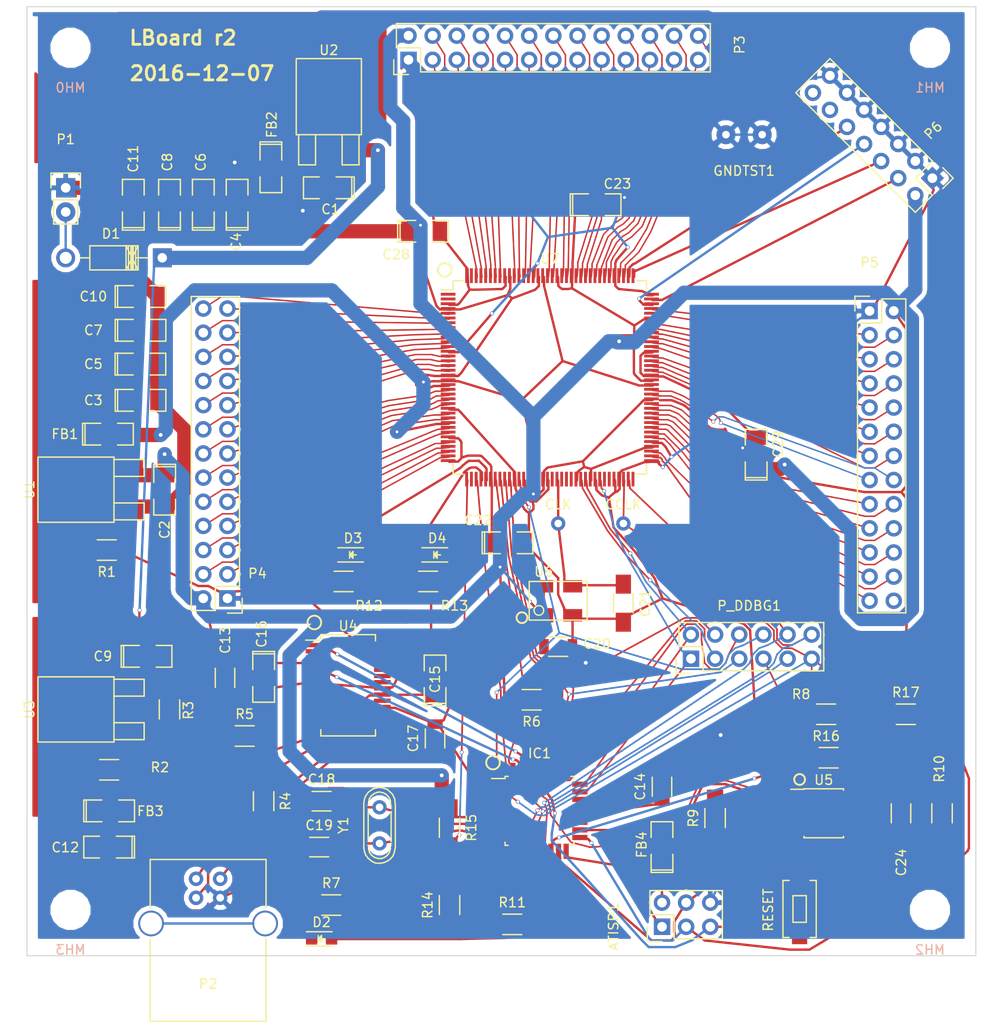
<source format=kicad_pcb>
(kicad_pcb (version 4) (host pcbnew 4.0.4+e1-6308~48~ubuntu16.04.1-stable)
  (layers (0 F.Cu signal) (31 B.Cu mixed) (35 F.Paste user) (37 F.SilkS user) (39 F.Mask user) (44 Edge.Cuts user))
  (net 0 "")
  (net 1 /mcu/MISO)
  (net 2 +3V3)
  (net 3 "Net-(ATISP1-Pad3)")
  (net 4 /mcu/MOSI)
  (net 5 "Net-(ATISP1-Pad5)")
  (net 6 GND)
  (net 7 VCC)
  (net 8 +1V2)
  (net 9 +5V)
  (net 10 "Net-(C14-Pad1)")
  (net 11 "Net-(C17-Pad1)")
  (net 12 "Net-(C18-Pad2)")
  (net 13 "Net-(C19-Pad2)")
  (net 14 /mcu/CCLOCK)
  (net 15 /spartan6/CLK_XO)
  (net 16 "Net-(D1-Pad2)")
  (net 17 "Net-(D2-Pad2)")
  (net 18 "Net-(D2-Pad1)")
  (net 19 "Net-(D3-Pad2)")
  (net 20 "Net-(D4-Pad2)")
  (net 21 "Net-(FB1-Pad1)")
  (net 22 "Net-(FB2-Pad1)")
  (net 23 "Net-(FB3-Pad1)")
  (net 24 "Net-(FB4-Pad2)")
  (net 25 /mcu/CD7)
  (net 26 /mcu/CPROGB)
  (net 27 /mcu/CDONE)
  (net 28 /mcu/CINITB)
  (net 29 /mcu/CBUSY)
  (net 30 "Net-(IC1-Pad14)")
  (net 31 "Net-(IC1-Pad19)")
  (net 32 "Net-(IC1-Pad22)")
  (net 33 /mcu/CD0)
  (net 34 /mcu/CD1)
  (net 35 /mcu/CD2)
  (net 36 /mcu/CD3)
  (net 37 /mcu/CD4)
  (net 38 /mcu/CD5)
  (net 39 "Net-(IC1-Pad30)")
  (net 40 "Net-(IC1-Pad31)")
  (net 41 /mcu/CD6)
  (net 42 "Net-(P2-Pad2)")
  (net 43 "Net-(P2-Pad1)")
  (net 44 "Net-(P2-Pad3)")
  (net 45 "Net-(P2-Pad5)")
  (net 46 /spartan6/X0_L2_P)
  (net 47 /spartan6/X0_L2_N)
  (net 48 /spartan6/X0_L3_P)
  (net 49 /spartan6/X0_L3_N)
  (net 50 /spartan6/X0_L4_P)
  (net 51 /spartan6/X0_L4_N)
  (net 52 /spartan6/X0_L34_P)
  (net 53 /spartan6/X0_L34_N)
  (net 54 /spartan6/X0_L35_P)
  (net 55 /spartan6/X0_L35_N)
  (net 56 /spartan6/X0_L36_P)
  (net 57 /spartan6/X0_L36_N)
  (net 58 /spartan6/X0_L37_P)
  (net 59 /spartan6/X0_L37_N)
  (net 60 /spartan6/X0_L62_P)
  (net 61 /spartan6/X0_L62_N)
  (net 62 /spartan6/X0_L63_P)
  (net 63 /spartan6/X0_L63_N)
  (net 64 /spartan6/X0_L64_P)
  (net 65 /spartan6/X0_L64_N)
  (net 66 /spartan6/X0_L65_P)
  (net 67 /spartan6/X0_L65_N)
  (net 68 /spartan6/X0_L66_P)
  (net 69 /spartan6/X0_L66_N)
  (net 70 /spartan6/X3_L1_P)
  (net 71 /spartan6/X3_L1_N)
  (net 72 /spartan6/X3_L2_P)
  (net 73 /spartan6/X3_L2_N)
  (net 74 /spartan6/X3_L36_P)
  (net 75 /spartan6/X3_L36_N)
  (net 76 /spartan6/X3_L37_P)
  (net 77 /spartan6/X3_L37_N)
  (net 78 /spartan6/X3_L41_P)
  (net 79 /spartan6/X3_L41_N)
  (net 80 /spartan6/X3_L42_P)
  (net 81 /spartan6/X3_L42_N)
  (net 82 /spartan6/X3_L43_P)
  (net 83 /spartan6/X3_L43_N)
  (net 84 /spartan6/X3_L44_P)
  (net 85 /spartan6/X3_L44_N)
  (net 86 /spartan6/X3_L49_P)
  (net 87 /spartan6/X3_L49_N)
  (net 88 /spartan6/X3_L50_P)
  (net 89 /spartan6/X3_L50_N)
  (net 90 /spartan6/X3_L51_P)
  (net 91 /spartan6/X3_L51_N)
  (net 92 /spartan6/X3_L52_P)
  (net 93 /spartan6/X3_L52_N)
  (net 94 /spartan6/X1_L1_P)
  (net 95 /spartan6/X1_L1_N)
  (net 96 /spartan6/X1_L32_P)
  (net 97 /spartan6/X1_L32_N)
  (net 98 /spartan6/X1_L33_P)
  (net 99 /spartan6/X1_L33_N)
  (net 100 /spartan6/X1_L34_P)
  (net 101 /spartan6/X1_L34_N)
  (net 102 /spartan6/X1_L40_P)
  (net 103 /spartan6/X1_L40_N)
  (net 104 /spartan6/X1_L41_P)
  (net 105 /spartan6/X1_L41_N)
  (net 106 /spartan6/X1_L42_P)
  (net 107 /spartan6/X1_L42_N)
  (net 108 /spartan6/X1_L43_P)
  (net 109 /spartan6/X1_L43_N)
  (net 110 /spartan6/X1_L45_P)
  (net 111 /spartan6/X1_L45_N)
  (net 112 /spartan6/X1_L46_P)
  (net 113 /spartan6/X1_L46_N)
  (net 114 /spartan6/X1_L47_P)
  (net 115 /spartan6/X1_L47_N)
  (net 116 /spartan6/X1_L74_P)
  (net 117 "Net-(P5-Pad26)")
  (net 118 /spartan6/TMS)
  (net 119 /spartan6/TCK)
  (net 120 /spartan6/TDO)
  (net 121 /spartan6/TDI)
  (net 122 "Net-(P6-Pad12)")
  (net 123 "Net-(P6-Pad14)")
  (net 124 "Net-(R2-Pad2)")
  (net 125 "Net-(R4-Pad1)")
  (net 126 "Net-(R9-Pad2)")
  (net 127 "Net-(R10-Pad2)")
  (net 128 "Net-(R12-Pad1)")
  (net 129 "Net-(R13-Pad1)")
  (net 130 "Net-(U4-Pad2)")
  (net 131 "Net-(U4-Pad3)")
  (net 132 "Net-(U4-Pad6)")
  (net 133 "Net-(U4-Pad9)")
  (net 134 "Net-(U4-Pad10)")
  (net 135 "Net-(U4-Pad11)")
  (net 136 "Net-(U4-Pad12)")
  (net 137 "Net-(U4-Pad13)")
  (net 138 "Net-(U4-Pad14)")
  (net 139 "Net-(U4-Pad22)")
  (net 140 "Net-(U4-Pad23)")
  (net 141 "Net-(U4-Pad27)")
  (net 142 "Net-(U4-Pad28)")
  (net 143 "Net-(U7-Pad1)")
  (net 144 "Net-(U7-Pad2)")
  (net 145 "Net-(U7-Pad38)")
  (net 146 "Net-(U7-Pad50)")
  (net 147 "Net-(U7-Pad51)")
  (net 148 "Net-(U7-Pad55)")
  (net 149 "Net-(U7-Pad57)")
  (net 150 "Net-(U7-Pad58)")
  (net 151 "Net-(U7-Pad59)")
  (net 152 "Net-(U7-Pad66)")
  (net 153 "Net-(U7-Pad67)")
  (net 154 "Net-(U7-Pad72)")
  (net 155 "Net-(U7-Pad143)")
  (module Pin_Headers:Pin_Header_Straight_2x03 (layer F.Cu) (at 131.826 159.766 90)
    (fp_text reference ATISP1 (at 0 -5.1 90) (layer F.SilkS))
    (fp_text value AVR-ISP-6)
    (pad 1 thru_hole rect (at 0 0 90) (size 1.7272 1.7272) (drill 1.016) (layers *.Cu *.Mask) (net 1 /mcu/MISO))
    (pad 2 thru_hole oval (at 2.54 0 90) (size 1.7272 1.7272) (drill 1.016) (layers *.Cu *.Mask) (net 2 +3V3))
    (pad 3 thru_hole oval (at 0 2.54 90) (size 1.7272 1.7272) (drill 1.016) (layers *.Cu *.Mask) (net 3 "Net-(ATISP1-Pad3)"))
    (pad 4 thru_hole oval (at 2.54 2.54 90) (size 1.7272 1.7272) (drill 1.016) (layers *.Cu *.Mask) (net 4 /mcu/MOSI))
    (pad 5 thru_hole oval (at 0 5.08 90) (size 1.7272 1.7272) (drill 1.016) (layers *.Cu *.Mask) (net 5 "Net-(ATISP1-Pad5)"))
    (pad 6 thru_hole oval (at 2.54 5.08 90) (size 1.7272 1.7272) (drill 1.016) (layers *.Cu *.Mask) (net 6 GND))
  )
  (module SMD_Packages:SMD-1206_Pol (layer F.Cu) (at 96.647 82.042 180)
    (fp_text reference C1 (at -0.30988 -2.25806 180) (layer F.SilkS))
    (fp_text value 10uF)
    (pad 1 smd rect (at -1.651 0 180) (size 1.524 2.032) (layers F.Cu F.Paste F.Mask) (net 7 VCC))
    (pad 2 smd rect (at 1.651 0 180) (size 1.524 2.032) (layers F.Cu F.Paste F.Mask) (net 6 GND))
  )
  (module SMD_Packages:SMD-1206_Pol (layer F.Cu) (at 79.502 113.919 270)
    (fp_text reference C2 (at 4.081 0 270) (layer F.SilkS))
    (fp_text value 10uF)
    (pad 1 smd rect (at -1.651 0 270) (size 1.524 2.032) (layers F.Cu F.Paste F.Mask) (net 2 +3V3))
    (pad 2 smd rect (at 1.651 0 270) (size 1.524 2.032) (layers F.Cu F.Paste F.Mask) (net 6 GND))
  )
  (module SMD_Packages:SMD-1206_Pol (layer F.Cu) (at 77.089 104.394)
    (fp_text reference C3 (at -5.089 0) (layer F.SilkS))
    (fp_text value 1uF)
    (pad 1 smd rect (at -1.651 0) (size 1.524 2.032) (layers F.Cu F.Paste F.Mask) (net 8 +1V2))
    (pad 2 smd rect (at 1.651 0) (size 1.524 2.032) (layers F.Cu F.Paste F.Mask) (net 6 GND))
  )
  (module SMD_Packages:SMD-1206_Pol (layer F.Cu) (at 87.122 83.693 90)
    (fp_text reference C4 (at -4.02844 -0.09906 90) (layer F.SilkS))
    (fp_text value 1uF)
    (pad 1 smd rect (at -1.651 0 90) (size 1.524 2.032) (layers F.Cu F.Paste F.Mask) (net 2 +3V3))
    (pad 2 smd rect (at 1.651 0 90) (size 1.524 2.032) (layers F.Cu F.Paste F.Mask) (net 6 GND))
  )
  (module SMD_Packages:SMD-1206_Pol (layer F.Cu) (at 77.0792 100.584)
    (fp_text reference C5 (at -5.0792 0) (layer F.SilkS))
    (fp_text value 10uF)
    (pad 1 smd rect (at -1.651 0) (size 1.524 2.032) (layers F.Cu F.Paste F.Mask) (net 8 +1V2))
    (pad 2 smd rect (at 1.651 0) (size 1.524 2.032) (layers F.Cu F.Paste F.Mask) (net 6 GND))
  )
  (module SMD_Packages:SMD-1206_Pol (layer F.Cu) (at 83.566 83.693 90)
    (fp_text reference C6 (at 4.35356 -0.25908 90) (layer F.SilkS))
    (fp_text value 10uF)
    (pad 1 smd rect (at -1.651 0 90) (size 1.524 2.032) (layers F.Cu F.Paste F.Mask) (net 2 +3V3))
    (pad 2 smd rect (at 1.651 0 90) (size 1.524 2.032) (layers F.Cu F.Paste F.Mask) (net 6 GND))
  )
  (module SMD_Packages:SMD-1206_Pol (layer F.Cu) (at 77.089 97.028)
    (fp_text reference C7 (at -5.089 0) (layer F.SilkS))
    (fp_text value 10uF)
    (pad 1 smd rect (at -1.651 0) (size 1.524 2.032) (layers F.Cu F.Paste F.Mask) (net 8 +1V2))
    (pad 2 smd rect (at 1.651 0) (size 1.524 2.032) (layers F.Cu F.Paste F.Mask) (net 6 GND))
  )
  (module SMD_Packages:SMD-1206_Pol (layer F.Cu) (at 80.01 83.693 90)
    (fp_text reference C8 (at 4.35356 -0.22606 90) (layer F.SilkS))
    (fp_text value 10uF)
    (pad 1 smd rect (at -1.651 0 90) (size 1.524 2.032) (layers F.Cu F.Paste F.Mask) (net 2 +3V3))
    (pad 2 smd rect (at 1.651 0 90) (size 1.524 2.032) (layers F.Cu F.Paste F.Mask) (net 6 GND))
  )
  (module SMD_Packages:SMD-1206_Pol (layer F.Cu) (at 77.724 131.318)
    (fp_text reference C9 (at -4.724 0) (layer F.SilkS))
    (fp_text value 10uF)
    (pad 1 smd rect (at -1.651 0) (size 1.524 2.032) (layers F.Cu F.Paste F.Mask) (net 7 VCC))
    (pad 2 smd rect (at 1.651 0) (size 1.524 2.032) (layers F.Cu F.Paste F.Mask) (net 6 GND))
  )
  (module SMD_Packages:SMD-1206_Pol (layer F.Cu) (at 77.089 93.472)
    (fp_text reference C10 (at -5.089 0) (layer F.SilkS))
    (fp_text value 10uF)
    (pad 1 smd rect (at -1.651 0) (size 1.524 2.032) (layers F.Cu F.Paste F.Mask) (net 8 +1V2))
    (pad 2 smd rect (at 1.651 0) (size 1.524 2.032) (layers F.Cu F.Paste F.Mask) (net 6 GND))
  )
  (module SMD_Packages:SMD-1206_Pol (layer F.Cu) (at 76.2 83.693 90)
    (fp_text reference C11 (at 4.70154 -0.00508 90) (layer F.SilkS))
    (fp_text value 10uF)
    (pad 1 smd rect (at -1.651 0 90) (size 1.524 2.032) (layers F.Cu F.Paste F.Mask) (net 2 +3V3))
    (pad 2 smd rect (at 1.651 0 90) (size 1.524 2.032) (layers F.Cu F.Paste F.Mask) (net 6 GND))
  )
  (module SMD_Packages:SMD-1206_Pol (layer F.Cu) (at 73.533 151.384 180)
    (fp_text reference C12 (at 4.4831 -0.03556 180) (layer F.SilkS))
    (fp_text value 1uF)
    (pad 1 smd rect (at -1.651 0 180) (size 1.524 2.032) (layers F.Cu F.Paste F.Mask) (net 9 +5V))
    (pad 2 smd rect (at 1.651 0 180) (size 1.524 2.032) (layers F.Cu F.Paste F.Mask) (net 6 GND))
  )
  (module Capacitors_SMD:C_1206 (layer F.Cu) (at 85.852 133.58 270)
    (fp_text reference C13 (at -3.97142 -0.02794 270) (layer F.SilkS))
    (fp_text value 0.1)
    (pad 1 smd rect (at -1.5 0 270) (size 1 1.6) (layers F.Cu F.Paste F.Mask) (net 2 +3V3))
    (pad 2 smd rect (at 1.5 0 270) (size 1 1.6) (layers F.Cu F.Paste F.Mask) (net 6 GND))
  )
  (module Capacitors_SMD:C_1206 (layer F.Cu) (at 131.826 145.034 90)
    (fp_text reference C14 (at 0 -2.3 90) (layer F.SilkS))
    (fp_text value 0.1)
    (pad 1 smd rect (at -1.5 0 90) (size 1 1.6) (layers F.Cu F.Paste F.Mask) (net 10 "Net-(C14-Pad1)"))
    (pad 2 smd rect (at 1.5 0 90) (size 1 1.6) (layers F.Cu F.Paste F.Mask) (net 6 GND))
  )
  (module SMD_Packages:SMD-1206_Pol (layer F.Cu) (at 107.95 133.731 90)
    (fp_text reference C15 (at 0 0 90) (layer F.SilkS))
    (fp_text value 1uF)
    (pad 1 smd rect (at -1.651 0 90) (size 1.524 2.032) (layers F.Cu F.Paste F.Mask) (net 9 +5V))
    (pad 2 smd rect (at 1.651 0 90) (size 1.524 2.032) (layers F.Cu F.Paste F.Mask) (net 6 GND))
  )
  (module SMD_Packages:SMD-1206_Pol (layer F.Cu) (at 89.916 133.604 270)
    (fp_text reference C16 (at -4.64058 0.21336 270) (layer F.SilkS))
    (fp_text value 1uF)
    (pad 1 smd rect (at -1.651 0 270) (size 1.524 2.032) (layers F.Cu F.Paste F.Mask) (net 2 +3V3))
    (pad 2 smd rect (at 1.651 0 270) (size 1.524 2.032) (layers F.Cu F.Paste F.Mask) (net 6 GND))
  )
  (module Capacitors_SMD:C_1206 (layer F.Cu) (at 107.95 139.954 90)
    (fp_text reference C17 (at 0 -2.3 90) (layer F.SilkS))
    (fp_text value 0.1)
    (pad 1 smd rect (at -1.5 0 90) (size 1 1.6) (layers F.Cu F.Paste F.Mask) (net 11 "Net-(C17-Pad1)"))
    (pad 2 smd rect (at 1.5 0 90) (size 1 1.6) (layers F.Cu F.Paste F.Mask) (net 6 GND))
  )
  (module Capacitors_SMD:C_1206 (layer F.Cu) (at 96.012 146.558)
    (fp_text reference C18 (at 0 -2.3) (layer F.SilkS))
    (fp_text value 15pF)
    (pad 1 smd rect (at -1.5 0) (size 1 1.6) (layers F.Cu F.Paste F.Mask) (net 6 GND))
    (pad 2 smd rect (at 1.5 0) (size 1 1.6) (layers F.Cu F.Paste F.Mask) (net 12 "Net-(C18-Pad2)"))
  )
  (module Capacitors_SMD:C_1206 (layer F.Cu) (at 95.758 151.384)
    (fp_text reference C19 (at 0 -2.3) (layer F.SilkS))
    (fp_text value 15pF)
    (pad 1 smd rect (at -1.5 0) (size 1 1.6) (layers F.Cu F.Paste F.Mask) (net 6 GND))
    (pad 2 smd rect (at 1.5 0) (size 1 1.6) (layers F.Cu F.Paste F.Mask) (net 13 "Net-(C19-Pad2)"))
  )
  (module Capacitors_SMD:C_1206 (layer F.Cu) (at 120.904 130.302)
    (fp_text reference C20 (at 4.096 -0.302) (layer F.SilkS))
    (fp_text value 0.1)
    (pad 1 smd rect (at -1.5 0) (size 1 1.6) (layers F.Cu F.Paste F.Mask) (net 2 +3V3))
    (pad 2 smd rect (at 1.5 0) (size 1 1.6) (layers F.Cu F.Paste F.Mask) (net 6 GND))
  )
  (module SMD_Packages:SMD-1206_Pol (layer F.Cu) (at 115.697 119.38)
    (fp_text reference C22 (at -3.23342 -2.36728) (layer F.SilkS))
    (fp_text value 10uF)
    (pad 1 smd rect (at -1.651 0) (size 1.524 2.032) (layers F.Cu F.Paste F.Mask) (net 2 +3V3))
    (pad 2 smd rect (at 1.651 0) (size 1.524 2.032) (layers F.Cu F.Paste F.Mask) (net 6 GND))
  )
  (module SMD_Packages:SMD-1206_Pol (layer F.Cu) (at 124.968 83.82)
    (fp_text reference C23 (at 2.1717 -2.1971) (layer F.SilkS))
    (fp_text value 10uF)
    (pad 1 smd rect (at -1.651 0) (size 1.524 2.032) (layers F.Cu F.Paste F.Mask) (net 2 +3V3))
    (pad 2 smd rect (at 1.651 0) (size 1.524 2.032) (layers F.Cu F.Paste F.Mask) (net 6 GND))
  )
  (module SMD_Packages:SMD-1206_Pol (layer F.Cu) (at 106.807 86.614)
    (fp_text reference C28 (at -2.94894 2.44602) (layer F.SilkS))
    (fp_text value 10uF)
    (pad 1 smd rect (at -1.651 0) (size 1.524 2.032) (layers F.Cu F.Paste F.Mask) (net 2 +3V3))
    (pad 2 smd rect (at 1.651 0) (size 1.524 2.032) (layers F.Cu F.Paste F.Mask) (net 6 GND))
  )
  (module SMD_Packages:SMD-1206_Pol (layer F.Cu) (at 141.732 109.982 90)
    (fp_text reference C29 (at 0.99568 2.3114 90) (layer F.SilkS))
    (fp_text value 10uF)
    (pad 1 smd rect (at -1.651 0 90) (size 1.524 2.032) (layers F.Cu F.Paste F.Mask) (net 2 +3V3))
    (pad 2 smd rect (at 1.651 0 90) (size 1.524 2.032) (layers F.Cu F.Paste F.Mask) (net 6 GND))
  )
  (module Measurement_Points:Measurement_Point_Round-TH_Small (layer F.Cu) (at 127.762 117.348)
    (fp_text reference CCLK (at 0 -2) (layer F.SilkS))
    (fp_text value TEST_1P)
    (pad 1 thru_hole circle (at 0 0) (size 1.5 1.5) (drill 0.8) (layers *.Cu *.Mask) (net 14 /mcu/CCLOCK))
  )
  (module Measurement_Points:Measurement_Point_Round-TH_Small (layer F.Cu) (at 120.904 117.348)
    (fp_text reference CLK (at 0 -2) (layer F.SilkS))
    (fp_text value TEST_1P)
    (pad 1 thru_hole circle (at 0 0) (size 1.5 1.5) (drill 0.8) (layers *.Cu *.Mask) (net 15 /spartan6/CLK_XO))
  )
  (module Diodes_ThroughHole:Diode_DO-41_SOD81_Horizontal_RM10 (layer F.Cu) (at 79.248 89.4055 180)
    (fp_text reference D1 (at 5.38734 2.53746 180) (layer F.SilkS))
    (fp_text value D_Rectifier)
    (pad 2 thru_hole circle (at 10.16 -0.00254) (size 1.99898 1.99898) (drill 1.27) (layers *.Cu *.Mask) (net 16 "Net-(D1-Pad2)"))
    (pad 1 thru_hole rect (at 0 -0.00254) (size 1.99898 1.99898) (drill 1.00076) (layers *.Cu *.Mask) (net 7 VCC))
  )
  (module LEDs:LED_0805 (layer F.Cu) (at 96.012 161.036)
    (fp_text reference D2 (at 0 -1.75) (layer F.SilkS))
    (fp_text value LED)
    (pad 2 smd rect (at 1.04902 0 180) (size 1.19888 1.19888) (layers F.Cu F.Paste F.Mask) (net 17 "Net-(D2-Pad2)"))
    (pad 1 smd rect (at -1.04902 0 180) (size 1.19888 1.19888) (layers F.Cu F.Paste F.Mask) (net 18 "Net-(D2-Pad1)"))
  )
  (module LEDs:LED_0805 (layer F.Cu) (at 99.314 120.65)
    (fp_text reference D3 (at 0 -1.75) (layer F.SilkS))
    (fp_text value Led_Small)
    (pad 2 smd rect (at 1.04902 0 180) (size 1.19888 1.19888) (layers F.Cu F.Paste F.Mask) (net 19 "Net-(D3-Pad2)"))
    (pad 1 smd rect (at -1.04902 0 180) (size 1.19888 1.19888) (layers F.Cu F.Paste F.Mask) (net 6 GND))
  )
  (module LEDs:LED_0805 (layer F.Cu) (at 108.171 120.65)
    (fp_text reference D4 (at 0 -1.75) (layer F.SilkS))
    (fp_text value Led_Small)
    (pad 2 smd rect (at 1.04902 0 180) (size 1.19888 1.19888) (layers F.Cu F.Paste F.Mask) (net 20 "Net-(D4-Pad2)"))
    (pad 1 smd rect (at -1.04902 0 180) (size 1.19888 1.19888) (layers F.Cu F.Paste F.Mask) (net 6 GND))
  )
  (module SMD_Packages:SMD-1206_Pol (layer F.Cu) (at 73.66 107.95)
    (fp_text reference FB1 (at -4.66 0) (layer F.SilkS))
    (fp_text value FERRITE)
    (pad 1 smd rect (at -1.651 0) (size 1.524 2.032) (layers F.Cu F.Paste F.Mask) (net 21 "Net-(FB1-Pad1)"))
    (pad 2 smd rect (at 1.651 0) (size 1.524 2.032) (layers F.Cu F.Paste F.Mask) (net 8 +1V2))
  )
  (module SMD_Packages:SMD-1206_Pol (layer F.Cu) (at 90.678 80.01 270)
    (fp_text reference FB2 (at -4.60756 -0.0889 270) (layer F.SilkS))
    (fp_text value FERRITE)
    (pad 1 smd rect (at -1.651 0 270) (size 1.524 2.032) (layers F.Cu F.Paste F.Mask) (net 22 "Net-(FB2-Pad1)"))
    (pad 2 smd rect (at 1.651 0 270) (size 1.524 2.032) (layers F.Cu F.Paste F.Mask) (net 2 +3V3))
  )
  (module SMD_Packages:SMD-1206_Pol (layer F.Cu) (at 73.787 147.574)
    (fp_text reference FB3 (at 4.213 0.03302) (layer F.SilkS))
    (fp_text value FERRITE)
    (pad 1 smd rect (at -1.651 0) (size 1.524 2.032) (layers F.Cu F.Paste F.Mask) (net 23 "Net-(FB3-Pad1)"))
    (pad 2 smd rect (at 1.651 0) (size 1.524 2.032) (layers F.Cu F.Paste F.Mask) (net 9 +5V))
  )
  (module SMD_Packages:SMD-1206_Pol (layer F.Cu) (at 131.826 151.257 90)
    (fp_text reference FB4 (at 0.12192 -2.13868 90) (layer F.SilkS))
    (fp_text value FERRITE)
    (pad 1 smd rect (at -1.651 0 90) (size 1.524 2.032) (layers F.Cu F.Paste F.Mask) (net 2 +3V3))
    (pad 2 smd rect (at 1.651 0 90) (size 1.524 2.032) (layers F.Cu F.Paste F.Mask) (net 24 "Net-(FB4-Pad2)"))
  )
  (module Wire_Pads:SolderWirePad_2x_0-8mmDrill (layer F.Cu) (at 140.462 76.454 180)
    (fp_text reference GNDTST1 (at 0 -3.81 180) (layer F.SilkS))
    (fp_text value TEST)
    (pad 1 thru_hole circle (at -1.905 0 180) (size 1.99898 1.99898) (drill 0.8001) (layers *.Cu *.Mask) (net 6 GND))
    (pad 1 thru_hole circle (at 1.905 0 180) (size 1.99898 1.99898) (drill 0.8001) (layers *.Cu *.Mask) (net 6 GND))
  )
  (module Housings_QFP:TQFP-32_7x7mm_Pitch0.8mm (layer F.Cu) (at 118.94 147.574)
    (fp_text reference IC1 (at 0 -6.05) (layer F.SilkS))
    (fp_text value ATMEGA168-A)
    (pad 1 smd rect (at -4.25 -2.8) (size 1.6 0.55) (layers F.Cu F.Paste F.Mask) (net 25 /mcu/CD7))
    (pad 2 smd rect (at -4.25 -2) (size 1.6 0.55) (layers F.Cu F.Paste F.Mask) (net 14 /mcu/CCLOCK))
    (pad 3 smd rect (at -4.25 -1.2) (size 1.6 0.55) (layers F.Cu F.Paste F.Mask) (net 6 GND))
    (pad 4 smd rect (at -4.25 -0.4) (size 1.6 0.55) (layers F.Cu F.Paste F.Mask) (net 2 +3V3))
    (pad 5 smd rect (at -4.25 0.4) (size 1.6 0.55) (layers F.Cu F.Paste F.Mask) (net 6 GND))
    (pad 6 smd rect (at -4.25 1.2) (size 1.6 0.55) (layers F.Cu F.Paste F.Mask) (net 2 +3V3))
    (pad 7 smd rect (at -4.25 2) (size 1.6 0.55) (layers F.Cu F.Paste F.Mask) (net 12 "Net-(C18-Pad2)"))
    (pad 8 smd rect (at -4.25 2.8) (size 1.6 0.55) (layers F.Cu F.Paste F.Mask) (net 13 "Net-(C19-Pad2)"))
    (pad 9 smd rect (at -2.8 4.25 90) (size 1.6 0.55) (layers F.Cu F.Paste F.Mask) (net 26 /mcu/CPROGB))
    (pad 10 smd rect (at -2 4.25 90) (size 1.6 0.55) (layers F.Cu F.Paste F.Mask) (net 27 /mcu/CDONE))
    (pad 11 smd rect (at -1.2 4.25 90) (size 1.6 0.55) (layers F.Cu F.Paste F.Mask) (net 28 /mcu/CINITB))
    (pad 12 smd rect (at -0.4 4.25 90) (size 1.6 0.55) (layers F.Cu F.Paste F.Mask) (net 17 "Net-(D2-Pad2)"))
    (pad 13 smd rect (at 0.4 4.25 90) (size 1.6 0.55) (layers F.Cu F.Paste F.Mask) (net 29 /mcu/CBUSY))
    (pad 14 smd rect (at 1.2 4.25 90) (size 1.6 0.55) (layers F.Cu F.Paste F.Mask) (net 30 "Net-(IC1-Pad14)"))
    (pad 15 smd rect (at 2 4.25 90) (size 1.6 0.55) (layers F.Cu F.Paste F.Mask) (net 4 /mcu/MOSI))
    (pad 16 smd rect (at 2.8 4.25 90) (size 1.6 0.55) (layers F.Cu F.Paste F.Mask) (net 1 /mcu/MISO))
    (pad 17 smd rect (at 4.25 2.8) (size 1.6 0.55) (layers F.Cu F.Paste F.Mask) (net 3 "Net-(ATISP1-Pad3)"))
    (pad 18 smd rect (at 4.25 2) (size 1.6 0.55) (layers F.Cu F.Paste F.Mask) (net 24 "Net-(FB4-Pad2)"))
    (pad 19 smd rect (at 4.25 1.2) (size 1.6 0.55) (layers F.Cu F.Paste F.Mask) (net 31 "Net-(IC1-Pad19)"))
    (pad 20 smd rect (at 4.25 0.4) (size 1.6 0.55) (layers F.Cu F.Paste F.Mask) (net 10 "Net-(C14-Pad1)"))
    (pad 21 smd rect (at 4.25 -0.4) (size 1.6 0.55) (layers F.Cu F.Paste F.Mask) (net 6 GND))
    (pad 22 smd rect (at 4.25 -1.2) (size 1.6 0.55) (layers F.Cu F.Paste F.Mask) (net 32 "Net-(IC1-Pad22)"))
    (pad 23 smd rect (at 4.25 -2) (size 1.6 0.55) (layers F.Cu F.Paste F.Mask) (net 33 /mcu/CD0))
    (pad 24 smd rect (at 4.25 -2.8) (size 1.6 0.55) (layers F.Cu F.Paste F.Mask) (net 34 /mcu/CD1))
    (pad 25 smd rect (at 2.8 -4.25 90) (size 1.6 0.55) (layers F.Cu F.Paste F.Mask) (net 35 /mcu/CD2))
    (pad 26 smd rect (at 2 -4.25 90) (size 1.6 0.55) (layers F.Cu F.Paste F.Mask) (net 36 /mcu/CD3))
    (pad 27 smd rect (at 1.2 -4.25 90) (size 1.6 0.55) (layers F.Cu F.Paste F.Mask) (net 37 /mcu/CD4))
    (pad 28 smd rect (at 0.4 -4.25 90) (size 1.6 0.55) (layers F.Cu F.Paste F.Mask) (net 38 /mcu/CD5))
    (pad 29 smd rect (at -0.4 -4.25 90) (size 1.6 0.55) (layers F.Cu F.Paste F.Mask) (net 5 "Net-(ATISP1-Pad5)"))
    (pad 30 smd rect (at -1.2 -4.25 90) (size 1.6 0.55) (layers F.Cu F.Paste F.Mask) (net 39 "Net-(IC1-Pad30)"))
    (pad 31 smd rect (at -2 -4.25 90) (size 1.6 0.55) (layers F.Cu F.Paste F.Mask) (net 40 "Net-(IC1-Pad31)"))
    (pad 32 smd rect (at -2.8 -4.25 90) (size 1.6 0.55) (layers F.Cu F.Paste F.Mask) (net 41 /mcu/CD6))
  )
  (module Pin_Headers:Pin_Header_Straight_1x02 (layer F.Cu) (at 69.088 82.042)
    (fp_text reference P1 (at 0 -5.1) (layer F.SilkS))
    (fp_text value CONN_01X02_PWR)
    (pad 1 thru_hole rect (at 0 0) (size 2.032 2.032) (drill 1.016) (layers *.Cu *.Mask) (net 6 GND))
    (pad 2 thru_hole oval (at 0 2.54) (size 2.032 2.032) (drill 1.016) (layers *.Cu *.Mask) (net 16 "Net-(D1-Pad2)"))
  )
  (module Connect:USB_B (layer F.Cu) (at 85.344 154.719 270)
    (fp_text reference P2 (at 11.049 1.27 360) (layer F.SilkS))
    (fp_text value USB_B)
    (pad 2 thru_hole circle (at 0 2.54 180) (size 1.524 1.524) (drill 0.8128) (layers *.Cu *.Mask) (net 42 "Net-(P2-Pad2)"))
    (pad 1 thru_hole circle (at 0 0 180) (size 1.524 1.524) (drill 0.8128) (layers *.Cu *.Mask) (net 43 "Net-(P2-Pad1)"))
    (pad 4 thru_hole circle (at 1.99898 0 180) (size 1.524 1.524) (drill 0.8128) (layers *.Cu *.Mask) (net 6 GND))
    (pad 3 thru_hole circle (at 1.99898 2.54 180) (size 1.524 1.524) (drill 0.8128) (layers *.Cu *.Mask) (net 44 "Net-(P2-Pad3)"))
    (pad 5 thru_hole circle (at 4.699 7.26948 180) (size 2.70002 2.70002) (drill 2.30124) (layers *.Cu *.Mask) (net 45 "Net-(P2-Pad5)"))
    (pad 5 thru_hole circle (at 4.699 -4.72948 180) (size 2.70002 2.70002) (drill 2.30124) (layers *.Cu *.Mask) (net 45 "Net-(P2-Pad5)"))
  )
  (module Pin_Headers:Pin_Header_Straight_2x13 (layer F.Cu) (at 105.156 68.58 90)
    (fp_text reference P3 (at 1.58 34.844 90) (layer F.SilkS))
    (fp_text value CONN_02X13_X0)
    (pad 1 thru_hole rect (at 0 0 90) (size 1.7272 1.7272) (drill 1.016) (layers *.Cu *.Mask) (net 6 GND))
    (pad 2 thru_hole oval (at 2.54 0 90) (size 1.7272 1.7272) (drill 1.016) (layers *.Cu *.Mask) (net 2 +3V3))
    (pad 3 thru_hole oval (at 0 2.54 90) (size 1.7272 1.7272) (drill 1.016) (layers *.Cu *.Mask) (net 46 /spartan6/X0_L2_P))
    (pad 4 thru_hole oval (at 2.54 2.54 90) (size 1.7272 1.7272) (drill 1.016) (layers *.Cu *.Mask) (net 47 /spartan6/X0_L2_N))
    (pad 5 thru_hole oval (at 0 5.08 90) (size 1.7272 1.7272) (drill 1.016) (layers *.Cu *.Mask) (net 48 /spartan6/X0_L3_P))
    (pad 6 thru_hole oval (at 2.54 5.08 90) (size 1.7272 1.7272) (drill 1.016) (layers *.Cu *.Mask) (net 49 /spartan6/X0_L3_N))
    (pad 7 thru_hole oval (at 0 7.62 90) (size 1.7272 1.7272) (drill 1.016) (layers *.Cu *.Mask) (net 50 /spartan6/X0_L4_P))
    (pad 8 thru_hole oval (at 2.54 7.62 90) (size 1.7272 1.7272) (drill 1.016) (layers *.Cu *.Mask) (net 51 /spartan6/X0_L4_N))
    (pad 9 thru_hole oval (at 0 10.16 90) (size 1.7272 1.7272) (drill 1.016) (layers *.Cu *.Mask) (net 52 /spartan6/X0_L34_P))
    (pad 10 thru_hole oval (at 2.54 10.16 90) (size 1.7272 1.7272) (drill 1.016) (layers *.Cu *.Mask) (net 53 /spartan6/X0_L34_N))
    (pad 11 thru_hole oval (at 0 12.7 90) (size 1.7272 1.7272) (drill 1.016) (layers *.Cu *.Mask) (net 54 /spartan6/X0_L35_P))
    (pad 12 thru_hole oval (at 2.54 12.7 90) (size 1.7272 1.7272) (drill 1.016) (layers *.Cu *.Mask) (net 55 /spartan6/X0_L35_N))
    (pad 13 thru_hole oval (at 0 15.24 90) (size 1.7272 1.7272) (drill 1.016) (layers *.Cu *.Mask) (net 56 /spartan6/X0_L36_P))
    (pad 14 thru_hole oval (at 2.54 15.24 90) (size 1.7272 1.7272) (drill 1.016) (layers *.Cu *.Mask) (net 57 /spartan6/X0_L36_N))
    (pad 15 thru_hole oval (at 0 17.78 90) (size 1.7272 1.7272) (drill 1.016) (layers *.Cu *.Mask) (net 58 /spartan6/X0_L37_P))
    (pad 16 thru_hole oval (at 2.54 17.78 90) (size 1.7272 1.7272) (drill 1.016) (layers *.Cu *.Mask) (net 59 /spartan6/X0_L37_N))
    (pad 17 thru_hole oval (at 0 20.32 90) (size 1.7272 1.7272) (drill 1.016) (layers *.Cu *.Mask) (net 60 /spartan6/X0_L62_P))
    (pad 18 thru_hole oval (at 2.54 20.32 90) (size 1.7272 1.7272) (drill 1.016) (layers *.Cu *.Mask) (net 61 /spartan6/X0_L62_N))
    (pad 19 thru_hole oval (at 0 22.86 90) (size 1.7272 1.7272) (drill 1.016) (layers *.Cu *.Mask) (net 62 /spartan6/X0_L63_P))
    (pad 20 thru_hole oval (at 2.54 22.86 90) (size 1.7272 1.7272) (drill 1.016) (layers *.Cu *.Mask) (net 63 /spartan6/X0_L63_N))
    (pad 21 thru_hole oval (at 0 25.4 90) (size 1.7272 1.7272) (drill 1.016) (layers *.Cu *.Mask) (net 64 /spartan6/X0_L64_P))
    (pad 22 thru_hole oval (at 2.54 25.4 90) (size 1.7272 1.7272) (drill 1.016) (layers *.Cu *.Mask) (net 65 /spartan6/X0_L64_N))
    (pad 23 thru_hole oval (at 0 27.94 90) (size 1.7272 1.7272) (drill 1.016) (layers *.Cu *.Mask) (net 66 /spartan6/X0_L65_P))
    (pad 24 thru_hole oval (at 2.54 27.94 90) (size 1.7272 1.7272) (drill 1.016) (layers *.Cu *.Mask) (net 67 /spartan6/X0_L65_N))
    (pad 25 thru_hole oval (at 0 30.48 90) (size 1.7272 1.7272) (drill 1.016) (layers *.Cu *.Mask) (net 68 /spartan6/X0_L66_P))
    (pad 26 thru_hole oval (at 2.54 30.48 90) (size 1.7272 1.7272) (drill 1.016) (layers *.Cu *.Mask) (net 69 /spartan6/X0_L66_N))
  )
  (module Pin_Headers:Pin_Header_Straight_2x13 (layer F.Cu) (at 86.106 125.222 180)
    (fp_text reference P4 (at -3.15722 2.61874 180) (layer F.SilkS))
    (fp_text value CONN_02X13_X3)
    (pad 1 thru_hole rect (at 0 0 180) (size 1.7272 1.7272) (drill 1.016) (layers *.Cu *.Mask) (net 6 GND))
    (pad 2 thru_hole oval (at 2.54 0 180) (size 1.7272 1.7272) (drill 1.016) (layers *.Cu *.Mask) (net 2 +3V3))
    (pad 3 thru_hole oval (at 0 2.54 180) (size 1.7272 1.7272) (drill 1.016) (layers *.Cu *.Mask) (net 70 /spartan6/X3_L1_P))
    (pad 4 thru_hole oval (at 2.54 2.54 180) (size 1.7272 1.7272) (drill 1.016) (layers *.Cu *.Mask) (net 71 /spartan6/X3_L1_N))
    (pad 5 thru_hole oval (at 0 5.08 180) (size 1.7272 1.7272) (drill 1.016) (layers *.Cu *.Mask) (net 72 /spartan6/X3_L2_P))
    (pad 6 thru_hole oval (at 2.54 5.08 180) (size 1.7272 1.7272) (drill 1.016) (layers *.Cu *.Mask) (net 73 /spartan6/X3_L2_N))
    (pad 7 thru_hole oval (at 0 7.62 180) (size 1.7272 1.7272) (drill 1.016) (layers *.Cu *.Mask) (net 74 /spartan6/X3_L36_P))
    (pad 8 thru_hole oval (at 2.54 7.62 180) (size 1.7272 1.7272) (drill 1.016) (layers *.Cu *.Mask) (net 75 /spartan6/X3_L36_N))
    (pad 9 thru_hole oval (at 0 10.16 180) (size 1.7272 1.7272) (drill 1.016) (layers *.Cu *.Mask) (net 76 /spartan6/X3_L37_P))
    (pad 10 thru_hole oval (at 2.54 10.16 180) (size 1.7272 1.7272) (drill 1.016) (layers *.Cu *.Mask) (net 77 /spartan6/X3_L37_N))
    (pad 11 thru_hole oval (at 0 12.7 180) (size 1.7272 1.7272) (drill 1.016) (layers *.Cu *.Mask) (net 78 /spartan6/X3_L41_P))
    (pad 12 thru_hole oval (at 2.54 12.7 180) (size 1.7272 1.7272) (drill 1.016) (layers *.Cu *.Mask) (net 79 /spartan6/X3_L41_N))
    (pad 13 thru_hole oval (at 0 15.24 180) (size 1.7272 1.7272) (drill 1.016) (layers *.Cu *.Mask) (net 80 /spartan6/X3_L42_P))
    (pad 14 thru_hole oval (at 2.54 15.24 180) (size 1.7272 1.7272) (drill 1.016) (layers *.Cu *.Mask) (net 81 /spartan6/X3_L42_N))
    (pad 15 thru_hole oval (at 0 17.78 180) (size 1.7272 1.7272) (drill 1.016) (layers *.Cu *.Mask) (net 82 /spartan6/X3_L43_P))
    (pad 16 thru_hole oval (at 2.54 17.78 180) (size 1.7272 1.7272) (drill 1.016) (layers *.Cu *.Mask) (net 83 /spartan6/X3_L43_N))
    (pad 17 thru_hole oval (at 0 20.32 180) (size 1.7272 1.7272) (drill 1.016) (layers *.Cu *.Mask) (net 84 /spartan6/X3_L44_P))
    (pad 18 thru_hole oval (at 2.54 20.32 180) (size 1.7272 1.7272) (drill 1.016) (layers *.Cu *.Mask) (net 85 /spartan6/X3_L44_N))
    (pad 19 thru_hole oval (at 0 22.86 180) (size 1.7272 1.7272) (drill 1.016) (layers *.Cu *.Mask) (net 86 /spartan6/X3_L49_P))
    (pad 20 thru_hole oval (at 2.54 22.86 180) (size 1.7272 1.7272) (drill 1.016) (layers *.Cu *.Mask) (net 87 /spartan6/X3_L49_N))
    (pad 21 thru_hole oval (at 0 25.4 180) (size 1.7272 1.7272) (drill 1.016) (layers *.Cu *.Mask) (net 88 /spartan6/X3_L50_P))
    (pad 22 thru_hole oval (at 2.54 25.4 180) (size 1.7272 1.7272) (drill 1.016) (layers *.Cu *.Mask) (net 89 /spartan6/X3_L50_N))
    (pad 23 thru_hole oval (at 0 27.94 180) (size 1.7272 1.7272) (drill 1.016) (layers *.Cu *.Mask) (net 90 /spartan6/X3_L51_P))
    (pad 24 thru_hole oval (at 2.54 27.94 180) (size 1.7272 1.7272) (drill 1.016) (layers *.Cu *.Mask) (net 91 /spartan6/X3_L51_N))
    (pad 25 thru_hole oval (at 0 30.48 180) (size 1.7272 1.7272) (drill 1.016) (layers *.Cu *.Mask) (net 92 /spartan6/X3_L52_P))
    (pad 26 thru_hole oval (at 2.54 30.48 180) (size 1.7272 1.7272) (drill 1.016) (layers *.Cu *.Mask) (net 93 /spartan6/X3_L52_N))
  )
  (module Pin_Headers:Pin_Header_Straight_2x13 (layer F.Cu) (at 153.67 94.996)
    (fp_text reference P5 (at 0 -5.1) (layer F.SilkS))
    (fp_text value CONN_02X13_X1)
    (pad 1 thru_hole rect (at 0 0) (size 1.7272 1.7272) (drill 1.016) (layers *.Cu *.Mask) (net 6 GND))
    (pad 2 thru_hole oval (at 2.54 0) (size 1.7272 1.7272) (drill 1.016) (layers *.Cu *.Mask) (net 2 +3V3))
    (pad 3 thru_hole oval (at 0 2.54) (size 1.7272 1.7272) (drill 1.016) (layers *.Cu *.Mask) (net 94 /spartan6/X1_L1_P))
    (pad 4 thru_hole oval (at 2.54 2.54) (size 1.7272 1.7272) (drill 1.016) (layers *.Cu *.Mask) (net 95 /spartan6/X1_L1_N))
    (pad 5 thru_hole oval (at 0 5.08) (size 1.7272 1.7272) (drill 1.016) (layers *.Cu *.Mask) (net 96 /spartan6/X1_L32_P))
    (pad 6 thru_hole oval (at 2.54 5.08) (size 1.7272 1.7272) (drill 1.016) (layers *.Cu *.Mask) (net 97 /spartan6/X1_L32_N))
    (pad 7 thru_hole oval (at 0 7.62) (size 1.7272 1.7272) (drill 1.016) (layers *.Cu *.Mask) (net 98 /spartan6/X1_L33_P))
    (pad 8 thru_hole oval (at 2.54 7.62) (size 1.7272 1.7272) (drill 1.016) (layers *.Cu *.Mask) (net 99 /spartan6/X1_L33_N))
    (pad 9 thru_hole oval (at 0 10.16) (size 1.7272 1.7272) (drill 1.016) (layers *.Cu *.Mask) (net 100 /spartan6/X1_L34_P))
    (pad 10 thru_hole oval (at 2.54 10.16) (size 1.7272 1.7272) (drill 1.016) (layers *.Cu *.Mask) (net 101 /spartan6/X1_L34_N))
    (pad 11 thru_hole oval (at 0 12.7) (size 1.7272 1.7272) (drill 1.016) (layers *.Cu *.Mask) (net 102 /spartan6/X1_L40_P))
    (pad 12 thru_hole oval (at 2.54 12.7) (size 1.7272 1.7272) (drill 1.016) (layers *.Cu *.Mask) (net 103 /spartan6/X1_L40_N))
    (pad 13 thru_hole oval (at 0 15.24) (size 1.7272 1.7272) (drill 1.016) (layers *.Cu *.Mask) (net 104 /spartan6/X1_L41_P))
    (pad 14 thru_hole oval (at 2.54 15.24) (size 1.7272 1.7272) (drill 1.016) (layers *.Cu *.Mask) (net 105 /spartan6/X1_L41_N))
    (pad 15 thru_hole oval (at 0 17.78) (size 1.7272 1.7272) (drill 1.016) (layers *.Cu *.Mask) (net 106 /spartan6/X1_L42_P))
    (pad 16 thru_hole oval (at 2.54 17.78) (size 1.7272 1.7272) (drill 1.016) (layers *.Cu *.Mask) (net 107 /spartan6/X1_L42_N))
    (pad 17 thru_hole oval (at 0 20.32) (size 1.7272 1.7272) (drill 1.016) (layers *.Cu *.Mask) (net 108 /spartan6/X1_L43_P))
    (pad 18 thru_hole oval (at 2.54 20.32) (size 1.7272 1.7272) (drill 1.016) (layers *.Cu *.Mask) (net 109 /spartan6/X1_L43_N))
    (pad 19 thru_hole oval (at 0 22.86) (size 1.7272 1.7272) (drill 1.016) (layers *.Cu *.Mask) (net 110 /spartan6/X1_L45_P))
    (pad 20 thru_hole oval (at 2.54 22.86) (size 1.7272 1.7272) (drill 1.016) (layers *.Cu *.Mask) (net 111 /spartan6/X1_L45_N))
    (pad 21 thru_hole oval (at 0 25.4) (size 1.7272 1.7272) (drill 1.016) (layers *.Cu *.Mask) (net 112 /spartan6/X1_L46_P))
    (pad 22 thru_hole oval (at 2.54 25.4) (size 1.7272 1.7272) (drill 1.016) (layers *.Cu *.Mask) (net 113 /spartan6/X1_L46_N))
    (pad 23 thru_hole oval (at 0 27.94) (size 1.7272 1.7272) (drill 1.016) (layers *.Cu *.Mask) (net 114 /spartan6/X1_L47_P))
    (pad 24 thru_hole oval (at 2.54 27.94) (size 1.7272 1.7272) (drill 1.016) (layers *.Cu *.Mask) (net 115 /spartan6/X1_L47_N))
    (pad 25 thru_hole oval (at 0 30.48) (size 1.7272 1.7272) (drill 1.016) (layers *.Cu *.Mask) (net 116 /spartan6/X1_L74_P))
    (pad 26 thru_hole oval (at 2.54 30.48) (size 1.7272 1.7272) (drill 1.016) (layers *.Cu *.Mask) (net 117 "Net-(P5-Pad26)"))
  )
  (module Pin_Headers:Pin_Header_Straight_2x07 (layer F.Cu) (at 160.274 81.026 225)
    (fp_text reference P6 (at -3.617247 3.484339 225) (layer F.SilkS))
    (fp_text value CONN_02X07_JTAG)
    (pad 1 thru_hole rect (at 0 0 225) (size 1.7272 1.7272) (drill 1.016) (layers *.Cu *.Mask) (net 6 GND))
    (pad 2 thru_hole oval (at 2.54 0 225) (size 1.7272 1.7272) (drill 1.016) (layers *.Cu *.Mask) (net 2 +3V3))
    (pad 3 thru_hole oval (at 0 2.54 225) (size 1.7272 1.7272) (drill 1.016) (layers *.Cu *.Mask) (net 6 GND))
    (pad 4 thru_hole oval (at 2.54 2.54 225) (size 1.7272 1.7272) (drill 1.016) (layers *.Cu *.Mask) (net 118 /spartan6/TMS))
    (pad 5 thru_hole oval (at 0 5.08 225) (size 1.7272 1.7272) (drill 1.016) (layers *.Cu *.Mask) (net 6 GND))
    (pad 6 thru_hole oval (at 2.54 5.08 225) (size 1.7272 1.7272) (drill 1.016) (layers *.Cu *.Mask) (net 119 /spartan6/TCK))
    (pad 7 thru_hole oval (at 0 7.62 225) (size 1.7272 1.7272) (drill 1.016) (layers *.Cu *.Mask) (net 6 GND))
    (pad 8 thru_hole oval (at 2.54 7.62 225) (size 1.7272 1.7272) (drill 1.016) (layers *.Cu *.Mask) (net 120 /spartan6/TDO))
    (pad 9 thru_hole oval (at 0 10.16 225) (size 1.7272 1.7272) (drill 1.016) (layers *.Cu *.Mask) (net 6 GND))
    (pad 10 thru_hole oval (at 2.54 10.16 225) (size 1.7272 1.7272) (drill 1.016) (layers *.Cu *.Mask) (net 121 /spartan6/TDI))
    (pad 11 thru_hole oval (at 0 12.7 225) (size 1.7272 1.7272) (drill 1.016) (layers *.Cu *.Mask) (net 6 GND))
    (pad 12 thru_hole oval (at 2.54 12.7 225) (size 1.7272 1.7272) (drill 1.016) (layers *.Cu *.Mask) (net 122 "Net-(P6-Pad12)"))
    (pad 13 thru_hole oval (at 0 15.24 225) (size 1.7272 1.7272) (drill 1.016) (layers *.Cu *.Mask) (net 6 GND))
    (pad 14 thru_hole oval (at 2.54 15.24 225) (size 1.7272 1.7272) (drill 1.016) (layers *.Cu *.Mask) (net 123 "Net-(P6-Pad14)"))
  )
  (module Pin_Headers:Pin_Header_Straight_2x06 (layer F.Cu) (at 134.874 131.572 90)
    (fp_text reference P_DDBG1 (at 5.572 6.126 180) (layer F.SilkS))
    (fp_text value CONN_02X06)
    (pad 1 thru_hole rect (at 0 0 90) (size 1.7272 1.7272) (drill 1.016) (layers *.Cu *.Mask) (net 33 /mcu/CD0))
    (pad 2 thru_hole oval (at 2.54 0 90) (size 1.7272 1.7272) (drill 1.016) (layers *.Cu *.Mask) (net 34 /mcu/CD1))
    (pad 3 thru_hole oval (at 0 2.54 90) (size 1.7272 1.7272) (drill 1.016) (layers *.Cu *.Mask) (net 35 /mcu/CD2))
    (pad 4 thru_hole oval (at 2.54 2.54 90) (size 1.7272 1.7272) (drill 1.016) (layers *.Cu *.Mask) (net 36 /mcu/CD3))
    (pad 5 thru_hole oval (at 0 5.08 90) (size 1.7272 1.7272) (drill 1.016) (layers *.Cu *.Mask) (net 37 /mcu/CD4))
    (pad 6 thru_hole oval (at 2.54 5.08 90) (size 1.7272 1.7272) (drill 1.016) (layers *.Cu *.Mask) (net 38 /mcu/CD5))
    (pad 7 thru_hole oval (at 0 7.62 90) (size 1.7272 1.7272) (drill 1.016) (layers *.Cu *.Mask) (net 41 /mcu/CD6))
    (pad 8 thru_hole oval (at 2.54 7.62 90) (size 1.7272 1.7272) (drill 1.016) (layers *.Cu *.Mask) (net 25 /mcu/CD7))
    (pad 9 thru_hole oval (at 0 10.16 90) (size 1.7272 1.7272) (drill 1.016) (layers *.Cu *.Mask) (net 28 /mcu/CINITB))
    (pad 10 thru_hole oval (at 2.54 10.16 90) (size 1.7272 1.7272) (drill 1.016) (layers *.Cu *.Mask) (net 29 /mcu/CBUSY))
    (pad 11 thru_hole oval (at 0 12.7 90) (size 1.7272 1.7272) (drill 1.016) (layers *.Cu *.Mask) (net 14 /mcu/CCLOCK))
    (pad 12 thru_hole oval (at 2.54 12.7 90) (size 1.7272 1.7272) (drill 1.016) (layers *.Cu *.Mask) (net 27 /mcu/CDONE))
  )
  (module Resistors_SMD:R_1206_HandSoldering (layer F.Cu) (at 73.406 120.142 180)
    (fp_text reference R1 (at 0 -2.3 180) (layer F.SilkS))
    (fp_text value 121)
    (pad 1 smd rect (at -2 0 180) (size 2 1.7) (layers F.Cu F.Paste F.Mask) (net 6 GND))
    (pad 2 smd rect (at 2 0 180) (size 2 1.7) (layers F.Cu F.Paste F.Mask) (net 21 "Net-(FB1-Pad1)"))
  )
  (module Resistors_SMD:R_1206_HandSoldering (layer F.Cu) (at 73.66 143.256)
    (fp_text reference R2 (at 5.34 -0.256) (layer F.SilkS))
    (fp_text value 121)
    (pad 1 smd rect (at -2 0) (size 2 1.7) (layers F.Cu F.Paste F.Mask) (net 23 "Net-(FB3-Pad1)"))
    (pad 2 smd rect (at 2 0) (size 2 1.7) (layers F.Cu F.Paste F.Mask) (net 124 "Net-(R2-Pad2)"))
  )
  (module Resistors_SMD:R_1206_HandSoldering (layer F.Cu) (at 80.01 136.906 90)
    (fp_text reference R3 (at -0.094 1.99 90) (layer F.SilkS))
    (fp_text value 365)
    (pad 1 smd rect (at -2 0 90) (size 2 1.7) (layers F.Cu F.Paste F.Mask) (net 124 "Net-(R2-Pad2)"))
    (pad 2 smd rect (at 2 0 90) (size 2 1.7) (layers F.Cu F.Paste F.Mask) (net 6 GND))
  )
  (module Resistors_SMD:R_1206_HandSoldering (layer F.Cu) (at 89.916 146.558 270)
    (fp_text reference R4 (at 0 -2.3 270) (layer F.SilkS))
    (fp_text value 4k7)
    (pad 1 smd rect (at -2 0 270) (size 2 1.7) (layers F.Cu F.Paste F.Mask) (net 125 "Net-(R4-Pad1)"))
    (pad 2 smd rect (at 2 0 270) (size 2 1.7) (layers F.Cu F.Paste F.Mask) (net 43 "Net-(P2-Pad1)"))
  )
  (module Resistors_SMD:R_1206_HandSoldering (layer F.Cu) (at 87.916 139.7)
    (fp_text reference R5 (at 0 -2.3) (layer F.SilkS))
    (fp_text value 10k)
    (pad 1 smd rect (at -2 0) (size 2 1.7) (layers F.Cu F.Paste F.Mask) (net 125 "Net-(R4-Pad1)"))
    (pad 2 smd rect (at 2 0) (size 2 1.7) (layers F.Cu F.Paste F.Mask) (net 6 GND))
  )
  (module Resistors_SMD:R_1206_HandSoldering (layer F.Cu) (at 118.11 135.89 180)
    (fp_text reference R6 (at 0 -2.3 180) (layer F.SilkS))
    (fp_text value 10k)
    (pad 1 smd rect (at -2 0 180) (size 2 1.7) (layers F.Cu F.Paste F.Mask) (net 5 "Net-(ATISP1-Pad5)"))
    (pad 2 smd rect (at 2 0 180) (size 2 1.7) (layers F.Cu F.Paste F.Mask) (net 2 +3V3))
  )
  (module Resistors_SMD:R_1206_HandSoldering (layer F.Cu) (at 97.028 157.48)
    (fp_text reference R7 (at 0 -2.3) (layer F.SilkS))
    (fp_text value 220)
    (pad 1 smd rect (at -2 0) (size 2 1.7) (layers F.Cu F.Paste F.Mask) (net 18 "Net-(D2-Pad1)"))
    (pad 2 smd rect (at 2 0) (size 2 1.7) (layers F.Cu F.Paste F.Mask) (net 6 GND))
  )
  (module Resistors_SMD:R_1206_HandSoldering (layer F.Cu) (at 149.352 141.986)
    (fp_text reference R8 (at -2.88798 -6.67766) (layer F.SilkS))
    (fp_text value 10k)
    (pad 1 smd rect (at -2 0) (size 2 1.7) (layers F.Cu F.Paste F.Mask) (net 30 "Net-(IC1-Pad14)"))
    (pad 2 smd rect (at 2 0) (size 2 1.7) (layers F.Cu F.Paste F.Mask) (net 2 +3V3))
  )
  (module Resistors_SMD:R_1206_HandSoldering (layer F.Cu) (at 137.414 148.336 90)
    (fp_text reference R9 (at 0 -2.3 90) (layer F.SilkS))
    (fp_text value 10k)
    (pad 1 smd rect (at -2 0 90) (size 2 1.7) (layers F.Cu F.Paste F.Mask) (net 2 +3V3))
    (pad 2 smd rect (at 2 0 90) (size 2 1.7) (layers F.Cu F.Paste F.Mask) (net 126 "Net-(R9-Pad2)"))
  )
  (module Resistors_SMD:R_1206_HandSoldering (layer F.Cu) (at 161.29 147.828 270)
    (fp_text reference R10 (at -4.68376 0.29 270) (layer F.SilkS))
    (fp_text value 10k)
    (pad 1 smd rect (at -2 0 270) (size 2 1.7) (layers F.Cu F.Paste F.Mask) (net 2 +3V3))
    (pad 2 smd rect (at 2 0 270) (size 2 1.7) (layers F.Cu F.Paste F.Mask) (net 127 "Net-(R10-Pad2)"))
  )
  (module Resistors_SMD:R_1206_HandSoldering (layer F.Cu) (at 116.078 159.512)
    (fp_text reference R11 (at 0 -2.3) (layer F.SilkS))
    (fp_text value 4k7)
    (pad 1 smd rect (at -2 0) (size 2 1.7) (layers F.Cu F.Paste F.Mask) (net 2 +3V3))
    (pad 2 smd rect (at 2 0) (size 2 1.7) (layers F.Cu F.Paste F.Mask) (net 28 /mcu/CINITB))
  )
  (module Resistors_SMD:R_1206_HandSoldering (layer F.Cu) (at 98.33 123.444)
    (fp_text reference R12 (at 2.67 2.556) (layer F.SilkS))
    (fp_text value 330)
    (pad 1 smd rect (at -2 0) (size 2 1.7) (layers F.Cu F.Paste F.Mask) (net 128 "Net-(R12-Pad1)"))
    (pad 2 smd rect (at 2 0) (size 2 1.7) (layers F.Cu F.Paste F.Mask) (net 19 "Net-(D3-Pad2)"))
  )
  (module Resistors_SMD:R_1206_HandSoldering (layer F.Cu) (at 107.22 123.444)
    (fp_text reference R13 (at 2.78 2.556) (layer F.SilkS))
    (fp_text value 330)
    (pad 1 smd rect (at -2 0) (size 2 1.7) (layers F.Cu F.Paste F.Mask) (net 129 "Net-(R13-Pad1)"))
    (pad 2 smd rect (at 2 0) (size 2 1.7) (layers F.Cu F.Paste F.Mask) (net 20 "Net-(D4-Pad2)"))
  )
  (module Resistors_SMD:R_1206_HandSoldering (layer F.Cu) (at 109.474 157.48 90)
    (fp_text reference R14 (at 0 -2.3 90) (layer F.SilkS))
    (fp_text value 330)
    (pad 1 smd rect (at -2 0 90) (size 2 1.7) (layers F.Cu F.Paste F.Mask) (net 2 +3V3))
    (pad 2 smd rect (at 2 0 90) (size 2 1.7) (layers F.Cu F.Paste F.Mask) (net 27 /mcu/CDONE))
  )
  (module Resistors_SMD:R_1206_HandSoldering (layer F.Cu) (at 109.474 149.352 270)
    (fp_text reference R15 (at 0 -2.3 270) (layer F.SilkS))
    (fp_text value 4k7)
    (pad 1 smd rect (at -2 0 270) (size 2 1.7) (layers F.Cu F.Paste F.Mask) (net 2 +3V3))
    (pad 2 smd rect (at 2 0 270) (size 2 1.7) (layers F.Cu F.Paste F.Mask) (net 26 /mcu/CPROGB))
  )
  (module TO_SOT_Packages_SMD:TO-252-2Lead (layer F.Cu) (at 75.692 113.792 90)
    (fp_text reference U1 (at 0 -10.414 90) (layer F.SilkS))
    (fp_text value AP1117_ADJ)
    (pad 1 smd rect (at -2.286 0 90) (size 1.651 3.048) (layers F.Cu F.Paste F.Mask) (net 6 GND))
    (pad 2 smd rect (at 0 -6.35 90) (size 6.096 6.096) (layers F.Cu F.Paste F.Mask) (net 21 "Net-(FB1-Pad1)"))
    (pad 3 smd rect (at 2.286 0 90) (size 1.651 3.048) (layers F.Cu F.Paste F.Mask) (net 2 +3V3))
  )
  (module TO_SOT_Packages_SMD:TO-252-2Lead (layer F.Cu) (at 96.774 77.978)
    (fp_text reference U2 (at 0 -10.414) (layer F.SilkS))
    (fp_text value AP1117_33)
    (pad 1 smd rect (at -2.286 0) (size 1.651 3.048) (layers F.Cu F.Paste F.Mask) (net 6 GND))
    (pad 2 smd rect (at 0 -6.35) (size 6.096 6.096) (layers F.Cu F.Paste F.Mask) (net 22 "Net-(FB2-Pad1)"))
    (pad 3 smd rect (at 2.286 0) (size 1.651 3.048) (layers F.Cu F.Paste F.Mask) (net 7 VCC))
  )
  (module TO_SOT_Packages_SMD:TO-252-2Lead (layer F.Cu) (at 75.692 136.906 90)
    (fp_text reference U3 (at 0 -10.414 90) (layer F.SilkS))
    (fp_text value AP1117_ADJ)
    (pad 1 smd rect (at -2.286 0 90) (size 1.651 3.048) (layers F.Cu F.Paste F.Mask) (net 124 "Net-(R2-Pad2)"))
    (pad 2 smd rect (at 0 -6.35 90) (size 6.096 6.096) (layers F.Cu F.Paste F.Mask) (net 23 "Net-(FB3-Pad1)"))
    (pad 3 smd rect (at 2.286 0 90) (size 1.651 3.048) (layers F.Cu F.Paste F.Mask) (net 7 VCC))
  )
  (module Housings_SSOP:SSOP-28_5.3x10.2mm_Pitch0.65mm (layer F.Cu) (at 98.806 134.366)
    (fp_text reference U4 (at 0 -6.25) (layer F.SilkS))
    (fp_text value FT232RL)
    (pad 1 smd rect (at -3.6 -4.225) (size 1.75 0.45) (layers F.Cu F.Paste F.Mask) (net 39 "Net-(IC1-Pad30)"))
    (pad 2 smd rect (at -3.6 -3.575) (size 1.75 0.45) (layers F.Cu F.Paste F.Mask) (net 130 "Net-(U4-Pad2)"))
    (pad 3 smd rect (at -3.6 -2.925) (size 1.75 0.45) (layers F.Cu F.Paste F.Mask) (net 131 "Net-(U4-Pad3)"))
    (pad 4 smd rect (at -3.6 -2.275) (size 1.75 0.45) (layers F.Cu F.Paste F.Mask) (net 2 +3V3))
    (pad 5 smd rect (at -3.6 -1.625) (size 1.75 0.45) (layers F.Cu F.Paste F.Mask) (net 40 "Net-(IC1-Pad31)"))
    (pad 6 smd rect (at -3.6 -0.975) (size 1.75 0.45) (layers F.Cu F.Paste F.Mask) (net 132 "Net-(U4-Pad6)"))
    (pad 7 smd rect (at -3.6 -0.325) (size 1.75 0.45) (layers F.Cu F.Paste F.Mask) (net 6 GND))
    (pad 8 smd rect (at -3.6 0.325) (size 1.75 0.45) (layers F.Cu F.Paste F.Mask))
    (pad 9 smd rect (at -3.6 0.975) (size 1.75 0.45) (layers F.Cu F.Paste F.Mask) (net 133 "Net-(U4-Pad9)"))
    (pad 10 smd rect (at -3.6 1.625) (size 1.75 0.45) (layers F.Cu F.Paste F.Mask) (net 134 "Net-(U4-Pad10)"))
    (pad 11 smd rect (at -3.6 2.275) (size 1.75 0.45) (layers F.Cu F.Paste F.Mask) (net 135 "Net-(U4-Pad11)"))
    (pad 12 smd rect (at -3.6 2.925) (size 1.75 0.45) (layers F.Cu F.Paste F.Mask) (net 136 "Net-(U4-Pad12)"))
    (pad 13 smd rect (at -3.6 3.575) (size 1.75 0.45) (layers F.Cu F.Paste F.Mask) (net 137 "Net-(U4-Pad13)"))
    (pad 14 smd rect (at -3.6 4.225) (size 1.75 0.45) (layers F.Cu F.Paste F.Mask) (net 138 "Net-(U4-Pad14)"))
    (pad 15 smd rect (at 3.6 4.225) (size 1.75 0.45) (layers F.Cu F.Paste F.Mask) (net 44 "Net-(P2-Pad3)"))
    (pad 16 smd rect (at 3.6 3.575) (size 1.75 0.45) (layers F.Cu F.Paste F.Mask) (net 42 "Net-(P2-Pad2)"))
    (pad 17 smd rect (at 3.6 2.925) (size 1.75 0.45) (layers F.Cu F.Paste F.Mask) (net 11 "Net-(C17-Pad1)"))
    (pad 18 smd rect (at 3.6 2.275) (size 1.75 0.45) (layers F.Cu F.Paste F.Mask) (net 6 GND))
    (pad 19 smd rect (at 3.6 1.625) (size 1.75 0.45) (layers F.Cu F.Paste F.Mask) (net 125 "Net-(R4-Pad1)"))
    (pad 20 smd rect (at 3.6 0.975) (size 1.75 0.45) (layers F.Cu F.Paste F.Mask) (net 9 +5V))
    (pad 21 smd rect (at 3.6 0.325) (size 1.75 0.45) (layers F.Cu F.Paste F.Mask) (net 6 GND))
    (pad 22 smd rect (at 3.6 -0.325) (size 1.75 0.45) (layers F.Cu F.Paste F.Mask) (net 139 "Net-(U4-Pad22)"))
    (pad 23 smd rect (at 3.6 -0.975) (size 1.75 0.45) (layers F.Cu F.Paste F.Mask) (net 140 "Net-(U4-Pad23)"))
    (pad 24 smd rect (at 3.6 -1.625) (size 1.75 0.45) (layers F.Cu F.Paste F.Mask))
    (pad 25 smd rect (at 3.6 -2.275) (size 1.75 0.45) (layers F.Cu F.Paste F.Mask) (net 6 GND))
    (pad 26 smd rect (at 3.6 -2.925) (size 1.75 0.45) (layers F.Cu F.Paste F.Mask) (net 6 GND))
    (pad 27 smd rect (at 3.6 -3.575) (size 1.75 0.45) (layers F.Cu F.Paste F.Mask) (net 141 "Net-(U4-Pad27)"))
    (pad 28 smd rect (at 3.6 -4.225) (size 1.75 0.45) (layers F.Cu F.Paste F.Mask) (net 142 "Net-(U4-Pad28)"))
  )
  (module Housings_SOIC:SOIC-8_3.9x4.9mm_Pitch1.27mm (layer F.Cu) (at 148.844 147.828)
    (fp_text reference U5 (at 0 -3.5) (layer F.SilkS))
    (fp_text value M25P16-VME)
    (pad 1 smd rect (at -2.7 -1.905) (size 1.55 0.6) (layers F.Cu F.Paste F.Mask) (net 30 "Net-(IC1-Pad14)"))
    (pad 2 smd rect (at -2.7 -0.635) (size 1.55 0.6) (layers F.Cu F.Paste F.Mask) (net 1 /mcu/MISO))
    (pad 3 smd rect (at -2.7 0.635) (size 1.55 0.6) (layers F.Cu F.Paste F.Mask) (net 126 "Net-(R9-Pad2)"))
    (pad 4 smd rect (at -2.7 1.905) (size 1.55 0.6) (layers F.Cu F.Paste F.Mask) (net 6 GND))
    (pad 5 smd rect (at 2.7 1.905) (size 1.55 0.6) (layers F.Cu F.Paste F.Mask) (net 4 /mcu/MOSI))
    (pad 6 smd rect (at 2.7 0.635) (size 1.55 0.6) (layers F.Cu F.Paste F.Mask) (net 3 "Net-(ATISP1-Pad3)"))
    (pad 7 smd rect (at 2.7 -0.635) (size 1.55 0.6) (layers F.Cu F.Paste F.Mask) (net 127 "Net-(R10-Pad2)"))
    (pad 8 smd rect (at 2.7 -1.905) (size 1.55 0.6) (layers F.Cu F.Paste F.Mask) (net 2 +3V3))
  )
  (module ECS396x:ECS396x (layer F.Cu) (at 120.904 125.476)
    (fp_text reference U6 (at -1.524 -3.048) (layer F.SilkS))
    (fp_text value ECS-3963)
    (pad 1 smd rect (at -1.524 1.524) (size 2 1.5) (layers F.Cu F.Paste F.Mask) (net 2 +3V3))
    (pad 2 smd rect (at 1.524 1.524) (size 2 1.3) (layers F.Cu F.Paste F.Mask) (net 6 GND))
    (pad 3 smd rect (at 1.524 -1.524) (size 2 1.3) (layers F.Cu F.Paste F.Mask) (net 15 /spartan6/CLK_XO))
    (pad 4 smd rect (at -1.524 -1.524) (size 2 1.3) (layers F.Cu F.Paste F.Mask) (net 2 +3V3))
  )
  (module Housings_QFP:LQFP-144_20x20mm_Pitch0.5mm (layer F.Cu) (at 120.02332 101.98252)
    (fp_text reference U7 (at 0 -12.475) (layer F.SilkS))
    (fp_text value XC6SLX9-TQG144)
    (pad 1 smd rect (at -10.7 -8.75) (size 1.55 0.3) (layers F.Cu F.Paste F.Mask) (net 143 "Net-(U7-Pad1)"))
    (pad 2 smd rect (at -10.7 -8.25) (size 1.55 0.3) (layers F.Cu F.Paste F.Mask) (net 144 "Net-(U7-Pad2)"))
    (pad 3 smd rect (at -10.7 -7.75) (size 1.55 0.3) (layers F.Cu F.Paste F.Mask) (net 6 GND))
    (pad 4 smd rect (at -10.7 -7.25) (size 1.55 0.3) (layers F.Cu F.Paste F.Mask) (net 2 +3V3))
    (pad 5 smd rect (at -10.7 -6.75) (size 1.55 0.3) (layers F.Cu F.Paste F.Mask) (net 93 /spartan6/X3_L52_N))
    (pad 6 smd rect (at -10.7 -6.25) (size 1.55 0.3) (layers F.Cu F.Paste F.Mask) (net 92 /spartan6/X3_L52_P))
    (pad 7 smd rect (at -10.7 -5.75) (size 1.55 0.3) (layers F.Cu F.Paste F.Mask) (net 91 /spartan6/X3_L51_N))
    (pad 8 smd rect (at -10.7 -5.25) (size 1.55 0.3) (layers F.Cu F.Paste F.Mask) (net 90 /spartan6/X3_L51_P))
    (pad 9 smd rect (at -10.7 -4.75) (size 1.55 0.3) (layers F.Cu F.Paste F.Mask) (net 89 /spartan6/X3_L50_N))
    (pad 10 smd rect (at -10.7 -4.25) (size 1.55 0.3) (layers F.Cu F.Paste F.Mask) (net 88 /spartan6/X3_L50_P))
    (pad 11 smd rect (at -10.7 -3.75) (size 1.55 0.3) (layers F.Cu F.Paste F.Mask) (net 87 /spartan6/X3_L49_N))
    (pad 12 smd rect (at -10.7 -3.25) (size 1.55 0.3) (layers F.Cu F.Paste F.Mask) (net 86 /spartan6/X3_L49_P))
    (pad 13 smd rect (at -10.7 -2.75) (size 1.55 0.3) (layers F.Cu F.Paste F.Mask) (net 6 GND))
    (pad 14 smd rect (at -10.7 -2.25) (size 1.55 0.3) (layers F.Cu F.Paste F.Mask) (net 85 /spartan6/X3_L44_N))
    (pad 15 smd rect (at -10.7 -1.75) (size 1.55 0.3) (layers F.Cu F.Paste F.Mask) (net 84 /spartan6/X3_L44_P))
    (pad 16 smd rect (at -10.7 -1.25) (size 1.55 0.3) (layers F.Cu F.Paste F.Mask) (net 83 /spartan6/X3_L43_N))
    (pad 17 smd rect (at -10.7 -0.75) (size 1.55 0.3) (layers F.Cu F.Paste F.Mask) (net 82 /spartan6/X3_L43_P))
    (pad 18 smd rect (at -10.7 -0.25) (size 1.55 0.3) (layers F.Cu F.Paste F.Mask) (net 2 +3V3))
    (pad 19 smd rect (at -10.7 0.25) (size 1.55 0.3) (layers F.Cu F.Paste F.Mask) (net 8 +1V2))
    (pad 20 smd rect (at -10.7 0.75) (size 1.55 0.3) (layers F.Cu F.Paste F.Mask) (net 2 +3V3))
    (pad 21 smd rect (at -10.7 1.25) (size 1.55 0.3) (layers F.Cu F.Paste F.Mask) (net 81 /spartan6/X3_L42_N))
    (pad 22 smd rect (at -10.7 1.75) (size 1.55 0.3) (layers F.Cu F.Paste F.Mask) (net 80 /spartan6/X3_L42_P))
    (pad 23 smd rect (at -10.7 2.25) (size 1.55 0.3) (layers F.Cu F.Paste F.Mask) (net 79 /spartan6/X3_L41_N))
    (pad 24 smd rect (at -10.7 2.75) (size 1.55 0.3) (layers F.Cu F.Paste F.Mask) (net 78 /spartan6/X3_L41_P))
    (pad 25 smd rect (at -10.7 3.25) (size 1.55 0.3) (layers F.Cu F.Paste F.Mask) (net 6 GND))
    (pad 26 smd rect (at -10.7 3.75) (size 1.55 0.3) (layers F.Cu F.Paste F.Mask) (net 77 /spartan6/X3_L37_N))
    (pad 27 smd rect (at -10.7 4.25) (size 1.55 0.3) (layers F.Cu F.Paste F.Mask) (net 76 /spartan6/X3_L37_P))
    (pad 28 smd rect (at -10.7 4.75) (size 1.55 0.3) (layers F.Cu F.Paste F.Mask) (net 8 +1V2))
    (pad 29 smd rect (at -10.7 5.25) (size 1.55 0.3) (layers F.Cu F.Paste F.Mask) (net 75 /spartan6/X3_L36_N))
    (pad 30 smd rect (at -10.7 5.75) (size 1.55 0.3) (layers F.Cu F.Paste F.Mask) (net 74 /spartan6/X3_L36_P))
    (pad 31 smd rect (at -10.7 6.25) (size 1.55 0.3) (layers F.Cu F.Paste F.Mask) (net 2 +3V3))
    (pad 32 smd rect (at -10.7 6.75) (size 1.55 0.3) (layers F.Cu F.Paste F.Mask) (net 73 /spartan6/X3_L2_N))
    (pad 33 smd rect (at -10.7 7.25) (size 1.55 0.3) (layers F.Cu F.Paste F.Mask) (net 72 /spartan6/X3_L2_P))
    (pad 34 smd rect (at -10.7 7.75) (size 1.55 0.3) (layers F.Cu F.Paste F.Mask) (net 71 /spartan6/X3_L1_N))
    (pad 35 smd rect (at -10.7 8.25) (size 1.55 0.3) (layers F.Cu F.Paste F.Mask) (net 70 /spartan6/X3_L1_P))
    (pad 36 smd rect (at -10.7 8.75) (size 1.55 0.3) (layers F.Cu F.Paste F.Mask) (net 2 +3V3))
    (pad 37 smd rect (at -8.75 10.7 90) (size 1.55 0.3) (layers F.Cu F.Paste F.Mask) (net 26 /mcu/CPROGB))
    (pad 38 smd rect (at -8.25 10.7 90) (size 1.55 0.3) (layers F.Cu F.Paste F.Mask) (net 145 "Net-(U7-Pad38)"))
    (pad 39 smd rect (at -7.75 10.7 90) (size 1.55 0.3) (layers F.Cu F.Paste F.Mask) (net 28 /mcu/CINITB))
    (pad 40 smd rect (at -7.25 10.7 90) (size 1.55 0.3) (layers F.Cu F.Paste F.Mask) (net 129 "Net-(R13-Pad1)"))
    (pad 41 smd rect (at -6.75 10.7 90) (size 1.55 0.3) (layers F.Cu F.Paste F.Mask) (net 128 "Net-(R12-Pad1)"))
    (pad 42 smd rect (at -6.25 10.7 90) (size 1.55 0.3) (layers F.Cu F.Paste F.Mask) (net 2 +3V3))
    (pad 43 smd rect (at -5.75 10.7 90) (size 1.55 0.3) (layers F.Cu F.Paste F.Mask) (net 41 /mcu/CD6))
    (pad 44 smd rect (at -5.25 10.7 90) (size 1.55 0.3) (layers F.Cu F.Paste F.Mask) (net 38 /mcu/CD5))
    (pad 45 smd rect (at -4.75 10.7 90) (size 1.55 0.3) (layers F.Cu F.Paste F.Mask) (net 37 /mcu/CD4))
    (pad 46 smd rect (at -4.25 10.7 90) (size 1.55 0.3) (layers F.Cu F.Paste F.Mask) (net 36 /mcu/CD3))
    (pad 47 smd rect (at -3.75 10.7 90) (size 1.55 0.3) (layers F.Cu F.Paste F.Mask) (net 6 GND))
    (pad 48 smd rect (at -3.25 10.7 90) (size 1.55 0.3) (layers F.Cu F.Paste F.Mask) (net 25 /mcu/CD7))
    (pad 49 smd rect (at -2.75 10.7 90) (size 1.55 0.3) (layers F.Cu F.Paste F.Mask) (net 6 GND))
    (pad 50 smd rect (at -2.25 10.7 90) (size 1.55 0.3) (layers F.Cu F.Paste F.Mask) (net 146 "Net-(U7-Pad50)"))
    (pad 51 smd rect (at -1.75 10.7 90) (size 1.55 0.3) (layers F.Cu F.Paste F.Mask) (net 147 "Net-(U7-Pad51)"))
    (pad 52 smd rect (at -1.25 10.7 90) (size 1.55 0.3) (layers F.Cu F.Paste F.Mask) (net 8 +1V2))
    (pad 53 smd rect (at -0.75 10.7 90) (size 1.55 0.3) (layers F.Cu F.Paste F.Mask) (net 2 +3V3))
    (pad 54 smd rect (at -0.25 10.7 90) (size 1.55 0.3) (layers F.Cu F.Paste F.Mask) (net 6 GND))
    (pad 55 smd rect (at 0.25 10.7 90) (size 1.55 0.3) (layers F.Cu F.Paste F.Mask) (net 148 "Net-(U7-Pad55)"))
    (pad 56 smd rect (at 0.75 10.7 90) (size 1.55 0.3) (layers F.Cu F.Paste F.Mask) (net 15 /spartan6/CLK_XO))
    (pad 57 smd rect (at 1.25 10.7 90) (size 1.55 0.3) (layers F.Cu F.Paste F.Mask) (net 149 "Net-(U7-Pad57)"))
    (pad 58 smd rect (at 1.75 10.7 90) (size 1.55 0.3) (layers F.Cu F.Paste F.Mask) (net 150 "Net-(U7-Pad58)"))
    (pad 59 smd rect (at 2.25 10.7 90) (size 1.55 0.3) (layers F.Cu F.Paste F.Mask) (net 151 "Net-(U7-Pad59)"))
    (pad 60 smd rect (at 2.75 10.7 90) (size 1.55 0.3) (layers F.Cu F.Paste F.Mask) (net 2 +3V3))
    (pad 61 smd rect (at 3.25 10.7 90) (size 1.55 0.3) (layers F.Cu F.Paste F.Mask) (net 35 /mcu/CD2))
    (pad 62 smd rect (at 3.75 10.7 90) (size 1.55 0.3) (layers F.Cu F.Paste F.Mask) (net 34 /mcu/CD1))
    (pad 63 smd rect (at 4.25 10.7 90) (size 1.55 0.3) (layers F.Cu F.Paste F.Mask) (net 2 +3V3))
    (pad 64 smd rect (at 4.75 10.7 90) (size 1.55 0.3) (layers F.Cu F.Paste F.Mask) (net 6 GND))
    (pad 65 smd rect (at 5.25 10.7 90) (size 1.55 0.3) (layers F.Cu F.Paste F.Mask) (net 33 /mcu/CD0))
    (pad 66 smd rect (at 5.75 10.7 90) (size 1.55 0.3) (layers F.Cu F.Paste F.Mask) (net 152 "Net-(U7-Pad66)"))
    (pad 67 smd rect (at 6.25 10.7 90) (size 1.55 0.3) (layers F.Cu F.Paste F.Mask) (net 153 "Net-(U7-Pad67)"))
    (pad 68 smd rect (at 6.75 10.7 90) (size 1.55 0.3) (layers F.Cu F.Paste F.Mask) (net 6 GND))
    (pad 69 smd rect (at 7.25 10.7 90) (size 1.55 0.3) (layers F.Cu F.Paste F.Mask) (net 6 GND))
    (pad 70 smd rect (at 7.75 10.7 90) (size 1.55 0.3) (layers F.Cu F.Paste F.Mask) (net 14 /mcu/CCLOCK))
    (pad 71 smd rect (at 8.25 10.7 90) (size 1.55 0.3) (layers F.Cu F.Paste F.Mask) (net 27 /mcu/CDONE))
    (pad 72 smd rect (at 8.75 10.7 90) (size 1.55 0.3) (layers F.Cu F.Paste F.Mask) (net 154 "Net-(U7-Pad72)"))
    (pad 73 smd rect (at 10.7 8.75) (size 1.55 0.3) (layers F.Cu F.Paste F.Mask) (net 6 GND))
    (pad 74 smd rect (at 10.7 8.25) (size 1.55 0.3) (layers F.Cu F.Paste F.Mask) (net 29 /mcu/CBUSY))
    (pad 75 smd rect (at 10.7 7.75) (size 1.55 0.3) (layers F.Cu F.Paste F.Mask) (net 116 /spartan6/X1_L74_P))
    (pad 76 smd rect (at 10.7 7.25) (size 1.55 0.3) (layers F.Cu F.Paste F.Mask) (net 2 +3V3))
    (pad 77 smd rect (at 10.7 6.75) (size 1.55 0.3) (layers F.Cu F.Paste F.Mask) (net 6 GND))
    (pad 78 smd rect (at 10.7 6.25) (size 1.55 0.3) (layers F.Cu F.Paste F.Mask) (net 115 /spartan6/X1_L47_N))
    (pad 79 smd rect (at 10.7 5.75) (size 1.55 0.3) (layers F.Cu F.Paste F.Mask) (net 114 /spartan6/X1_L47_P))
    (pad 80 smd rect (at 10.7 5.25) (size 1.55 0.3) (layers F.Cu F.Paste F.Mask) (net 113 /spartan6/X1_L46_N))
    (pad 81 smd rect (at 10.7 4.75) (size 1.55 0.3) (layers F.Cu F.Paste F.Mask) (net 112 /spartan6/X1_L46_P))
    (pad 82 smd rect (at 10.7 4.25) (size 1.55 0.3) (layers F.Cu F.Paste F.Mask) (net 111 /spartan6/X1_L45_N))
    (pad 83 smd rect (at 10.7 3.75) (size 1.55 0.3) (layers F.Cu F.Paste F.Mask) (net 110 /spartan6/X1_L45_P))
    (pad 84 smd rect (at 10.7 3.25) (size 1.55 0.3) (layers F.Cu F.Paste F.Mask) (net 109 /spartan6/X1_L43_N))
    (pad 85 smd rect (at 10.7 2.75) (size 1.55 0.3) (layers F.Cu F.Paste F.Mask) (net 108 /spartan6/X1_L43_P))
    (pad 86 smd rect (at 10.7 2.25) (size 1.55 0.3) (layers F.Cu F.Paste F.Mask) (net 2 +3V3))
    (pad 87 smd rect (at 10.7 1.75) (size 1.55 0.3) (layers F.Cu F.Paste F.Mask) (net 107 /spartan6/X1_L42_N))
    (pad 88 smd rect (at 10.7 1.25) (size 1.55 0.3) (layers F.Cu F.Paste F.Mask) (net 106 /spartan6/X1_L42_P))
    (pad 89 smd rect (at 10.7 0.75) (size 1.55 0.3) (layers F.Cu F.Paste F.Mask) (net 8 +1V2))
    (pad 90 smd rect (at 10.7 0.25) (size 1.55 0.3) (layers F.Cu F.Paste F.Mask) (net 2 +3V3))
    (pad 91 smd rect (at 10.7 -0.25) (size 1.55 0.3) (layers F.Cu F.Paste F.Mask) (net 6 GND))
    (pad 92 smd rect (at 10.7 -0.75) (size 1.55 0.3) (layers F.Cu F.Paste F.Mask) (net 105 /spartan6/X1_L41_N))
    (pad 93 smd rect (at 10.7 -1.25) (size 1.55 0.3) (layers F.Cu F.Paste F.Mask) (net 104 /spartan6/X1_L41_P))
    (pad 94 smd rect (at 10.7 -1.75) (size 1.55 0.3) (layers F.Cu F.Paste F.Mask) (net 103 /spartan6/X1_L40_N))
    (pad 95 smd rect (at 10.7 -2.25) (size 1.55 0.3) (layers F.Cu F.Paste F.Mask) (net 102 /spartan6/X1_L40_P))
    (pad 96 smd rect (at 10.7 -2.75) (size 1.55 0.3) (layers F.Cu F.Paste F.Mask) (net 6 GND))
    (pad 97 smd rect (at 10.7 -3.25) (size 1.55 0.3) (layers F.Cu F.Paste F.Mask) (net 101 /spartan6/X1_L34_N))
    (pad 98 smd rect (at 10.7 -3.75) (size 1.55 0.3) (layers F.Cu F.Paste F.Mask) (net 100 /spartan6/X1_L34_P))
    (pad 99 smd rect (at 10.7 -4.25) (size 1.55 0.3) (layers F.Cu F.Paste F.Mask) (net 99 /spartan6/X1_L33_N))
    (pad 100 smd rect (at 10.7 -4.75) (size 1.55 0.3) (layers F.Cu F.Paste F.Mask) (net 98 /spartan6/X1_L33_P))
    (pad 101 smd rect (at 10.7 -5.25) (size 1.55 0.3) (layers F.Cu F.Paste F.Mask) (net 97 /spartan6/X1_L32_N))
    (pad 102 smd rect (at 10.7 -5.75) (size 1.55 0.3) (layers F.Cu F.Paste F.Mask) (net 96 /spartan6/X1_L32_P))
    (pad 103 smd rect (at 10.7 -6.25) (size 1.55 0.3) (layers F.Cu F.Paste F.Mask) (net 2 +3V3))
    (pad 104 smd rect (at 10.7 -6.75) (size 1.55 0.3) (layers F.Cu F.Paste F.Mask) (net 95 /spartan6/X1_L1_N))
    (pad 105 smd rect (at 10.7 -7.25) (size 1.55 0.3) (layers F.Cu F.Paste F.Mask) (net 94 /spartan6/X1_L1_P))
    (pad 106 smd rect (at 10.7 -7.75) (size 1.55 0.3) (layers F.Cu F.Paste F.Mask) (net 120 /spartan6/TDO))
    (pad 107 smd rect (at 10.7 -8.25) (size 1.55 0.3) (layers F.Cu F.Paste F.Mask) (net 118 /spartan6/TMS))
    (pad 108 smd rect (at 10.7 -8.75) (size 1.55 0.3) (layers F.Cu F.Paste F.Mask) (net 6 GND))
    (pad 109 smd rect (at 8.75 -10.7 90) (size 1.55 0.3) (layers F.Cu F.Paste F.Mask) (net 119 /spartan6/TCK))
    (pad 110 smd rect (at 8.25 -10.7 90) (size 1.55 0.3) (layers F.Cu F.Paste F.Mask) (net 121 /spartan6/TDI))
    (pad 111 smd rect (at 7.75 -10.7 90) (size 1.55 0.3) (layers F.Cu F.Paste F.Mask) (net 69 /spartan6/X0_L66_N))
    (pad 112 smd rect (at 7.25 -10.7 90) (size 1.55 0.3) (layers F.Cu F.Paste F.Mask) (net 68 /spartan6/X0_L66_P))
    (pad 113 smd rect (at 6.75 -10.7 90) (size 1.55 0.3) (layers F.Cu F.Paste F.Mask) (net 6 GND))
    (pad 114 smd rect (at 6.25 -10.7 90) (size 1.55 0.3) (layers F.Cu F.Paste F.Mask) (net 67 /spartan6/X0_L65_N))
    (pad 115 smd rect (at 5.75 -10.7 90) (size 1.55 0.3) (layers F.Cu F.Paste F.Mask) (net 66 /spartan6/X0_L65_P))
    (pad 116 smd rect (at 5.25 -10.7 90) (size 1.55 0.3) (layers F.Cu F.Paste F.Mask) (net 65 /spartan6/X0_L64_N))
    (pad 117 smd rect (at 4.75 -10.7 90) (size 1.55 0.3) (layers F.Cu F.Paste F.Mask) (net 64 /spartan6/X0_L64_P))
    (pad 118 smd rect (at 4.25 -10.7 90) (size 1.55 0.3) (layers F.Cu F.Paste F.Mask) (net 63 /spartan6/X0_L63_N))
    (pad 119 smd rect (at 3.75 -10.7 90) (size 1.55 0.3) (layers F.Cu F.Paste F.Mask) (net 62 /spartan6/X0_L63_P))
    (pad 120 smd rect (at 3.25 -10.7 90) (size 1.55 0.3) (layers F.Cu F.Paste F.Mask) (net 61 /spartan6/X0_L62_N))
    (pad 121 smd rect (at 2.75 -10.7 90) (size 1.55 0.3) (layers F.Cu F.Paste F.Mask) (net 60 /spartan6/X0_L62_P))
    (pad 122 smd rect (at 2.25 -10.7 90) (size 1.55 0.3) (layers F.Cu F.Paste F.Mask) (net 2 +3V3))
    (pad 123 smd rect (at 1.75 -10.7 90) (size 1.55 0.3) (layers F.Cu F.Paste F.Mask) (net 59 /spartan6/X0_L37_N))
    (pad 124 smd rect (at 1.25 -10.7 90) (size 1.55 0.3) (layers F.Cu F.Paste F.Mask) (net 58 /spartan6/X0_L37_P))
    (pad 125 smd rect (at 0.75 -10.7 90) (size 1.55 0.3) (layers F.Cu F.Paste F.Mask) (net 2 +3V3))
    (pad 126 smd rect (at 0.25 -10.7 90) (size 1.55 0.3) (layers F.Cu F.Paste F.Mask) (net 57 /spartan6/X0_L36_N))
    (pad 127 smd rect (at -0.25 -10.7 90) (size 1.55 0.3) (layers F.Cu F.Paste F.Mask) (net 56 /spartan6/X0_L36_P))
    (pad 128 smd rect (at -0.75 -10.7 90) (size 1.55 0.3) (layers F.Cu F.Paste F.Mask) (net 8 +1V2))
    (pad 129 smd rect (at -1.25 -10.7 90) (size 1.55 0.3) (layers F.Cu F.Paste F.Mask) (net 2 +3V3))
    (pad 130 smd rect (at -1.75 -10.7 90) (size 1.55 0.3) (layers F.Cu F.Paste F.Mask) (net 6 GND))
    (pad 131 smd rect (at -2.25 -10.7 90) (size 1.55 0.3) (layers F.Cu F.Paste F.Mask) (net 55 /spartan6/X0_L35_N))
    (pad 132 smd rect (at -2.75 -10.7 90) (size 1.55 0.3) (layers F.Cu F.Paste F.Mask) (net 54 /spartan6/X0_L35_P))
    (pad 133 smd rect (at -3.25 -10.7 90) (size 1.55 0.3) (layers F.Cu F.Paste F.Mask) (net 53 /spartan6/X0_L34_N))
    (pad 134 smd rect (at -3.75 -10.7 90) (size 1.55 0.3) (layers F.Cu F.Paste F.Mask) (net 52 /spartan6/X0_L34_P))
    (pad 135 smd rect (at -4.25 -10.7 90) (size 1.55 0.3) (layers F.Cu F.Paste F.Mask) (net 2 +3V3))
    (pad 136 smd rect (at -4.75 -10.7 90) (size 1.55 0.3) (layers F.Cu F.Paste F.Mask) (net 6 GND))
    (pad 137 smd rect (at -5.25 -10.7 90) (size 1.55 0.3) (layers F.Cu F.Paste F.Mask) (net 51 /spartan6/X0_L4_N))
    (pad 138 smd rect (at -5.75 -10.7 90) (size 1.55 0.3) (layers F.Cu F.Paste F.Mask) (net 50 /spartan6/X0_L4_P))
    (pad 139 smd rect (at -6.25 -10.7 90) (size 1.55 0.3) (layers F.Cu F.Paste F.Mask) (net 49 /spartan6/X0_L3_N))
    (pad 140 smd rect (at -6.75 -10.7 90) (size 1.55 0.3) (layers F.Cu F.Paste F.Mask) (net 48 /spartan6/X0_L3_P))
    (pad 141 smd rect (at -7.25 -10.7 90) (size 1.55 0.3) (layers F.Cu F.Paste F.Mask) (net 47 /spartan6/X0_L2_N))
    (pad 142 smd rect (at -7.75 -10.7 90) (size 1.55 0.3) (layers F.Cu F.Paste F.Mask) (net 46 /spartan6/X0_L2_P))
    (pad 143 smd rect (at -8.25 -10.7 90) (size 1.55 0.3) (layers F.Cu F.Paste F.Mask) (net 155 "Net-(U7-Pad143)"))
    (pad 144 smd rect (at -8.75 -10.7 90) (size 1.55 0.3) (layers F.Cu F.Paste F.Mask) (net 6 GND))
  )
  (module Crystals:Crystal_HC52-U_Vertical (layer F.Cu) (at 102.108 149.098 90)
    (fp_text reference Y1 (at 0 -3.81 90) (layer F.SilkS))
    (fp_text value 11.059MHz)
    (pad 1 thru_hole circle (at -1.89992 0 90) (size 1.50114 1.50114) (drill 0.8001) (layers *.Cu *.Mask) (net 13 "Net-(C19-Pad2)"))
    (pad 2 thru_hole circle (at 1.89992 0 90) (size 1.50114 1.50114) (drill 0.8001) (layers *.Cu *.Mask) (net 12 "Net-(C18-Pad2)"))
  )
  (module Mounting_Holes:MountingHole_3.2mm_M3 (layer B.Cu) (at 69.596 67.31)
    (fp_text reference MH0 (at 0 4.2) (layer B.SilkS) (effects (justify mirror)))
    (fp_text value MountingHole_3.2mm_M3)
    (pad 1 np_thru_hole circle (at 0 0) (size 3.2 3.2) (drill 3.2) (layers *.Cu *.Mask))
  )
  (module Mounting_Holes:MountingHole_3.2mm_M3 (layer B.Cu) (at 160.02 67.31)
    (fp_text reference MH1 (at 0 4.2) (layer B.SilkS) (effects (justify mirror)))
    (fp_text value MountingHole_3.2mm_M3)
    (pad 1 np_thru_hole circle (at 0 0) (size 3.2 3.2) (drill 3.2) (layers *.Cu *.Mask))
  )
  (module Mounting_Holes:MountingHole_3.2mm_M3 (layer B.Cu) (at 69.596 157.988)
    (fp_text reference MH3 (at 0 4.2) (layer B.SilkS) (effects (justify mirror)))
    (fp_text value MountingHole_3.2mm_M3)
    (pad 1 np_thru_hole circle (at 0 0) (size 3.2 3.2) (drill 3.2) (layers *.Cu *.Mask))
  )
  (module Mounting_Holes:MountingHole_3.2mm_M3 (layer B.Cu) (at 160.02 157.988)
    (fp_text reference MH2 (at 0 4.2) (layer B.SilkS) (effects (justify mirror)))
    (fp_text value MountingHole_3.2mm_M3)
    (pad 1 np_thru_hole circle (at 0 0) (size 3.2 3.2) (drill 3.2) (layers *.Cu *.Mask))
  )
  (module Buttons_Switches_SMD:SW_SPST_EVQPE1 (layer F.Cu) (at 146.304 157.894 90)
    (fp_text reference RESET (at -0.106 -3.304 90) (layer F.SilkS))
    (fp_text value SW_RESET)
    (pad 2 smd rect (at 2.7 0 90) (size 2 1.6) (layers F.Cu F.Paste F.Mask) (net 6 GND))
    (pad 1 smd rect (at -2.7 0 90) (size 2 1.6) (layers F.Cu F.Paste F.Mask) (net 5 "Net-(ATISP1-Pad5)"))
  )
  (module Capacitors_SMD:C_1206_HandSoldering (layer F.Cu) (at 127.762 125.73 270)
    (fp_text reference C21 (at 0 -2.3 270) (layer F.SilkS))
    (fp_text value 15pF)
    (pad 1 smd rect (at -2 0 270) (size 2 1.6) (layers F.Cu F.Paste F.Mask) (net 15 /spartan6/CLK_XO))
    (pad 2 smd rect (at 2 0 270) (size 2 1.6) (layers F.Cu F.Paste F.Mask) (net 6 GND))
  )
  (module Resistors_SMD:R_1206_HandSoldering (layer F.Cu) (at 149.098 137.414 180)
    (fp_text reference R16 (at 0 -2.3 180) (layer F.SilkS))
    (fp_text value 100)
    (pad 1 smd rect (at -2 0 180) (size 2 1.7) (layers F.Cu F.Paste F.Mask) (net 2 +3V3))
    (pad 2 smd rect (at 2 0 180) (size 2 1.7) (layers F.Cu F.Paste F.Mask) (net 14 /mcu/CCLOCK))
  )
  (module Resistors_SMD:R_1206_HandSoldering (layer F.Cu) (at 157.48 137.414)
    (fp_text reference R17 (at 0 -2.3) (layer F.SilkS))
    (fp_text value 100)
    (pad 1 smd rect (at -2 0) (size 2 1.7) (layers F.Cu F.Paste F.Mask) (net 14 /mcu/CCLOCK))
    (pad 2 smd rect (at 2 0) (size 2 1.7) (layers F.Cu F.Paste F.Mask) (net 6 GND))
  )
  (module Capacitors_SMD:C_1206_HandSoldering (layer F.Cu) (at 156.972 147.828 90)
    (fp_text reference C24 (at -5.172 0.028 90) (layer F.SilkS))
    (fp_text value 1uF)
    (pad 1 smd rect (at -2 0 90) (size 2 1.6) (layers F.Cu F.Paste F.Mask) (net 6 GND))
    (pad 2 smd rect (at 2 0 90) (size 2 1.6) (layers F.Cu F.Paste F.Mask) (net 2 +3V3))
  )
  (gr_text 2016-12-07 (at 83.43392 70.00748) (layer F.SilkS) (effects (font (size 1.5 1.5) (thickness 0.3))))
  (gr_text "LBoard r2" (at 81.4324 66.2686) (layer F.SilkS) (effects (font (size 1.5 1.5) (thickness 0.3))))
  (gr_circle (center 146.304 144.272) (end 146.558 144.78) (layer F.SilkS) (width 0.2))
  (gr_circle (center 95.25 127.762) (end 95.758 128.27) (layer F.SilkS) (width 0.2))
  (gr_circle (center 114.046 142.494) (end 114.554 143.002) (layer F.SilkS) (width 0.2))
  (gr_circle (center 117.094 127.254) (end 117.348 127.762) (layer F.SilkS) (width 0.2))
  (gr_circle (center 108.966 90.678) (end 109.474 91.186) (layer F.SilkS) (width 0.2))
  (gr_line (start 164.846 62.992) (end 164.846 156.718) (layer Edge.Cuts) (width 0.1))
  (gr_line (start 164.846 156.718) (end 164.846 162.814) (layer Edge.Cuts) (width 0.1))
  (gr_line (start 65.024 62.992) (end 164.846 62.992) (angle 90) (layer Edge.Cuts) (width 0.1))
  (gr_line (start 65.024 162.814) (end 65.024 62.992) (angle 90) (layer Edge.Cuts) (width 0.1))
  (gr_line (start 164.846 162.814) (end 65.024 162.814) (angle 90) (layer Edge.Cuts) (width 0.1))
  (segment (start 73.9111 86.6365) (end 73.9088 86.6309) (width 0.25) (layer F.Cu) (net 0))
  (segment (start 73.5929 116.6653) (end 73.5929 117.1417) (width 0.25) (layer F.Cu) (net 0))
  (segment (start 130.3873 157.7835) (end 128.8951 153.5937) (width 0.25) (layer F.Cu) (net 1))
  (segment (start 130.4145 157.8491) (end 130.3873 157.7835) (width 0.25) (layer F.Cu) (net 1))
  (segment (start 131.0874 158.8506) (end 130.4145 157.8491) (width 0.25) (layer F.Cu) (net 1))
  (segment (start 131.0874 158.9024) (end 131.0874 158.8506) (width 0.25) (layer F.Cu) (net 1))
  (segment (start 131.0874 159.0274) (end 131.0874 158.9024) (width 0.25) (layer F.Cu) (net 1))
  (segment (start 131.826 159.766) (end 131.0874 159.0274) (width 0.25) (layer F.Cu) (net 1))
  (segment (start 122.0668 152.499) (end 128.8951 153.5937) (width 0.25) (layer F.Cu) (net 1))
  (segment (start 122.015 152.499) (end 122.0668 152.499) (width 0.25) (layer F.Cu) (net 1))
  (segment (start 121.89 152.499) (end 122.015 152.499) (width 0.25) (layer F.Cu) (net 1))
  (segment (start 121.74 151.824) (end 121.89 152.499) (width 0.25) (layer F.Cu) (net 1))
  (segment (start 130.2349 151.9078) (end 128.8951 153.5937) (width 0.25) (layer F.Cu) (net 1))
  (segment (start 130.5718 151.5709) (end 130.2349 151.9078) (width 0.25) (layer F.Cu) (net 1))
  (segment (start 133.0919 150.9712) (end 130.5718 151.5709) (width 0.25) (layer F.Cu) (net 1))
  (segment (start 133.4452 150.6179) (end 133.0919 150.9712) (width 0.25) (layer F.Cu) (net 1))
  (segment (start 135.9889 145.0978) (end 133.4452 150.6179) (width 0.25) (layer F.Cu) (net 1))
  (segment (start 136.3258 144.7609) (end 135.9889 145.0978) (width 0.25) (layer F.Cu) (net 1))
  (segment (start 136.8022 144.7609) (end 136.3258 144.7609) (width 0.25) (layer F.Cu) (net 1))
  (segment (start 138.5022 144.7609) (end 136.8022 144.7609) (width 0.25) (layer F.Cu) (net 1))
  (segment (start 145.3172 147.018) (end 138.5022 144.7609) (width 0.25) (layer F.Cu) (net 1))
  (segment (start 145.369 147.018) (end 145.3172 147.018) (width 0.25) (layer F.Cu) (net 1))
  (segment (start 145.494 147.018) (end 145.369 147.018) (width 0.25) (layer F.Cu) (net 1))
  (segment (start 146.144 147.193) (end 145.494 147.018) (width 0.25) (layer F.Cu) (net 1))
  (segment (start 108.6485 143.83766) (end 108.6485 146.5265) (width 1.5) (layer F.Cu) (net 2))
  (segment (start 108.6485 146.5265) (end 109.474 147.352) (width 1.5) (layer F.Cu) (net 2))
  (via (at 108.6485 143.83766) (size 0.6) (drill 0.4) (layers F.Cu B.Cu) (net 2))
  (segment (start 95.1738 143.83766) (end 108.6485 143.83766) (width 1.5) (layer B.Cu) (net 2))
  (segment (start 92.64142 141.30528) (end 95.1738 143.83766) (width 1.5) (layer B.Cu) (net 2))
  (segment (start 92.64142 135.066654) (end 92.64142 141.30528) (width 1.5) (layer B.Cu) (net 2))
  (segment (start 92.64142 131.2291) (end 92.64142 135.066654) (width 1.5) (layer B.Cu) (net 2))
  (segment (start 95.673719 128.196801) (end 92.64142 131.2291) (width 1.5) (layer B.Cu) (net 2))
  (segment (start 96.5581 128.0033) (end 96.364599 128.196801) (width 1.5) (layer B.Cu) (net 2))
  (segment (start 96.364599 128.196801) (end 95.673719 128.196801) (width 1.5) (layer B.Cu) (net 2))
  (segment (start 98.916998 128.0033) (end 96.5581 128.0033) (width 1.5) (layer B.Cu) (net 2))
  (segment (start 105.02138 127.135601) (end 109.586899 127.135601) (width 1.5) (layer B.Cu) (net 2))
  (segment (start 84.258287 127.135601) (end 105.02138 127.135601) (width 1.5) (layer B.Cu) (net 2))
  (segment (start 99.784697 127.135601) (end 98.916998 128.0033) (width 1.5) (layer B.Cu) (net 2))
  (segment (start 105.02138 127.135601) (end 99.784697 127.135601) (width 1.5) (layer B.Cu) (net 2))
  (segment (start 127.3175 98.1837) (end 126.22806 98.1837) (width 1.5) (layer B.Cu) (net 2))
  (segment (start 126.22806 98.1837) (end 118.2968 106.11496) (width 1.5) (layer B.Cu) (net 2))
  (via (at 127.3175 98.1837) (size 0.6) (drill 0.4) (layers F.Cu B.Cu) (net 2))
  (segment (start 128.884707 98.1837) (end 128.9136 96.5264) (width 0.25) (layer F.Cu) (net 2))
  (segment (start 128.8668 99.2109) (end 128.884707 98.1837) (width 0.25) (layer F.Cu) (net 2))
  (segment (start 128.884707 98.1837) (end 127.3175 98.1837) (width 1.5) (layer F.Cu) (net 2))
  (segment (start 128.90754 98.30562) (end 127.14478 98.30562) (width 1.5) (layer B.Cu) (net 2))
  (segment (start 134.130761 93.082399) (end 128.90754 98.30562) (width 1.5) (layer B.Cu) (net 2))
  (segment (start 144.73174 111.14926) (end 151.756399 118.173919) (width 1.5) (layer B.Cu) (net 2))
  (segment (start 157.128529 127.389601) (end 158.123601 126.394529) (width 1.5) (layer B.Cu) (net 2))
  (segment (start 151.756399 118.173919) (end 151.756399 126.394529) (width 1.5) (layer B.Cu) (net 2))
  (segment (start 151.756399 126.394529) (end 152.751471 127.389601) (width 1.5) (layer B.Cu) (net 2))
  (segment (start 152.751471 127.389601) (end 157.128529 127.389601) (width 1.5) (layer B.Cu) (net 2))
  (segment (start 158.123601 126.394529) (end 158.123601 95.832399) (width 1.5) (layer B.Cu) (net 2))
  (segment (start 158.123601 95.832399) (end 155.373601 93.082399) (width 1.5) (layer B.Cu) (net 2))
  (segment (start 155.373601 93.082399) (end 134.130761 93.082399) (width 1.5) (layer B.Cu) (net 2))
  (via (at 144.73174 111.14926) (size 0.6) (drill 0.4) (layers F.Cu B.Cu) (net 2))
  (segment (start 141.732 111.633) (end 144.248 111.633) (width 1.5) (layer F.Cu) (net 2))
  (segment (start 144.248 111.633) (end 144.73174 111.14926) (width 1.5) (layer F.Cu) (net 2))
  (segment (start 158.477949 82.822051) (end 158.477949 92.728051) (width 1.5) (layer B.Cu) (net 2))
  (segment (start 158.477949 92.728051) (end 156.21 94.996) (width 1.5) (layer B.Cu) (net 2))
  (segment (start 106.4181 94.23626) (end 118.2968 106.11496) (width 1.5) (layer B.Cu) (net 2))
  (segment (start 118.2968 106.11496) (end 118.2968 114.2459) (width 1.5) (layer B.Cu) (net 2))
  (segment (start 106.4181 85.9732) (end 106.4181 94.23626) (width 1.5) (layer B.Cu) (net 2))
  (segment (start 104.60251 75.02144) (end 104.60251 84.15761) (width 1.5) (layer B.Cu) (net 2))
  (segment (start 104.60251 84.15761) (end 106.4181 85.9732) (width 1.5) (layer B.Cu) (net 2))
  (segment (start 105.156 66.04) (end 103.934686 66.04) (width 1.5) (layer B.Cu) (net 2))
  (segment (start 103.242399 73.661329) (end 104.60251 75.02144) (width 1.5) (layer B.Cu) (net 2))
  (segment (start 103.934686 66.04) (end 103.242399 66.732287) (width 1.5) (layer B.Cu) (net 2))
  (segment (start 103.242399 66.732287) (end 103.242399 73.661329) (width 1.5) (layer B.Cu) (net 2))
  (segment (start 118.2968 114.2459) (end 117.370798 114.2459) (width 1.5) (layer B.Cu) (net 2))
  (segment (start 117.370798 114.2459) (end 114.7885 116.828198) (width 1.5) (layer B.Cu) (net 2))
  (segment (start 114.7885 116.828198) (end 114.7885 121.651158) (width 1.5) (layer B.Cu) (net 2))
  (segment (start 114.7885 121.651158) (end 114.7885 121.934) (width 1.5) (layer B.Cu) (net 2))
  (segment (start 83.566 125.222) (end 83.566 126.443314) (width 1.5) (layer B.Cu) (net 2))
  (segment (start 83.566 126.443314) (end 84.258287 127.135601) (width 1.5) (layer B.Cu) (net 2))
  (segment (start 109.586899 127.135601) (end 114.588501 122.133999) (width 1.5) (layer B.Cu) (net 2))
  (segment (start 114.588501 122.133999) (end 114.7885 121.934) (width 1.5) (layer B.Cu) (net 2))
  (segment (start 89.638 85.344) (end 90.908 86.614) (width 1.5) (layer F.Cu) (net 2))
  (segment (start 90.908 86.614) (end 105.156 86.614) (width 1.5) (layer F.Cu) (net 2))
  (segment (start 90.678 81.661) (end 90.678 84.304) (width 1.5) (layer F.Cu) (net 2))
  (segment (start 90.678 84.304) (end 89.638 85.344) (width 1.5) (layer F.Cu) (net 2))
  (segment (start 89.638 85.344) (end 87.122 85.344) (width 1.5) (layer F.Cu) (net 2))
  (segment (start 76.2 85.344) (end 87.122 85.344) (width 1.5) (layer F.Cu) (net 2))
  (segment (start 79.502 112.268) (end 76.454 112.268) (width 1.5) (layer F.Cu) (net 2))
  (segment (start 76.454 112.268) (end 75.692 111.506) (width 1.5) (layer F.Cu) (net 2))
  (segment (start 81.39938 112.379844) (end 81.39938 124.276694) (width 1.5) (layer B.Cu) (net 2))
  (segment (start 81.39938 124.276694) (end 82.344686 125.222) (width 1.5) (layer B.Cu) (net 2))
  (segment (start 82.344686 125.222) (end 83.566 125.222) (width 1.5) (layer B.Cu) (net 2))
  (segment (start 79.502 110.0582) (end 79.502 110.482464) (width 1.5) (layer B.Cu) (net 2))
  (segment (start 79.502 110.482464) (end 81.39938 112.379844) (width 1.5) (layer B.Cu) (net 2))
  (via (at 79.502 110.0582) (size 0.6) (drill 0.4) (layers F.Cu B.Cu) (net 2))
  (segment (start 79.502 112.268) (end 79.502 110.0582) (width 1.5) (layer F.Cu) (net 2))
  (via (at 106.4181 85.9732) (size 0.4) (drill 0.3) (layers F.Cu B.Cu) (net 2))
  (via (at 114.7885 121.934) (size 0.4) (drill 0.3) (layers F.Cu B.Cu) (net 2))
  (via (at 118.2968 114.2459) (size 0.4) (drill 0.3) (layers F.Cu B.Cu) (net 2))
  (via (at 117.9409 125.5821) (size 0.4) (drill 0.3) (layers F.Cu B.Cu) (net 2))
  (segment (start 117.9409 125.5821) (end 114.7885 121.934) (width 0.25) (layer B.Cu) (net 2))
  (segment (start 108.792 102.883) (end 109.442 102.858) (width 0.25) (layer F.Cu) (net 2))
  (segment (start 108.667 102.883) (end 108.792 102.883) (width 0.25) (layer F.Cu) (net 2))
  (segment (start 107.8984 102.883) (end 108.667 102.883) (width 0.25) (layer F.Cu) (net 2))
  (segment (start 107.7771 102.8979) (end 107.8984 102.883) (width 0.25) (layer F.Cu) (net 2))
  (segment (start 107.0971 103.1796) (end 107.7771 102.8979) (width 0.25) (layer F.Cu) (net 2))
  (segment (start 107.0394 103.2285) (end 107.0971 103.1796) (width 0.25) (layer F.Cu) (net 2))
  (segment (start 106.4104 103.2285) (end 107.0394 103.2285) (width 0.25) (layer F.Cu) (net 2))
  (segment (start 105.9656 102.7837) (end 106.4104 103.2285) (width 0.25) (layer F.Cu) (net 2))
  (segment (start 105.9656 102.1547) (end 105.9656 102.7837) (width 0.25) (layer F.Cu) (net 2))
  (segment (start 106.4104 101.7099) (end 105.9656 102.1547) (width 0.25) (layer F.Cu) (net 2))
  (segment (start 107.0394 101.7099) (end 106.4104 101.7099) (width 0.25) (layer F.Cu) (net 2))
  (segment (start 107.8984 101.833) (end 107.0394 101.7099) (width 0.25) (layer F.Cu) (net 2))
  (segment (start 108.667 101.833) (end 107.8984 101.833) (width 0.25) (layer F.Cu) (net 2))
  (segment (start 108.792 101.833) (end 108.667 101.833) (width 0.25) (layer F.Cu) (net 2))
  (segment (start 109.442 101.858) (end 108.792 101.833) (width 0.25) (layer F.Cu) (net 2))
  (segment (start 113.917 118.489) (end 114.046 119.38) (width 0.25) (layer F.Cu) (net 2))
  (segment (start 113.917 118.364) (end 113.917 118.489) (width 0.25) (layer F.Cu) (net 2))
  (segment (start 113.917 113.583) (end 113.917 118.364) (width 0.25) (layer F.Cu) (net 2))
  (segment (start 113.917 113.458) (end 113.917 113.583) (width 0.25) (layer F.Cu) (net 2))
  (segment (start 113.892 112.808) (end 113.917 113.458) (width 0.25) (layer F.Cu) (net 2))
  (segment (start 128.9136 96.5264) (end 122.3529 92.6081) (width 0.25) (layer F.Cu) (net 2))
  (segment (start 115.235 135.165) (end 116.11 135.89) (width 0.25) (layer F.Cu) (net 2))
  (segment (start 115.235 135.04) (end 115.235 135.165) (width 0.25) (layer F.Cu) (net 2))
  (segment (start 115.235 134.7901) (end 115.235 135.04) (width 0.25) (layer F.Cu) (net 2))
  (segment (start 114.7885 121.934) (end 115.235 134.7901) (width 0.25) (layer F.Cu) (net 2))
  (segment (start 110.7171 108.8009) (end 110.7324 110.4299) (width 0.25) (layer F.Cu) (net 2))
  (segment (start 110.6182 108.618) (end 110.7171 108.8009) (width 0.25) (layer F.Cu) (net 2))
  (segment (start 110.3832 108.383) (end 110.6182 108.618) (width 0.25) (layer F.Cu) (net 2))
  (segment (start 110.217 108.383) (end 110.3832 108.383) (width 0.25) (layer F.Cu) (net 2))
  (segment (start 110.092 108.383) (end 110.217 108.383) (width 0.25) (layer F.Cu) (net 2))
  (segment (start 109.442 108.358) (end 110.092 108.383) (width 0.25) (layer F.Cu) (net 2))
  (segment (start 119.8038 111.4579) (end 123.5034 110.8049) (width 0.25) (layer F.Cu) (net 2))
  (segment (start 119.7099 111.533) (end 119.8038 111.4579) (width 0.25) (layer F.Cu) (net 2))
  (segment (start 119.417 111.8259) (end 119.7099 111.533) (width 0.25) (layer F.Cu) (net 2))
  (segment (start 119.417 112.033) (end 119.417 111.8259) (width 0.25) (layer F.Cu) (net 2))
  (segment (start 119.417 112.158) (end 119.417 112.033) (width 0.25) (layer F.Cu) (net 2))
  (segment (start 119.392 112.808) (end 119.417 112.158) (width 0.25) (layer F.Cu) (net 2))
  (segment (start 124.367 111.9812) (end 124.3537 111.6079) (width 0.25) (layer F.Cu) (net 2))
  (segment (start 124.367 112.033) (end 124.367 111.9812) (width 0.25) (layer F.Cu) (net 2))
  (segment (start 124.367 112.158) (end 124.367 112.033) (width 0.25) (layer F.Cu) (net 2))
  (segment (start 124.392 112.808) (end 124.367 112.158) (width 0.25) (layer F.Cu) (net 2))
  (segment (start 129.9008 95.883) (end 128.9136 96.5264) (width 0.25) (layer F.Cu) (net 2))
  (segment (start 130.067 95.883) (end 129.9008 95.883) (width 0.25) (layer F.Cu) (net 2))
  (segment (start 130.192 95.883) (end 130.067 95.883) (width 0.25) (layer F.Cu) (net 2))
  (segment (start 130.842 95.858) (end 130.192 95.883) (width 0.25) (layer F.Cu) (net 2))
  (segment (start 115.5241 93.3468) (end 115.6092 93.2618) (width 0.25) (layer F.Cu) (net 2))
  (segment (start 110.7419 94.7832) (end 115.5241 93.3468) (width 0.25) (layer F.Cu) (net 2))
  (segment (start 110.5587 94.833) (end 110.7419 94.7832) (width 0.25) (layer F.Cu) (net 2))
  (segment (start 110.217 94.833) (end 110.5587 94.833) (width 0.25) (layer F.Cu) (net 2))
  (segment (start 110.092 94.833) (end 110.217 94.833) (width 0.25) (layer F.Cu) (net 2))
  (segment (start 109.442 94.858) (end 110.092 94.833) (width 0.25) (layer F.Cu) (net 2))
  (segment (start 138.3043 107.4868) (end 138.4769 107.3978) (width 0.25) (layer F.Cu) (net 2))
  (segment (start 137.7243 107.4868) (end 138.3043 107.4868) (width 0.25) (layer F.Cu) (net 2))
  (segment (start 136.9395 107.335) (end 137.7243 107.4868) (width 0.25) (layer F.Cu) (net 2))
  (segment (start 135.4998 106.0702) (end 136.9395 107.335) (width 0.25) (layer F.Cu) (net 2))
  (segment (start 134.3122 105.0278) (end 135.4998 106.0702) (width 0.25) (layer F.Cu) (net 2))
  (segment (start 134.1206 104.8998) (end 134.3122 105.0278) (width 0.25) (layer F.Cu) (net 2))
  (segment (start 132.9814 104.428) (end 134.1206 104.8998) (width 0.25) (layer F.Cu) (net 2))
  (segment (start 132.7554 104.383) (end 132.9814 104.428) (width 0.25) (layer F.Cu) (net 2))
  (segment (start 131.617 104.383) (end 132.7554 104.383) (width 0.25) (layer F.Cu) (net 2))
  (segment (start 110.6182 110.598) (end 110.7324 110.4299) (width 0.25) (layer F.Cu) (net 2))
  (segment (start 110.3832 110.833) (end 110.6182 110.598) (width 0.25) (layer F.Cu) (net 2))
  (segment (start 110.217 110.833) (end 110.3832 110.833) (width 0.25) (layer F.Cu) (net 2))
  (segment (start 110.092 110.833) (end 110.217 110.833) (width 0.25) (layer F.Cu) (net 2))
  (segment (start 109.442 110.858) (end 110.092 110.833) (width 0.25) (layer F.Cu) (net 2))
  (segment (start 74.293 112.3315) (end 74.293 112.3833) (width 0.25) (layer F.Cu) (net 2))
  (segment (start 74.293 112.2065) (end 74.293 112.3315) (width 0.25) (layer F.Cu) (net 2))
  (segment (start 75.692 111.506) (end 74.293 112.2065) (width 0.25) (layer F.Cu) (net 2))
  (segment (start 139.5381 109.719) (end 138.4769 107.3978) (width 0.25) (layer F.Cu) (net 2))
  (segment (start 139.9921 110.173) (end 139.5381 109.719) (width 0.25) (layer F.Cu) (net 2))
  (segment (start 140.7678 110.746) (end 139.9921 110.173) (width 0.25) (layer F.Cu) (net 2))
  (segment (start 140.841 110.8192) (end 140.7678 110.746) (width 0.25) (layer F.Cu) (net 2))
  (segment (start 140.841 110.871) (end 140.841 110.8192) (width 0.25) (layer F.Cu) (net 2))
  (segment (start 140.841 110.996) (end 140.841 110.871) (width 0.25) (layer F.Cu) (net 2))
  (segment (start 141.732 111.633) (end 140.841 110.996) (width 0.25) (layer F.Cu) (net 2))
  (segment (start 119.392 127.625) (end 119.38 127) (width 0.25) (layer F.Cu) (net 2))
  (segment (start 119.392 127.75) (end 119.392 127.625) (width 0.25) (layer F.Cu) (net 2))
  (segment (start 119.392 129.502) (end 119.392 127.75) (width 0.25) (layer F.Cu) (net 2))
  (segment (start 119.392 129.627) (end 119.392 129.502) (width 0.25) (layer F.Cu) (net 2))
  (segment (start 119.404 130.302) (end 119.392 129.627) (width 0.25) (layer F.Cu) (net 2))
  (segment (start 122.917 112.158) (end 122.892 112.808) (width 0.25) (layer F.Cu) (net 2))
  (segment (start 122.917 112.033) (end 122.917 112.158) (width 0.25) (layer F.Cu) (net 2))
  (segment (start 122.917 111.9812) (end 122.917 112.033) (width 0.25) (layer F.Cu) (net 2))
  (segment (start 122.9669 111.919) (end 122.917 111.9812) (width 0.25) (layer F.Cu) (net 2))
  (segment (start 123.128 111.7579) (end 122.9669 111.919) (width 0.25) (layer F.Cu) (net 2))
  (segment (start 123.6432 111.4031) (end 123.128 111.7579) (width 0.25) (layer F.Cu) (net 2))
  (segment (start 157.5579 113.3567) (end 157.0151 114.0438) (width 0.25) (layer F.Cu) (net 2))
  (segment (start 157.5737 113.3185) (end 157.5579 113.3567) (width 0.25) (layer F.Cu) (net 2))
  (segment (start 157.5737 112.2335) (end 157.5737 113.3185) (width 0.25) (layer F.Cu) (net 2))
  (segment (start 157.5737 96.9935) (end 157.5737 112.2335) (width 0.25) (layer F.Cu) (net 2))
  (segment (start 157.5579 96.9553) (end 157.5737 96.9935) (width 0.25) (layer F.Cu) (net 2))
  (segment (start 156.21 94.996) (end 157.5579 96.9553) (width 0.25) (layer F.Cu) (net 2))
  (segment (start 108.749 146.477) (end 109.474 147.352) (width 0.25) (layer F.Cu) (net 2))
  (segment (start 108.624 146.477) (end 108.749 146.477) (width 0.25) (layer F.Cu) (net 2))
  (segment (start 108.5722 146.477) (end 108.624 146.477) (width 0.25) (layer F.Cu) (net 2))
  (segment (start 98.2502 145.1829) (end 108.5722 146.477) (width 0.25) (layer F.Cu) (net 2))
  (segment (start 97.2502 145.1829) (end 98.2502 145.1829) (width 0.25) (layer F.Cu) (net 2))
  (segment (start 96.7738 145.1829) (end 97.2502 145.1829) (width 0.25) (layer F.Cu) (net 2))
  (segment (start 96.4369 145.5198) (end 96.7738 145.1829) (width 0.25) (layer F.Cu) (net 2))
  (segment (start 96.1829 150.3458) (end 96.4369 145.5198) (width 0.25) (layer F.Cu) (net 2))
  (segment (start 96.1829 151.9458) (end 96.1829 150.3458) (width 0.25) (layer F.Cu) (net 2))
  (segment (start 96.1829 152.4222) (end 96.1829 151.9458) (width 0.25) (layer F.Cu) (net 2))
  (segment (start 96.5198 152.7591) (end 96.1829 152.4222) (width 0.25) (layer F.Cu) (net 2))
  (segment (start 100.2662 156.0549) (end 96.5198 152.7591) (width 0.25) (layer F.Cu) (net 2))
  (segment (start 100.6031 156.3918) (end 100.2662 156.0549) (width 0.25) (layer F.Cu) (net 2))
  (segment (start 101.1545 157.7704) (end 100.6031 156.3918) (width 0.25) (layer F.Cu) (net 2))
  (segment (start 124.3537 111.6079) (end 123.6432 111.4031) (width 0.25) (layer F.Cu) (net 2))
  (segment (start 115.365 148.624) (end 114.69 148.774) (width 0.25) (layer F.Cu) (net 2))
  (segment (start 115.49 148.624) (end 115.365 148.624) (width 0.25) (layer F.Cu) (net 2))
  (segment (start 115.6971 148.624) (end 115.49 148.624) (width 0.25) (layer F.Cu) (net 2))
  (segment (start 115.99 148.3311) (end 115.6971 148.624) (width 0.25) (layer F.Cu) (net 2))
  (segment (start 115.99 147.9169) (end 115.99 148.3311) (width 0.25) (layer F.Cu) (net 2))
  (segment (start 115.99 147.6169) (end 115.99 147.9169) (width 0.25) (layer F.Cu) (net 2))
  (segment (start 115.6971 147.324) (end 115.99 147.6169) (width 0.25) (layer F.Cu) (net 2))
  (segment (start 115.49 147.324) (end 115.6971 147.324) (width 0.25) (layer F.Cu) (net 2))
  (segment (start 115.365 147.324) (end 115.49 147.324) (width 0.25) (layer F.Cu) (net 2))
  (segment (start 114.69 147.174) (end 115.365 147.324) (width 0.25) (layer F.Cu) (net 2))
  (segment (start 114.683 120.271) (end 114.046 119.38) (width 0.25) (layer F.Cu) (net 2))
  (segment (start 114.683 120.396) (end 114.683 120.271) (width 0.25) (layer F.Cu) (net 2))
  (segment (start 114.683 120.4478) (end 114.683 120.396) (width 0.25) (layer F.Cu) (net 2))
  (segment (start 114.7885 121.934) (end 114.683 120.4478) (width 0.25) (layer F.Cu) (net 2))
  (segment (start 131.826 153.67) (end 131.826 157.226) (width 0.25) (layer F.Cu) (net 2))
  (segment (start 131.826 153.545) (end 131.826 153.67) (width 0.25) (layer F.Cu) (net 2))
  (segment (start 131.826 152.908) (end 131.826 153.545) (width 0.25) (layer F.Cu) (net 2))
  (segment (start 132.717 152.271) (end 131.826 152.908) (width 0.25) (layer F.Cu) (net 2))
  (segment (start 132.842 152.271) (end 132.717 152.271) (width 0.25) (layer F.Cu) (net 2))
  (segment (start 132.8938 152.271) (end 132.842 152.271) (width 0.25) (layer F.Cu) (net 2))
  (segment (start 136.5122 151.211) (end 132.8938 152.271) (width 0.25) (layer F.Cu) (net 2))
  (segment (start 136.564 151.211) (end 136.5122 151.211) (width 0.25) (layer F.Cu) (net 2))
  (segment (start 136.689 151.211) (end 136.564 151.211) (width 0.25) (layer F.Cu) (net 2))
  (segment (start 137.414 150.336) (end 136.689 151.211) (width 0.25) (layer F.Cu) (net 2))
  (segment (start 151.225 141.261) (end 151.352 141.986) (width 0.25) (layer F.Cu) (net 2))
  (segment (start 151.225 141.136) (end 151.225 141.261) (width 0.25) (layer F.Cu) (net 2))
  (segment (start 151.225 138.264) (end 151.225 141.136) (width 0.25) (layer F.Cu) (net 2))
  (segment (start 151.225 138.139) (end 151.225 138.264) (width 0.25) (layer F.Cu) (net 2))
  (segment (start 151.098 137.414) (end 151.225 138.139) (width 0.25) (layer F.Cu) (net 2))
  (segment (start 152.194 145.8755) (end 151.544 145.923) (width 0.25) (layer F.Cu) (net 2))
  (segment (start 152.319 145.8755) (end 152.194 145.8755) (width 0.25) (layer F.Cu) (net 2))
  (segment (start 156.172 145.8755) (end 152.319 145.8755) (width 0.25) (layer F.Cu) (net 2))
  (segment (start 156.297 145.8755) (end 156.172 145.8755) (width 0.25) (layer F.Cu) (net 2))
  (segment (start 156.972 145.828) (end 156.297 145.8755) (width 0.25) (layer F.Cu) (net 2))
  (segment (start 128.8668 100.5109) (end 128.8668 99.2109) (width 0.25) (layer F.Cu) (net 2))
  (segment (start 128.8668 101.5051) (end 128.8668 100.5109) (width 0.25) (layer F.Cu) (net 2))
  (segment (start 128.942 101.674) (end 128.8668 101.5051) (width 0.25) (layer F.Cu) (net 2))
  (segment (start 129.601 102.333) (end 128.942 101.674) (width 0.25) (layer F.Cu) (net 2))
  (segment (start 130.067 102.333) (end 129.601 102.333) (width 0.25) (layer F.Cu) (net 2))
  (segment (start 130.192 102.333) (end 130.067 102.333) (width 0.25) (layer F.Cu) (net 2))
  (segment (start 130.842 102.358) (end 130.192 102.333) (width 0.25) (layer F.Cu) (net 2))
  (segment (start 157.647 145.828) (end 156.972 145.828) (width 0.25) (layer F.Cu) (net 2))
  (segment (start 157.772 145.828) (end 157.647 145.828) (width 0.25) (layer F.Cu) (net 2))
  (segment (start 160.44 145.828) (end 157.772 145.828) (width 0.25) (layer F.Cu) (net 2))
  (segment (start 160.565 145.828) (end 160.44 145.828) (width 0.25) (layer F.Cu) (net 2))
  (segment (start 161.29 145.828) (end 160.565 145.828) (width 0.25) (layer F.Cu) (net 2))
  (segment (start 115.6092 93.2618) (end 116.0428 93.6769) (width 0.25) (layer F.Cu) (net 2))
  (segment (start 115.867 92.649) (end 115.6092 93.2618) (width 0.25) (layer F.Cu) (net 2))
  (segment (start 115.867 92.183) (end 115.867 92.649) (width 0.25) (layer F.Cu) (net 2))
  (segment (start 115.867 92.058) (end 115.867 92.183) (width 0.25) (layer F.Cu) (net 2))
  (segment (start 115.892 91.408) (end 115.867 92.058) (width 0.25) (layer F.Cu) (net 2))
  (segment (start 113.203 159.496) (end 114.078 159.512) (width 0.25) (layer F.Cu) (net 2))
  (segment (start 113.078 159.496) (end 113.203 159.496) (width 0.25) (layer F.Cu) (net 2))
  (segment (start 110.324 159.496) (end 113.078 159.496) (width 0.25) (layer F.Cu) (net 2))
  (segment (start 110.199 159.496) (end 110.324 159.496) (width 0.25) (layer F.Cu) (net 2))
  (segment (start 109.474 159.48) (end 110.199 159.496) (width 0.25) (layer F.Cu) (net 2))
  (segment (start 119.38 126.375) (end 119.38 127) (width 0.25) (layer F.Cu) (net 2))
  (segment (start 119.38 126.25) (end 119.38 126.375) (width 0.25) (layer F.Cu) (net 2))
  (segment (start 119.38 124.602) (end 119.38 126.25) (width 0.25) (layer F.Cu) (net 2))
  (segment (start 119.38 124.477) (end 119.38 124.602) (width 0.25) (layer F.Cu) (net 2))
  (segment (start 119.38 123.952) (end 119.38 124.477) (width 0.25) (layer F.Cu) (net 2))
  (segment (start 151.448 145.748) (end 151.544 145.923) (width 0.25) (layer F.Cu) (net 2))
  (segment (start 151.448 145.623) (end 151.448 145.748) (width 0.25) (layer F.Cu) (net 2))
  (segment (start 151.448 142.836) (end 151.448 145.623) (width 0.25) (layer F.Cu) (net 2))
  (segment (start 151.448 142.711) (end 151.448 142.836) (width 0.25) (layer F.Cu) (net 2))
  (segment (start 151.352 141.986) (end 151.448 142.711) (width 0.25) (layer F.Cu) (net 2))
  (segment (start 118.4802 92.7581) (end 116.0428 93.6769) (width 0.25) (layer F.Cu) (net 2))
  (segment (start 118.8171 92.4212) (end 118.4802 92.7581) (width 0.25) (layer F.Cu) (net 2))
  (segment (start 118.867 92.3694) (end 118.8171 92.4212) (width 0.25) (layer F.Cu) (net 2))
  (segment (start 118.867 92.183) (end 118.867 92.3694) (width 0.25) (layer F.Cu) (net 2))
  (segment (start 118.867 92.058) (end 118.867 92.183) (width 0.25) (layer F.Cu) (net 2))
  (segment (start 118.892 91.408) (end 118.867 92.058) (width 0.25) (layer F.Cu) (net 2))
  (segment (start 157.5579 114.7353) (end 157.0151 114.0438) (width 0.25) (layer F.Cu) (net 2))
  (segment (start 157.5737 114.7735) (end 157.5579 114.7353) (width 0.25) (layer F.Cu) (net 2))
  (segment (start 157.6487 124.9185) (end 157.5737 114.7735) (width 0.25) (layer F.Cu) (net 2))
  (segment (start 157.6487 126.0335) (end 157.6487 124.9185) (width 0.25) (layer F.Cu) (net 2))
  (segment (start 157.2048 136.0391) (end 157.6487 126.0335) (width 0.25) (layer F.Cu) (net 2))
  (segment (start 157.2048 144.828) (end 157.2048 136.0391) (width 0.25) (layer F.Cu) (net 2))
  (segment (start 157.2048 144.953) (end 157.2048 144.828) (width 0.25) (layer F.Cu) (net 2))
  (segment (start 156.972 145.828) (end 157.2048 144.953) (width 0.25) (layer F.Cu) (net 2))
  (segment (start 122.367 92.058) (end 122.392 91.408) (width 0.25) (layer F.Cu) (net 2))
  (segment (start 122.367 92.183) (end 122.367 92.058) (width 0.25) (layer F.Cu) (net 2))
  (segment (start 122.367 92.3492) (end 122.367 92.183) (width 0.25) (layer F.Cu) (net 2))
  (segment (start 122.3529 92.6081) (end 122.367 92.3492) (width 0.25) (layer F.Cu) (net 2))
  (segment (start 122.417 90.758) (end 122.392 91.408) (width 0.25) (layer F.Cu) (net 2))
  (segment (start 122.417 90.633) (end 122.417 90.758) (width 0.25) (layer F.Cu) (net 2))
  (segment (start 122.417 89.9987) (end 122.417 90.633) (width 0.25) (layer F.Cu) (net 2))
  (segment (start 122.68 84.8878) (end 122.417 89.9987) (width 0.25) (layer F.Cu) (net 2))
  (segment (start 122.68 84.836) (end 122.68 84.8878) (width 0.25) (layer F.Cu) (net 2))
  (segment (start 122.68 84.711) (end 122.68 84.836) (width 0.25) (layer F.Cu) (net 2))
  (segment (start 123.317 83.82) (end 122.68 84.711) (width 0.25) (layer F.Cu) (net 2))
  (segment (start 108.792 94.833) (end 109.442 94.858) (width 0.25) (layer F.Cu) (net 2))
  (segment (start 108.667 94.833) (end 108.792 94.833) (width 0.25) (layer F.Cu) (net 2))
  (segment (start 108.4599 94.833) (end 108.667 94.833) (width 0.25) (layer F.Cu) (net 2))
  (segment (start 108.167 94.5401) (end 108.4599 94.833) (width 0.25) (layer F.Cu) (net 2))
  (segment (start 108.0919 94.4462) (end 108.167 94.5401) (width 0.25) (layer F.Cu) (net 2))
  (segment (start 105.793 87.6818) (end 108.0919 94.4462) (width 0.25) (layer F.Cu) (net 2))
  (segment (start 105.793 87.63) (end 105.793 87.6818) (width 0.25) (layer F.Cu) (net 2))
  (segment (start 105.793 87.505) (end 105.793 87.63) (width 0.25) (layer F.Cu) (net 2))
  (segment (start 105.156 86.614) (end 105.793 87.505) (width 0.25) (layer F.Cu) (net 2))
  (segment (start 129.6658 104.618) (end 123.5034 110.8049) (width 0.25) (layer F.Cu) (net 2))
  (segment (start 129.9008 104.383) (end 129.6658 104.618) (width 0.25) (layer F.Cu) (net 2))
  (segment (start 130.067 104.383) (end 129.9008 104.383) (width 0.25) (layer F.Cu) (net 2))
  (segment (start 130.192 104.383) (end 130.067 104.383) (width 0.25) (layer F.Cu) (net 2))
  (segment (start 130.842 104.358) (end 130.192 104.383) (width 0.25) (layer F.Cu) (net 2))
  (segment (start 86.231 85.344) (end 87.122 85.344) (width 0.25) (layer F.Cu) (net 2))
  (segment (start 86.106 85.344) (end 86.231 85.344) (width 0.25) (layer F.Cu) (net 2))
  (segment (start 84.582 85.344) (end 86.106 85.344) (width 0.25) (layer F.Cu) (net 2))
  (segment (start 84.457 85.344) (end 84.582 85.344) (width 0.25) (layer F.Cu) (net 2))
  (segment (start 83.566 85.344) (end 84.457 85.344) (width 0.25) (layer F.Cu) (net 2))
  (segment (start 82.675 85.344) (end 83.566 85.344) (width 0.25) (layer F.Cu) (net 2))
  (segment (start 82.55 85.344) (end 82.675 85.344) (width 0.25) (layer F.Cu) (net 2))
  (segment (start 81.026 85.344) (end 82.55 85.344) (width 0.25) (layer F.Cu) (net 2))
  (segment (start 80.901 85.344) (end 81.026 85.344) (width 0.25) (layer F.Cu) (net 2))
  (segment (start 80.01 85.344) (end 80.901 85.344) (width 0.25) (layer F.Cu) (net 2))
  (segment (start 79.119 85.344) (end 80.01 85.344) (width 0.25) (layer F.Cu) (net 2))
  (segment (start 78.994 85.344) (end 79.119 85.344) (width 0.25) (layer F.Cu) (net 2))
  (segment (start 77.216 85.344) (end 78.994 85.344) (width 0.25) (layer F.Cu) (net 2))
  (segment (start 77.091 85.344) (end 77.216 85.344) (width 0.25) (layer F.Cu) (net 2))
  (segment (start 76.2 85.344) (end 77.091 85.344) (width 0.25) (layer F.Cu) (net 2))
  (segment (start 94.456 132.022) (end 95.206 132.091) (width 0.25) (layer F.Cu) (net 2))
  (segment (start 94.331 132.022) (end 94.456 132.022) (width 0.25) (layer F.Cu) (net 2))
  (segment (start 90.932 132.022) (end 94.331 132.022) (width 0.25) (layer F.Cu) (net 2))
  (segment (start 90.807 132.022) (end 90.932 132.022) (width 0.25) (layer F.Cu) (net 2))
  (segment (start 89.916 131.953) (end 90.807 132.022) (width 0.25) (layer F.Cu) (net 2))
  (segment (start 89.025 132.0165) (end 89.916 131.953) (width 0.25) (layer F.Cu) (net 2))
  (segment (start 88.9 132.0165) (end 89.025 132.0165) (width 0.25) (layer F.Cu) (net 2))
  (segment (start 86.652 132.0165) (end 88.9 132.0165) (width 0.25) (layer F.Cu) (net 2))
  (segment (start 86.527 132.0165) (end 86.652 132.0165) (width 0.25) (layer F.Cu) (net 2))
  (segment (start 85.852 132.08) (end 86.527 132.0165) (width 0.25) (layer F.Cu) (net 2))
  (segment (start 85.177 131.705) (end 85.852 132.08) (width 0.25) (layer F.Cu) (net 2))
  (segment (start 85.177 131.58) (end 85.177 131.705) (width 0.25) (layer F.Cu) (net 2))
  (segment (start 85.177 131.5282) (end 85.177 131.58) (width 0.25) (layer F.Cu) (net 2))
  (segment (start 83.566 125.222) (end 85.177 131.5282) (width 0.25) (layer F.Cu) (net 2))
  (segment (start 118.9802 114.1581) (end 118.2968 114.2459) (width 0.25) (layer F.Cu) (net 2))
  (segment (start 119.3171 113.8212) (end 118.9802 114.1581) (width 0.25) (layer F.Cu) (net 2))
  (segment (start 119.367 113.7694) (end 119.3171 113.8212) (width 0.25) (layer F.Cu) (net 2))
  (segment (start 119.367 113.583) (end 119.367 113.7694) (width 0.25) (layer F.Cu) (net 2))
  (segment (start 119.367 113.458) (end 119.367 113.583) (width 0.25) (layer F.Cu) (net 2))
  (segment (start 119.392 112.808) (end 119.367 113.458) (width 0.25) (layer F.Cu) (net 2))
  (segment (start 110.199 148.227) (end 109.474 147.352) (width 0.25) (layer F.Cu) (net 2))
  (segment (start 110.324 148.227) (end 110.199 148.227) (width 0.25) (layer F.Cu) (net 2))
  (segment (start 110.3758 148.227) (end 110.324 148.227) (width 0.25) (layer F.Cu) (net 2))
  (segment (start 111.1566 148.2405) (end 110.3758 148.227) (width 0.25) (layer F.Cu) (net 2))
  (segment (start 113.4033 148.624) (end 111.1566 148.2405) (width 0.25) (layer F.Cu) (net 2))
  (segment (start 113.89 148.624) (end 113.4033 148.624) (width 0.25) (layer F.Cu) (net 2))
  (segment (start 114.015 148.624) (end 113.89 148.624) (width 0.25) (layer F.Cu) (net 2))
  (segment (start 114.69 148.774) (end 114.015 148.624) (width 0.25) (layer F.Cu) (net 2))
  (segment (start 105.793 85.9732) (end 105.156 86.614) (width 0.25) (layer F.Cu) (net 2))
  (segment (start 105.918 85.9732) (end 105.793 85.9732) (width 0.25) (layer F.Cu) (net 2))
  (segment (start 106.4181 85.9732) (end 105.918 85.9732) (width 0.25) (layer F.Cu) (net 2))
  (segment (start 150.894 146.098) (end 151.544 145.923) (width 0.25) (layer F.Cu) (net 2))
  (segment (start 150.769 146.098) (end 150.894 146.098) (width 0.25) (layer F.Cu) (net 2))
  (segment (start 150.7172 146.098) (end 150.769 146.098) (width 0.25) (layer F.Cu) (net 2))
  (segment (start 150.644 146.1712) (end 150.7172 146.098) (width 0.25) (layer F.Cu) (net 2))
  (segment (start 150.1939 146.6548) (end 150.644 146.1712) (width 0.25) (layer F.Cu) (net 2))
  (segment (start 148.2395 149.3254) (end 150.1939 146.6548) (width 0.25) (layer F.Cu) (net 2))
  (segment (start 147.5222 150.2829) (end 148.2395 149.3254) (width 0.25) (layer F.Cu) (net 2))
  (segment (start 147.1689 150.6362) (end 147.5222 150.2829) (width 0.25) (layer F.Cu) (net 2))
  (segment (start 138.264 150.6362) (end 147.1689 150.6362) (width 0.25) (layer F.Cu) (net 2))
  (segment (start 138.139 150.6362) (end 138.264 150.6362) (width 0.25) (layer F.Cu) (net 2))
  (segment (start 137.414 150.336) (end 138.139 150.6362) (width 0.25) (layer F.Cu) (net 2))
  (segment (start 110.7171 101.4913) (end 116.0428 93.6769) (width 0.25) (layer F.Cu) (net 2))
  (segment (start 110.6182 101.598) (end 110.7171 101.4913) (width 0.25) (layer F.Cu) (net 2))
  (segment (start 110.3832 101.833) (end 110.6182 101.598) (width 0.25) (layer F.Cu) (net 2))
  (segment (start 110.217 101.833) (end 110.3832 101.833) (width 0.25) (layer F.Cu) (net 2))
  (segment (start 110.092 101.833) (end 110.217 101.833) (width 0.25) (layer F.Cu) (net 2))
  (segment (start 109.442 101.858) (end 110.092 101.833) (width 0.25) (layer F.Cu) (net 2))
  (segment (start 156.7339 114.046) (end 157.0151 114.0438) (width 0.25) (layer F.Cu) (net 2))
  (segment (start 155.6861 114.046) (end 156.7339 114.046) (width 0.25) (layer F.Cu) (net 2))
  (segment (start 153.1461 114.046) (end 155.6861 114.046) (width 0.25) (layer F.Cu) (net 2))
  (segment (start 142.7998 112.27) (end 153.1461 114.046) (width 0.25) (layer F.Cu) (net 2))
  (segment (start 142.748 112.27) (end 142.7998 112.27) (width 0.25) (layer F.Cu) (net 2))
  (segment (start 142.623 112.27) (end 142.748 112.27) (width 0.25) (layer F.Cu) (net 2))
  (segment (start 141.732 111.633) (end 142.623 112.27) (width 0.25) (layer F.Cu) (net 2))
  (segment (start 88.013 85.979) (end 87.122 85.344) (width 0.25) (layer F.Cu) (net 2))
  (segment (start 88.138 85.979) (end 88.013 85.979) (width 0.25) (layer F.Cu) (net 2))
  (segment (start 104.519 85.979) (end 104.394 85.979) (width 0.25) (layer F.Cu) (net 2))
  (segment (start 105.156 86.614) (end 104.519 85.979) (width 0.25) (layer F.Cu) (net 2))
  (segment (start 118.505 126.1982) (end 117.9409 125.5821) (width 0.25) (layer F.Cu) (net 2))
  (segment (start 118.505 126.25) (end 118.505 126.1982) (width 0.25) (layer F.Cu) (net 2))
  (segment (start 118.505 126.375) (end 118.505 126.25) (width 0.25) (layer F.Cu) (net 2))
  (segment (start 119.38 127) (end 118.505 126.375) (width 0.25) (layer F.Cu) (net 2))
  (segment (start 130.0152 109.383) (end 124.3537 111.6079) (width 0.25) (layer F.Cu) (net 2))
  (segment (start 130.067 109.383) (end 130.0152 109.383) (width 0.25) (layer F.Cu) (net 2))
  (segment (start 130.192 109.383) (end 130.067 109.383) (width 0.25) (layer F.Cu) (net 2))
  (segment (start 130.842 109.358) (end 130.192 109.383) (width 0.25) (layer F.Cu) (net 2))
  (segment (start 108.5722 158.605) (end 101.1545 157.7704) (width 0.25) (layer F.Cu) (net 2))
  (segment (start 108.624 158.605) (end 108.5722 158.605) (width 0.25) (layer F.Cu) (net 2))
  (segment (start 108.749 158.605) (end 108.624 158.605) (width 0.25) (layer F.Cu) (net 2))
  (segment (start 109.474 159.48) (end 108.749 158.605) (width 0.25) (layer F.Cu) (net 2))
  (segment (start 121.9491 92.6831) (end 122.3529 92.6081) (width 0.25) (layer F.Cu) (net 2))
  (segment (start 121.5349 92.6831) (end 121.9491 92.6831) (width 0.25) (layer F.Cu) (net 2))
  (segment (start 121.3349 92.6831) (end 121.5349 92.6831) (width 0.25) (layer F.Cu) (net 2))
  (segment (start 121.152 92.5842) (end 121.3349 92.6831) (width 0.25) (layer F.Cu) (net 2))
  (segment (start 120.917 92.3492) (end 121.152 92.5842) (width 0.25) (layer F.Cu) (net 2))
  (segment (start 120.917 92.183) (end 120.917 92.3492) (width 0.25) (layer F.Cu) (net 2))
  (segment (start 120.917 92.058) (end 120.917 92.183) (width 0.25) (layer F.Cu) (net 2))
  (segment (start 120.892 91.408) (end 120.917 92.058) (width 0.25) (layer F.Cu) (net 2))
  (segment (start 123.6432 111.4031) (end 123.5034 110.8049) (width 0.25) (layer F.Cu) (net 2))
  (segment (start 110.9375 110.3577) (end 110.7324 110.4299) (width 0.25) (layer F.Cu) (net 2))
  (segment (start 111.4077 110.208) (end 110.9375 110.3577) (width 0.25) (layer F.Cu) (net 2))
  (segment (start 112.6763 110.208) (end 111.4077 110.208) (width 0.25) (layer F.Cu) (net 2))
  (segment (start 112.884 110.294) (end 112.6763 110.208) (width 0.25) (layer F.Cu) (net 2))
  (segment (start 113.781 111.191) (end 112.884 110.294) (width 0.25) (layer F.Cu) (net 2))
  (segment (start 113.867 111.3987) (end 113.781 111.191) (width 0.25) (layer F.Cu) (net 2))
  (segment (start 113.867 112.033) (end 113.867 111.3987) (width 0.25) (layer F.Cu) (net 2))
  (segment (start 113.867 112.158) (end 113.867 112.033) (width 0.25) (layer F.Cu) (net 2))
  (segment (start 113.892 112.808) (end 113.867 112.158) (width 0.25) (layer F.Cu) (net 2))
  (via (at 124.4003 150.9462) (size 0.4) (drill 0.3) (layers F.Cu B.Cu) (net 3))
  (segment (start 132.9278 161.2047) (end 134.366 159.766) (width 0.25) (layer B.Cu) (net 3))
  (segment (start 132.4514 161.2047) (end 132.9278 161.2047) (width 0.25) (layer B.Cu) (net 3))
  (segment (start 130.7242 161.2047) (end 132.4514 161.2047) (width 0.25) (layer B.Cu) (net 3))
  (segment (start 130.3873 160.8678) (end 130.7242 161.2047) (width 0.25) (layer B.Cu) (net 3))
  (segment (start 124.4003 150.9462) (end 130.3873 160.8678) (width 0.25) (layer B.Cu) (net 3))
  (segment (start 124.115 150.5972) (end 124.4003 150.9462) (width 0.25) (layer F.Cu) (net 3))
  (segment (start 124.0418 150.524) (end 124.115 150.5972) (width 0.25) (layer F.Cu) (net 3))
  (segment (start 123.99 150.524) (end 124.0418 150.524) (width 0.25) (layer F.Cu) (net 3))
  (segment (start 123.865 150.524) (end 123.99 150.524) (width 0.25) (layer F.Cu) (net 3))
  (segment (start 123.19 150.374) (end 123.865 150.524) (width 0.25) (layer F.Cu) (net 3))
  (segment (start 136.2829 161.1775) (end 134.366 159.766) (width 0.25) (layer F.Cu) (net 3))
  (segment (start 136.3485 161.2047) (end 136.2829 161.1775) (width 0.25) (layer F.Cu) (net 3))
  (segment (start 145.2658 162.1691) (end 136.3485 161.2047) (width 0.25) (layer F.Cu) (net 3))
  (segment (start 146.8658 162.1691) (end 145.2658 162.1691) (width 0.25) (layer F.Cu) (net 3))
  (segment (start 147.3422 162.1691) (end 146.8658 162.1691) (width 0.25) (layer F.Cu) (net 3))
  (segment (start 163.0671 152.6944) (end 147.3422 162.1691) (width 0.25) (layer F.Cu) (net 3))
  (segment (start 164.0064 151.7551) (end 163.0671 152.6944) (width 0.25) (layer F.Cu) (net 3))
  (segment (start 164.1153 151.4922) (end 164.0064 151.7551) (width 0.25) (layer F.Cu) (net 3))
  (segment (start 164.1153 150.1638) (end 164.1153 151.4922) (width 0.25) (layer F.Cu) (net 3))
  (segment (start 164.1153 144.1638) (end 164.1153 150.1638) (width 0.25) (layer F.Cu) (net 3))
  (segment (start 161.0551 136.3258) (end 164.1153 144.1638) (width 0.25) (layer F.Cu) (net 3))
  (segment (start 160.7182 135.9889) (end 161.0551 136.3258) (width 0.25) (layer F.Cu) (net 3))
  (segment (start 158.7182 135.9889) (end 160.7182 135.9889) (width 0.25) (layer F.Cu) (net 3))
  (segment (start 158.2418 135.9889) (end 158.7182 135.9889) (width 0.25) (layer F.Cu) (net 3))
  (segment (start 157.9049 136.3258) (end 158.2418 135.9889) (width 0.25) (layer F.Cu) (net 3))
  (segment (start 157.9049 138.0258) (end 157.9049 136.3258) (width 0.25) (layer F.Cu) (net 3))
  (segment (start 157.9049 138.5022) (end 157.9049 138.0258) (width 0.25) (layer F.Cu) (net 3))
  (segment (start 162.7151 144.5898) (end 157.9049 138.5022) (width 0.25) (layer F.Cu) (net 3))
  (segment (start 162.7151 150.5898) (end 162.7151 144.5898) (width 0.25) (layer F.Cu) (net 3))
  (segment (start 162.7151 151.0662) (end 162.7151 150.5898) (width 0.25) (layer F.Cu) (net 3))
  (segment (start 162.3782 151.4031) (end 162.7151 151.0662) (width 0.25) (layer F.Cu) (net 3))
  (segment (start 161.9018 151.4031) (end 162.3782 151.4031) (width 0.25) (layer F.Cu) (net 3))
  (segment (start 160.2018 151.4031) (end 161.9018 151.4031) (width 0.25) (layer F.Cu) (net 3))
  (segment (start 159.8649 151.0662) (end 160.2018 151.4031) (width 0.25) (layer F.Cu) (net 3))
  (segment (start 158.3471 148.5898) (end 159.8649 151.0662) (width 0.25) (layer F.Cu) (net 3))
  (segment (start 158.0102 148.2529) (end 158.3471 148.5898) (width 0.25) (layer F.Cu) (net 3))
  (segment (start 156.4102 148.2529) (end 158.0102 148.2529) (width 0.25) (layer F.Cu) (net 3))
  (segment (start 155.9338 148.2529) (end 156.4102 148.2529) (width 0.25) (layer F.Cu) (net 3))
  (segment (start 152.3708 148.288) (end 155.9338 148.2529) (width 0.25) (layer F.Cu) (net 3))
  (segment (start 152.319 148.288) (end 152.3708 148.288) (width 0.25) (layer F.Cu) (net 3))
  (segment (start 152.194 148.288) (end 152.319 148.288) (width 0.25) (layer F.Cu) (net 3))
  (segment (start 151.544 148.463) (end 152.194 148.288) (width 0.25) (layer F.Cu) (net 3))
  (segment (start 136.2829 155.8145) (end 134.366 157.226) (width 0.25) (layer F.Cu) (net 4))
  (segment (start 136.3485 155.7873) (end 136.2829 155.8145) (width 0.25) (layer F.Cu) (net 4))
  (segment (start 147.4495 151.3363) (end 136.3485 155.7873) (width 0.25) (layer F.Cu) (net 4))
  (segment (start 147.4654 151.3297) (end 147.4495 151.3363) (width 0.25) (layer F.Cu) (net 4))
  (segment (start 150.7172 149.908) (end 147.4654 151.3297) (width 0.25) (layer F.Cu) (net 4))
  (segment (start 150.769 149.908) (end 150.7172 149.908) (width 0.25) (layer F.Cu) (net 4))
  (segment (start 150.894 149.908) (end 150.769 149.908) (width 0.25) (layer F.Cu) (net 4))
  (segment (start 151.544 149.733) (end 150.894 149.908) (width 0.25) (layer F.Cu) (net 4))
  (segment (start 121.09 152.499) (end 120.94 151.824) (width 0.25) (layer F.Cu) (net 4))
  (segment (start 121.09 152.624) (end 121.09 152.499) (width 0.25) (layer F.Cu) (net 4))
  (segment (start 121.09 152.8311) (end 121.09 152.624) (width 0.25) (layer F.Cu) (net 4))
  (segment (start 121.3829 153.124) (end 121.09 152.8311) (width 0.25) (layer F.Cu) (net 4))
  (segment (start 130.7242 161.2047) (end 121.3829 153.124) (width 0.25) (layer F.Cu) (net 4))
  (segment (start 132.3264 161.2047) (end 130.7242 161.2047) (width 0.25) (layer F.Cu) (net 4))
  (segment (start 132.8028 161.2047) (end 132.3264 161.2047) (width 0.25) (layer F.Cu) (net 4))
  (segment (start 133.1397 160.8678) (end 132.8028 161.2047) (width 0.25) (layer F.Cu) (net 4))
  (segment (start 133.1558 160.8227) (end 133.1397 160.8678) (width 0.25) (layer F.Cu) (net 4))
  (segment (start 133.1558 160.4365) (end 133.1558 160.8227) (width 0.25) (layer F.Cu) (net 4))
  (segment (start 133.1054 160.2882) (end 133.1558 160.4365) (width 0.25) (layer F.Cu) (net 4))
  (segment (start 133.1054 159.2438) (end 133.1054 160.2882) (width 0.25) (layer F.Cu) (net 4))
  (segment (start 134.366 157.226) (end 133.1054 159.2438) (width 0.25) (layer F.Cu) (net 4))
  (via (at 120.5603 147.8277) (size 0.4) (drill 0.3) (layers F.Cu B.Cu) (net 5))
  (segment (start 120.2209 150.0528) (end 120.5603 147.8277) (width 0.25) (layer B.Cu) (net 5))
  (segment (start 120.2209 150.695) (end 120.2209 150.0528) (width 0.25) (layer B.Cu) (net 5))
  (segment (start 129.6895 161.1601) (end 120.2209 150.695) (width 0.25) (layer B.Cu) (net 5))
  (segment (start 130.4319 161.9025) (end 129.6895 161.1601) (width 0.25) (layer B.Cu) (net 5))
  (segment (start 130.4375 161.9048) (end 130.4319 161.9025) (width 0.25) (layer B.Cu) (net 5))
  (segment (start 132.1647 161.9048) (end 130.4375 161.9048) (width 0.25) (layer B.Cu) (net 5))
  (segment (start 133.2145 161.9048) (end 132.1647 161.9048) (width 0.25) (layer B.Cu) (net 5))
  (segment (start 134.9235 161.2047) (end 133.2145 161.9048) (width 0.25) (layer B.Cu) (net 5))
  (segment (start 134.9891 161.1775) (end 134.9235 161.2047) (width 0.25) (layer B.Cu) (net 5))
  (segment (start 136.906 159.766) (end 134.9891 161.1775) (width 0.25) (layer B.Cu) (net 5))
  (segment (start 145.504 159.766) (end 136.906 159.766) (width 0.25) (layer F.Cu) (net 5))
  (segment (start 145.629 159.766) (end 145.504 159.766) (width 0.25) (layer F.Cu) (net 5))
  (segment (start 146.304 160.594) (end 145.629 159.766) (width 0.25) (layer F.Cu) (net 5))
  (segment (start 118.69 143.999) (end 118.54 143.324) (width 0.25) (layer F.Cu) (net 5))
  (segment (start 118.69 144.124) (end 118.69 143.999) (width 0.25) (layer F.Cu) (net 5))
  (segment (start 118.69 144.1758) (end 118.69 144.124) (width 0.25) (layer F.Cu) (net 5))
  (segment (start 120.2372 146.3917) (end 118.69 144.1758) (width 0.25) (layer F.Cu) (net 5))
  (segment (start 120.412 147.1456) (end 120.2372 146.3917) (width 0.25) (layer F.Cu) (net 5))
  (segment (start 120.5603 147.8277) (end 120.412 147.1456) (width 0.25) (layer F.Cu) (net 5))
  (segment (start 119.235 136.615) (end 120.11 135.89) (width 0.25) (layer F.Cu) (net 5))
  (segment (start 119.235 136.74) (end 119.235 136.615) (width 0.25) (layer F.Cu) (net 5))
  (segment (start 119.235 136.7918) (end 119.235 136.74) (width 0.25) (layer F.Cu) (net 5))
  (segment (start 118.69 142.4722) (end 119.235 136.7918) (width 0.25) (layer F.Cu) (net 5))
  (segment (start 118.69 142.524) (end 118.69 142.4722) (width 0.25) (layer F.Cu) (net 5))
  (segment (start 118.69 142.649) (end 118.69 142.524) (width 0.25) (layer F.Cu) (net 5))
  (segment (start 118.54 143.324) (end 118.69 142.649) (width 0.25) (layer F.Cu) (net 5))
  (segment (start 138 139.599884) (end 141.6261 137.175) (width 0.25) (layer F.Cu) (net 6))
  (segment (start 132.6778 143.159) (end 138 139.599884) (width 0.25) (layer F.Cu) (net 6))
  (via (at 138 139.599884) (size 0.6) (drill 0.4) (layers F.Cu B.Cu) (net 6))
  (via (at 123.802 132) (size 0.6) (drill 0.4) (layers F.Cu B.Cu) (net 6))
  (segment (start 122.404 130.302) (end 122.404 130.602) (width 0.25) (layer F.Cu) (net 6))
  (segment (start 122.404 130.602) (end 123.802 132) (width 0.25) (layer F.Cu) (net 6))
  (segment (start 105.156 68.58) (end 105.156 68.87213) (width 1.5) (layer B.Cu) (net 6))
  (segment (start 105.156 68.87213) (end 106.777471 70.493601) (width 1.5) (layer B.Cu) (net 6))
  (segment (start 106.777471 70.493601) (end 136.554529 70.493601) (width 1.5) (layer B.Cu) (net 6))
  (segment (start 137.549601 69.498529) (end 137.549601 65.121471) (width 1.5) (layer B.Cu) (net 6))
  (segment (start 136.554529 70.493601) (end 137.549601 69.498529) (width 1.5) (layer B.Cu) (net 6))
  (segment (start 137.549601 65.121471) (end 136.554529 64.126399) (width 1.5) (layer B.Cu) (net 6))
  (segment (start 136.554529 64.126399) (end 96.028221 64.126399) (width 1.5) (layer B.Cu) (net 6))
  (segment (start 96.028221 64.126399) (end 94.03334 66.12128) (width 1.5) (layer B.Cu) (net 6))
  (segment (start 94.03334 66.12128) (end 94.03334 74.33053) (width 1.5) (layer B.Cu) (net 6))
  (segment (start 94.03334 74.33053) (end 94.03334 84.44992) (width 1.5) (layer B.Cu) (net 6))
  (segment (start 94.488 77.978) (end 94.6531 77.978) (width 1.5) (layer F.Cu) (net 6))
  (segment (start 86.87054 79.375) (end 86.87054 81.79054) (width 1.5) (layer F.Cu) (net 6))
  (segment (start 86.87054 81.79054) (end 87.122 82.042) (width 1.5) (layer F.Cu) (net 6))
  (segment (start 91.94546 84.44992) (end 86.87054 79.375) (width 1.5) (layer B.Cu) (net 6))
  (via (at 86.87054 79.375) (size 0.6) (drill 0.4) (layers F.Cu B.Cu) (net 6))
  (segment (start 94.03334 84.44992) (end 91.94546 84.44992) (width 1.5) (layer B.Cu) (net 6))
  (segment (start 94.996 83.5279) (end 94.07398 84.44992) (width 1.5) (layer F.Cu) (net 6))
  (segment (start 94.07398 84.44992) (end 94.03334 84.44992) (width 1.5) (layer F.Cu) (net 6))
  (via (at 94.03334 84.44992) (size 0.6) (drill 0.4) (layers F.Cu B.Cu) (net 6))
  (segment (start 94.996 82.042) (end 94.996 83.5279) (width 1.5) (layer F.Cu) (net 6))
  (segment (start 94.488 77.978) (end 94.488 81.534) (width 1.5) (layer F.Cu) (net 6))
  (segment (start 94.488 81.534) (end 94.996 82.042) (width 1.5) (layer F.Cu) (net 6))
  (segment (start 76.2 82.042) (end 87.122 82.042) (width 1.5) (layer F.Cu) (net 6))
  (segment (start 73.42886 83.86686) (end 73.42886 82.29714) (width 1.5) (layer F.Cu) (net 6))
  (segment (start 73.42886 82.29714) (end 73.684 82.042) (width 1.5) (layer F.Cu) (net 6))
  (segment (start 73.684 82.042) (end 76.2 82.042) (width 1.5) (layer F.Cu) (net 6))
  (segment (start 73.42886 88.16086) (end 73.42886 83.86686) (width 1.5) (layer F.Cu) (net 6))
  (segment (start 73.42886 83.86686) (end 71.604 82.042) (width 1.5) (layer F.Cu) (net 6))
  (segment (start 71.604 82.042) (end 69.088 82.042) (width 1.5) (layer F.Cu) (net 6))
  (segment (start 78.74 93.472) (end 73.42886 88.16086) (width 1.5) (layer F.Cu) (net 6))
  (segment (start 78.74 104.394) (end 78.74 93.472) (width 1.5) (layer F.Cu) (net 6))
  (segment (start 79.502 115.57) (end 79.868002 115.57) (width 1.5) (layer F.Cu) (net 6))
  (segment (start 79.868002 115.57) (end 81.568001 113.870001) (width 1.5) (layer F.Cu) (net 6))
  (segment (start 81.568001 113.870001) (end 81.568001 107.476001) (width 1.5) (layer F.Cu) (net 6))
  (segment (start 81.568001 107.476001) (end 78.74 104.648) (width 1.5) (layer F.Cu) (net 6))
  (segment (start 78.74 104.648) (end 78.74 104.394) (width 1.5) (layer F.Cu) (net 6))
  (segment (start 75.692 116.078) (end 75.692 119.856) (width 1.5) (layer F.Cu) (net 6))
  (segment (start 75.692 119.856) (end 75.406 120.142) (width 1.5) (layer F.Cu) (net 6))
  (segment (start 79.502 115.57) (end 76.2 115.57) (width 1.5) (layer F.Cu) (net 6))
  (segment (start 76.2 115.57) (end 75.692 116.078) (width 1.5) (layer F.Cu) (net 6))
  (via (at 132.8237 110.3521) (size 0.4) (drill 0.3) (layers F.Cu B.Cu) (net 6))
  (via (at 140.3132 109.3979) (size 0.4) (drill 0.3) (layers F.Cu B.Cu) (net 6))
  (via (at 118.7271 89.9829) (size 0.4) (drill 0.3) (layers F.Cu B.Cu) (net 6))
  (via (at 127.8811 83.06) (size 0.4) (drill 0.3) (layers F.Cu B.Cu) (net 6))
  (via (at 113.9324 95.2546) (size 0.4) (drill 0.3) (layers F.Cu B.Cu) (net 6))
  (via (at 128.2234 88.2931) (size 0.4) (drill 0.3) (layers F.Cu B.Cu) (net 6))
  (via (at 131.9064 111.4259) (size 0.4) (drill 0.3) (layers F.Cu B.Cu) (net 6))
  (segment (start 126.6069 86.2441) (end 127.8811 83.06) (width 0.25) (layer B.Cu) (net 6))
  (segment (start 148.7127 128.5603) (end 140.3132 109.3979) (width 0.25) (layer B.Cu) (net 6))
  (segment (start 148.7127 131.1003) (end 148.7127 128.5603) (width 0.25) (layer B.Cu) (net 6))
  (segment (start 148.7127 132.0437) (end 148.7127 131.1003) (width 0.25) (layer B.Cu) (net 6))
  (segment (start 136.906 157.226) (end 148.7127 132.0437) (width 0.25) (layer B.Cu) (net 6))
  (segment (start 131.9064 111.4259) (end 132.8237 110.3521) (width 0.25) (layer B.Cu) (net 6))
  (segment (start 142.367 76.454) (end 138.557 76.454) (width 0.25) (layer B.Cu) (net 6))
  (segment (start 152.9314 95.7346) (end 153.67 94.996) (width 0.25) (layer B.Cu) (net 6))
  (segment (start 152.8064 95.7346) (end 152.9314 95.7346) (width 0.25) (layer B.Cu) (net 6))
  (segment (start 152.7546 95.7346) (end 152.8064 95.7346) (width 0.25) (layer B.Cu) (net 6))
  (segment (start 137.5058 105.5591) (end 152.7546 95.7346) (width 0.25) (layer B.Cu) (net 6))
  (segment (start 136.9395 105.9348) (end 137.5058 105.5591) (width 0.25) (layer B.Cu) (net 6))
  (segment (start 136.5294 106.3449) (end 136.9395 105.9348) (width 0.25) (layer B.Cu) (net 6))
  (segment (start 136.5294 106.9249) (end 136.5294 106.3449) (width 0.25) (layer B.Cu) (net 6))
  (segment (start 136.6291 107.683) (end 136.5294 106.9249) (width 0.25) (layer B.Cu) (net 6))
  (segment (start 146.2901 71.4226) (end 142.367 76.454) (width 0.25) (layer B.Cu) (net 6))
  (segment (start 147.0785 70.6342) (end 146.2901 71.4226) (width 0.25) (layer B.Cu) (net 6))
  (segment (start 147.1441 70.607) (end 147.0785 70.6342) (width 0.25) (layer B.Cu) (net 6))
  (segment (start 149.4977 70.2497) (end 147.1441 70.607) (width 0.25) (layer B.Cu) (net 6))
  (segment (start 105.8946 69.4954) (end 119.8347 87.2181) (width 0.25) (layer B.Cu) (net 6))
  (segment (start 105.8946 69.4436) (end 105.8946 69.4954) (width 0.25) (layer B.Cu) (net 6))
  (segment (start 105.8946 69.3186) (end 105.8946 69.4436) (width 0.25) (layer B.Cu) (net 6))
  (segment (start 105.156 68.58) (end 105.8946 69.3186) (width 0.25) (layer B.Cu) (net 6))
  (segment (start 151.2937 72.0457) (end 149.4977 70.2497) (width 0.25) (layer B.Cu) (net 6))
  (segment (start 153.0898 73.8418) (end 151.2937 72.0457) (width 0.25) (layer B.Cu) (net 6))
  (segment (start 154.8858 75.6378) (end 153.0898 73.8418) (width 0.25) (layer B.Cu) (net 6))
  (segment (start 156.6819 77.4339) (end 154.8858 75.6378) (width 0.25) (layer B.Cu) (net 6))
  (segment (start 132.8237 110.3521) (end 136.6291 107.683) (width 0.25) (layer B.Cu) (net 6))
  (segment (start 158.4779 79.2299) (end 156.6819 77.4339) (width 0.25) (layer B.Cu) (net 6))
  (segment (start 140.3132 109.3979) (end 136.6291 107.683) (width 0.25) (layer B.Cu) (net 6))
  (segment (start 159.6634 80.4154) (end 158.4779 79.2299) (width 0.25) (layer B.Cu) (net 6))
  (segment (start 159.7518 80.5038) (end 159.6634 80.4154) (width 0.25) (layer B.Cu) (net 6))
  (segment (start 160.274 81.026) (end 159.7518 80.5038) (width 0.25) (layer B.Cu) (net 6))
  (segment (start 128.2234 88.2931) (end 126.6069 86.2441) (width 0.25) (layer B.Cu) (net 6))
  (segment (start 118.7271 89.9829) (end 119.8347 87.2181) (width 0.25) (layer B.Cu) (net 6))
  (segment (start 138.557 76.454) (end 127.8811 83.06) (width 0.25) (layer B.Cu) (net 6))
  (segment (start 126.6069 86.2441) (end 119.8347 87.2181) (width 0.25) (layer B.Cu) (net 6))
  (segment (start 113.9324 95.2546) (end 118.7271 89.9829) (width 0.25) (layer B.Cu) (net 6))
  (segment (start 131.5652 111.133) (end 131.9064 111.4259) (width 0.25) (layer F.Cu) (net 6))
  (segment (start 131.492 111.0598) (end 131.5652 111.133) (width 0.25) (layer F.Cu) (net 6))
  (segment (start 131.492 111.008) (end 131.492 111.0598) (width 0.25) (layer F.Cu) (net 6))
  (segment (start 131.492 110.883) (end 131.492 111.008) (width 0.25) (layer F.Cu) (net 6))
  (segment (start 130.842 110.858) (end 131.492 110.883) (width 0.25) (layer F.Cu) (net 6))
  (segment (start 110.092 105.383) (end 109.442 105.358) (width 0.25) (layer F.Cu) (net 6))
  (segment (start 110.217 105.383) (end 110.092 105.383) (width 0.25) (layer F.Cu) (net 6))
  (segment (start 110.3832 105.383) (end 110.217 105.383) (width 0.25) (layer F.Cu) (net 6))
  (segment (start 110.6182 105.618) (end 110.3832 105.383) (width 0.25) (layer F.Cu) (net 6))
  (segment (start 110.7171 105.7247) (end 110.6182 105.618) (width 0.25) (layer F.Cu) (net 6))
  (segment (start 116.3171 111.919) (end 110.7171 105.7247) (width 0.25) (layer F.Cu) (net 6))
  (segment (start 116.367 111.9812) (end 116.3171 111.919) (width 0.25) (layer F.Cu) (net 6))
  (segment (start 116.367 112.033) (end 116.367 111.9812) (width 0.25) (layer F.Cu) (net 6))
  (segment (start 116.367 112.158) (end 116.367 112.033) (width 0.25) (layer F.Cu) (net 6))
  (segment (start 116.392 112.808) (end 116.367 112.158) (width 0.25) (layer F.Cu) (net 6))
  (segment (start 127.381 83.06) (end 127.8811 83.06) (width 0.25) (layer F.Cu) (net 6))
  (segment (start 127.256 83.06) (end 127.381 83.06) (width 0.25) (layer F.Cu) (net 6))
  (segment (start 126.619 83.82) (end 127.256 83.06) (width 0.25) (layer F.Cu) (net 6))
  (segment (start 146.979 154.319) (end 146.304 155.194) (width 0.25) (layer F.Cu) (net 6))
  (segment (start 147.104 154.319) (end 146.979 154.319) (width 0.25) (layer F.Cu) (net 6))
  (segment (start 147.1558 154.319) (end 147.104 154.319) (width 0.25) (layer F.Cu) (net 6))
  (segment (start 156.1202 150.703) (end 147.1558 154.319) (width 0.25) (layer F.Cu) (net 6))
  (segment (start 156.172 150.703) (end 156.1202 150.703) (width 0.25) (layer F.Cu) (net 6))
  (segment (start 156.297 150.703) (end 156.172 150.703) (width 0.25) (layer F.Cu) (net 6))
  (segment (start 156.972 149.828) (end 156.297 150.703) (width 0.25) (layer F.Cu) (net 6))
  (segment (start 131.151 143.909) (end 131.826 143.534) (width 0.25) (layer F.Cu) (net 6))
  (segment (start 131.026 143.909) (end 131.151 143.909) (width 0.25) (layer F.Cu) (net 6))
  (segment (start 130.9742 143.909) (end 131.026 143.909) (width 0.25) (layer F.Cu) (net 6))
  (segment (start 124.1453 147.024) (end 130.9742 143.909) (width 0.25) (layer F.Cu) (net 6))
  (segment (start 123.99 147.024) (end 124.1453 147.024) (width 0.25) (layer F.Cu) (net 6))
  (segment (start 123.865 147.024) (end 123.99 147.024) (width 0.25) (layer F.Cu) (net 6))
  (segment (start 123.19 147.174) (end 123.865 147.024) (width 0.25) (layer F.Cu) (net 6))
  (segment (start 103.156 131.991) (end 102.406 132.091) (width 0.25) (layer F.Cu) (net 6))
  (segment (start 103.281 131.991) (end 103.156 131.991) (width 0.25) (layer F.Cu) (net 6))
  (segment (start 103.602 131.991) (end 103.281 131.991) (width 0.25) (layer F.Cu) (net 6))
  (segment (start 103.7061 131.9831) (end 103.602 131.991) (width 0.25) (layer F.Cu) (net 6))
  (segment (start 101.656 134.591) (end 102.406 134.691) (width 0.25) (layer F.Cu) (net 6))
  (segment (start 101.531 134.591) (end 101.656 134.591) (width 0.25) (layer F.Cu) (net 6))
  (segment (start 101.3964 134.591) (end 101.531 134.591) (width 0.25) (layer F.Cu) (net 6))
  (segment (start 97.2935 134.2883) (end 101.3964 134.591) (width 0.25) (layer F.Cu) (net 6))
  (segment (start 96.2156 134.141) (end 97.2935 134.2883) (width 0.25) (layer F.Cu) (net 6))
  (segment (start 96.081 134.141) (end 96.2156 134.141) (width 0.25) (layer F.Cu) (net 6))
  (segment (start 95.956 134.141) (end 96.081 134.141) (width 0.25) (layer F.Cu) (net 6))
  (segment (start 95.206 134.041) (end 95.956 134.141) (width 0.25) (layer F.Cu) (net 6))
  (segment (start 113.3149 146.6608) (end 113.4649 146.4815) (width 0.25) (layer F.Cu) (net 6))
  (segment (start 113.3149 147.1372) (end 113.3149 146.6608) (width 0.25) (layer F.Cu) (net 6))
  (segment (start 113.39 147.5311) (end 113.3149 147.1372) (width 0.25) (layer F.Cu) (net 6))
  (segment (start 113.6829 147.824) (end 113.39 147.5311) (width 0.25) (layer F.Cu) (net 6))
  (segment (start 113.89 147.824) (end 113.6829 147.824) (width 0.25) (layer F.Cu) (net 6))
  (segment (start 114.015 147.824) (end 113.89 147.824) (width 0.25) (layer F.Cu) (net 6))
  (segment (start 114.69 147.974) (end 114.015 147.824) (width 0.25) (layer F.Cu) (net 6))
  (segment (start 106.8822 132.717) (end 104.2642 132.8485) (width 0.25) (layer F.Cu) (net 6))
  (segment (start 106.934 132.717) (end 106.8822 132.717) (width 0.25) (layer F.Cu) (net 6))
  (segment (start 107.059 132.717) (end 106.934 132.717) (width 0.25) (layer F.Cu) (net 6))
  (segment (start 107.95 132.08) (end 107.059 132.717) (width 0.25) (layer F.Cu) (net 6))
  (segment (start 160.274 82.0704) (end 160.274 81.026) (width 0.25) (layer F.Cu) (net 6))
  (segment (start 160.3624 82.1588) (end 160.274 82.0704) (width 0.25) (layer F.Cu) (net 6))
  (segment (start 160.399 82.1955) (end 160.3624 82.1588) (width 0.25) (layer F.Cu) (net 6))
  (segment (start 160.399 82.2991) (end 160.399 82.1955) (width 0.25) (layer F.Cu) (net 6))
  (segment (start 159.8894 83.4452) (end 160.399 82.2991) (width 0.25) (layer F.Cu) (net 6))
  (segment (start 154.4086 94.0806) (end 159.8894 83.4452) (width 0.25) (layer F.Cu) (net 6))
  (segment (start 154.4086 94.1324) (end 154.4086 94.0806) (width 0.25) (layer F.Cu) (net 6))
  (segment (start 154.4086 94.2574) (end 154.4086 94.1324) (width 0.25) (layer F.Cu) (net 6))
  (segment (start 153.67 94.996) (end 154.4086 94.2574) (width 0.25) (layer F.Cu) (net 6))
  (segment (start 114.015 146.4815) (end 114.69 146.374) (width 0.25) (layer F.Cu) (net 6))
  (segment (start 113.89 146.4815) (end 114.015 146.4815) (width 0.25) (layer F.Cu) (net 6))
  (segment (start 113.4649 146.4815) (end 113.89 146.4815) (width 0.25) (layer F.Cu) (net 6))
  (segment (start 107.275 138.079) (end 107.95 138.454) (width 0.25) (layer F.Cu) (net 6))
  (segment (start 107.15 138.079) (end 107.275 138.079) (width 0.25) (layer F.Cu) (net 6))
  (segment (start 107.0982 138.079) (end 107.15 138.079) (width 0.25) (layer F.Cu) (net 6))
  (segment (start 103.8059 136.7658) (end 107.0982 138.079) (width 0.25) (layer F.Cu) (net 6))
  (segment (start 103.7366 136.741) (end 103.8059 136.7658) (width 0.25) (layer F.Cu) (net 6))
  (segment (start 103.281 136.741) (end 103.7366 136.741) (width 0.25) (layer F.Cu) (net 6))
  (segment (start 103.156 136.741) (end 103.281 136.741) (width 0.25) (layer F.Cu) (net 6))
  (segment (start 102.406 136.641) (end 103.156 136.741) (width 0.25) (layer F.Cu) (net 6))
  (segment (start 94.456 134.141) (end 95.206 134.041) (width 0.25) (layer F.Cu) (net 6))
  (segment (start 94.331 134.141) (end 94.456 134.141) (width 0.25) (layer F.Cu) (net 6))
  (segment (start 94.1593 134.141) (end 94.331 134.141) (width 0.25) (layer F.Cu) (net 6))
  (segment (start 90.9838 134.618) (end 94.1593 134.141) (width 0.25) (layer F.Cu) (net 6))
  (segment (start 90.932 134.618) (end 90.9838 134.618) (width 0.25) (layer F.Cu) (net 6))
  (segment (start 90.807 134.618) (end 90.932 134.618) (width 0.25) (layer F.Cu) (net 6))
  (segment (start 89.916 135.255) (end 90.807 134.618) (width 0.25) (layer F.Cu) (net 6))
  (segment (start 130.192 93.333) (end 130.842 93.358) (width 0.25) (layer F.Cu) (net 6))
  (segment (start 130.192 93.208) (end 130.192 93.333) (width 0.25) (layer F.Cu) (net 6))
  (segment (start 130.192 93.1562) (end 130.192 93.208) (width 0.25) (layer F.Cu) (net 6))
  (segment (start 130.1188 93.083) (end 130.192 93.1562) (width 0.25) (layer F.Cu) (net 6))
  (segment (start 129.738 92.9135) (end 130.1188 93.083) (width 0.25) (layer F.Cu) (net 6))
  (segment (start 128.0038 92.7581) (end 129.738 92.9135) (width 0.25) (layer F.Cu) (net 6))
  (segment (start 127.2587 92.6831) (end 128.0038 92.7581) (width 0.25) (layer F.Cu) (net 6))
  (segment (start 127.152 92.5842) (end 127.2587 92.6831) (width 0.25) (layer F.Cu) (net 6))
  (segment (start 126.917 92.3492) (end 127.152 92.5842) (width 0.25) (layer F.Cu) (net 6))
  (segment (start 126.917 92.183) (end 126.917 92.3492) (width 0.25) (layer F.Cu) (net 6))
  (segment (start 126.917 92.058) (end 126.917 92.183) (width 0.25) (layer F.Cu) (net 6))
  (segment (start 126.892 91.408) (end 126.917 92.058) (width 0.25) (layer F.Cu) (net 6))
  (segment (start 89.025 135.1675) (end 89.916 135.255) (width 0.25) (layer F.Cu) (net 6))
  (segment (start 88.9 135.1675) (end 89.025 135.1675) (width 0.25) (layer F.Cu) (net 6))
  (segment (start 86.652 135.1675) (end 88.9 135.1675) (width 0.25) (layer F.Cu) (net 6))
  (segment (start 86.527 135.1675) (end 86.652 135.1675) (width 0.25) (layer F.Cu) (net 6))
  (segment (start 85.852 135.08) (end 86.527 135.1675) (width 0.25) (layer F.Cu) (net 6))
  (segment (start 108.625 138.079) (end 107.95 138.454) (width 0.25) (layer F.Cu) (net 6))
  (segment (start 108.75 138.079) (end 108.625 138.079) (width 0.25) (layer F.Cu) (net 6))
  (segment (start 108.8018 138.079) (end 108.75 138.079) (width 0.25) (layer F.Cu) (net 6))
  (segment (start 108.875 138.0058) (end 108.8018 138.079) (width 0.25) (layer F.Cu) (net 6))
  (segment (start 109.5411 136.3822) (end 108.875 138.0058) (width 0.25) (layer F.Cu) (net 6))
  (segment (start 109.5411 135.9058) (end 109.5411 136.3822) (width 0.25) (layer F.Cu) (net 6))
  (segment (start 109.5411 134.3818) (end 109.5411 135.9058) (width 0.25) (layer F.Cu) (net 6))
  (segment (start 108.841 132.8938) (end 109.5411 134.3818) (width 0.25) (layer F.Cu) (net 6))
  (segment (start 108.841 132.842) (end 108.841 132.8938) (width 0.25) (layer F.Cu) (net 6))
  (segment (start 108.841 132.717) (end 108.841 132.842) (width 0.25) (layer F.Cu) (net 6))
  (segment (start 107.95 132.08) (end 108.841 132.717) (width 0.25) (layer F.Cu) (net 6))
  (segment (start 89.916 135.892) (end 89.916 135.255) (width 0.25) (layer F.Cu) (net 6))
  (segment (start 89.916 136.017) (end 89.916 135.892) (width 0.25) (layer F.Cu) (net 6))
  (segment (start 89.916 138.85) (end 89.916 136.017) (width 0.25) (layer F.Cu) (net 6))
  (segment (start 89.916 138.975) (end 89.916 138.85) (width 0.25) (layer F.Cu) (net 6))
  (segment (start 89.916 139.7) (end 89.916 138.975) (width 0.25) (layer F.Cu) (net 6))
  (segment (start 104.2642 132.8485) (end 103.7061 131.9831) (width 0.25) (layer F.Cu) (net 6))
  (segment (start 85.177 134.993) (end 85.852 135.08) (width 0.25) (layer F.Cu) (net 6))
  (segment (start 85.052 134.993) (end 85.177 134.993) (width 0.25) (layer F.Cu) (net 6))
  (segment (start 80.86 134.993) (end 85.052 134.993) (width 0.25) (layer F.Cu) (net 6))
  (segment (start 80.735 134.993) (end 80.86 134.993) (width 0.25) (layer F.Cu) (net 6))
  (segment (start 80.01 134.906) (end 80.735 134.993) (width 0.25) (layer F.Cu) (net 6))
  (segment (start 79.6925 134.031) (end 80.01 134.906) (width 0.25) (layer F.Cu) (net 6))
  (segment (start 79.6925 133.906) (end 79.6925 134.031) (width 0.25) (layer F.Cu) (net 6))
  (segment (start 79.6925 132.334) (end 79.6925 133.906) (width 0.25) (layer F.Cu) (net 6))
  (segment (start 79.6925 132.209) (end 79.6925 132.334) (width 0.25) (layer F.Cu) (net 6))
  (segment (start 79.375 131.318) (end 79.6925 132.209) (width 0.25) (layer F.Cu) (net 6))
  (segment (start 94.385 147.233) (end 94.512 146.558) (width 0.25) (layer F.Cu) (net 6))
  (segment (start 94.385 147.358) (end 94.385 147.233) (width 0.25) (layer F.Cu) (net 6))
  (segment (start 94.385 150.584) (end 94.385 147.358) (width 0.25) (layer F.Cu) (net 6))
  (segment (start 94.385 150.709) (end 94.385 150.584) (width 0.25) (layer F.Cu) (net 6))
  (segment (start 94.258 151.384) (end 94.385 150.709) (width 0.25) (layer F.Cu) (net 6))
  (segment (start 96.5585 155.3571) (end 93.7396 153.258) (width 0.25) (layer F.Cu) (net 6))
  (segment (start 97.9762 156.755) (end 96.5585 155.3571) (width 0.25) (layer F.Cu) (net 6))
  (segment (start 98.028 156.755) (end 97.9762 156.755) (width 0.25) (layer F.Cu) (net 6))
  (segment (start 98.153 156.755) (end 98.028 156.755) (width 0.25) (layer F.Cu) (net 6))
  (segment (start 99.028 157.48) (end 98.153 156.755) (width 0.25) (layer F.Cu) (net 6))
  (segment (start 78.7351 103.503) (end 78.74 104.394) (width 0.25) (layer F.Cu) (net 6))
  (segment (start 78.7351 103.378) (end 78.7351 103.503) (width 0.25) (layer F.Cu) (net 6))
  (segment (start 78.7351 101.6) (end 78.7351 103.378) (width 0.25) (layer F.Cu) (net 6))
  (segment (start 78.7351 101.475) (end 78.7351 101.6) (width 0.25) (layer F.Cu) (net 6))
  (segment (start 78.7302 100.584) (end 78.7351 101.475) (width 0.25) (layer F.Cu) (net 6))
  (segment (start 85.3674 124.4834) (end 86.106 125.222) (width 0.25) (layer F.Cu) (net 6))
  (segment (start 85.2424 124.4834) (end 85.3674 124.4834) (width 0.25) (layer F.Cu) (net 6))
  (segment (start 85.1906 124.4834) (end 85.2424 124.4834) (width 0.25) (layer F.Cu) (net 6))
  (segment (start 84.1081 123.9318) (end 85.1906 124.4834) (width 0.25) (layer F.Cu) (net 6))
  (segment (start 84.095 123.9264) (end 84.1081 123.9318) (width 0.25) (layer F.Cu) (net 6))
  (segment (start 83.0506 123.9264) (end 84.095 123.9264) (width 0.25) (layer F.Cu) (net 6))
  (segment (start 76.4578 120.867) (end 83.0506 123.9264) (width 0.25) (layer F.Cu) (net 6))
  (segment (start 76.406 120.867) (end 76.4578 120.867) (width 0.25) (layer F.Cu) (net 6))
  (segment (start 76.281 120.867) (end 76.406 120.867) (width 0.25) (layer F.Cu) (net 6))
  (segment (start 75.406 120.142) (end 76.281 120.867) (width 0.25) (layer F.Cu) (net 6))
  (segment (start 126.2272 114.6112) (end 126.9398 114.0081) (width 0.25) (layer F.Cu) (net 6))
  (segment (start 78.7351 99.693) (end 78.7302 100.584) (width 0.25) (layer F.Cu) (net 6))
  (segment (start 78.7351 99.568) (end 78.7351 99.693) (width 0.25) (layer F.Cu) (net 6))
  (segment (start 78.7351 98.044) (end 78.7351 99.568) (width 0.25) (layer F.Cu) (net 6))
  (segment (start 78.7351 97.919) (end 78.7351 98.044) (width 0.25) (layer F.Cu) (net 6))
  (segment (start 78.74 97.028) (end 78.7351 97.919) (width 0.25) (layer F.Cu) (net 6))
  (segment (start 111.417 92.058) (end 111.392 91.408) (width 0.25) (layer F.Cu) (net 6))
  (segment (start 111.417 92.183) (end 111.417 92.058) (width 0.25) (layer F.Cu) (net 6))
  (segment (start 111.417 92.3176) (end 111.417 92.183) (width 0.25) (layer F.Cu) (net 6))
  (segment (start 111.5857 92.7563) (end 111.417 92.3176) (width 0.25) (layer F.Cu) (net 6))
  (segment (start 78.74 96.137) (end 78.74 97.028) (width 0.25) (layer F.Cu) (net 6))
  (segment (start 78.74 96.012) (end 78.74 96.137) (width 0.25) (layer F.Cu) (net 6))
  (segment (start 78.74 94.488) (end 78.74 96.012) (width 0.25) (layer F.Cu) (net 6))
  (segment (start 78.74 94.363) (end 78.74 94.488) (width 0.25) (layer F.Cu) (net 6))
  (segment (start 78.74 93.472) (end 78.74 94.363) (width 0.25) (layer F.Cu) (net 6))
  (segment (start 84.457 82.042) (end 83.566 82.042) (width 0.25) (layer F.Cu) (net 6))
  (segment (start 84.582 82.042) (end 84.457 82.042) (width 0.25) (layer F.Cu) (net 6))
  (segment (start 86.106 82.042) (end 84.582 82.042) (width 0.25) (layer F.Cu) (net 6))
  (segment (start 86.231 82.042) (end 86.106 82.042) (width 0.25) (layer F.Cu) (net 6))
  (segment (start 87.122 82.042) (end 86.231 82.042) (width 0.25) (layer F.Cu) (net 6))
  (segment (start 80.901 82.042) (end 80.01 82.042) (width 0.25) (layer F.Cu) (net 6))
  (segment (start 81.026 82.042) (end 80.901 82.042) (width 0.25) (layer F.Cu) (net 6))
  (segment (start 82.55 82.042) (end 81.026 82.042) (width 0.25) (layer F.Cu) (net 6))
  (segment (start 82.675 82.042) (end 82.55 82.042) (width 0.25) (layer F.Cu) (net 6))
  (segment (start 83.566 82.042) (end 82.675 82.042) (width 0.25) (layer F.Cu) (net 6))
  (segment (start 111.367 90.758) (end 111.392 91.408) (width 0.25) (layer F.Cu) (net 6))
  (segment (start 111.367 90.633) (end 111.367 90.758) (width 0.25) (layer F.Cu) (net 6))
  (segment (start 111.367 90.5812) (end 111.367 90.633) (width 0.25) (layer F.Cu) (net 6))
  (segment (start 109.095 87.6818) (end 111.367 90.5812) (width 0.25) (layer F.Cu) (net 6))
  (segment (start 109.095 87.63) (end 109.095 87.6818) (width 0.25) (layer F.Cu) (net 6))
  (segment (start 109.095 87.505) (end 109.095 87.63) (width 0.25) (layer F.Cu) (net 6))
  (segment (start 108.458 86.614) (end 109.095 87.505) (width 0.25) (layer F.Cu) (net 6))
  (segment (start 157.647 150.703) (end 156.972 149.828) (width 0.25) (layer F.Cu) (net 6))
  (segment (start 157.772 150.703) (end 157.647 150.703) (width 0.25) (layer F.Cu) (net 6))
  (segment (start 157.8238 150.703) (end 157.772 150.703) (width 0.25) (layer F.Cu) (net 6))
  (segment (start 159.9095 152.1009) (end 157.8238 150.703) (width 0.25) (layer F.Cu) (net 6))
  (segment (start 159.9151 152.1032) (end 159.9095 152.1009) (width 0.25) (layer F.Cu) (net 6))
  (segment (start 161.6151 152.1032) (end 159.9151 152.1032) (width 0.25) (layer F.Cu) (net 6))
  (segment (start 162.6649 152.1032) (end 161.6151 152.1032) (width 0.25) (layer F.Cu) (net 6))
  (segment (start 162.6705 152.1009) (end 162.6649 152.1032) (width 0.25) (layer F.Cu) (net 6))
  (segment (start 163.4129 151.3585) (end 162.6705 152.1009) (width 0.25) (layer F.Cu) (net 6))
  (segment (start 163.4152 151.3529) (end 163.4129 151.3585) (width 0.25) (layer F.Cu) (net 6))
  (segment (start 163.4152 150.3031) (end 163.4152 151.3529) (width 0.25) (layer F.Cu) (net 6))
  (segment (start 163.4152 144.3031) (end 163.4152 150.3031) (width 0.25) (layer F.Cu) (net 6))
  (segment (start 163.4129 144.2975) (end 163.4152 144.3031) (width 0.25) (layer F.Cu) (net 6))
  (segment (start 160.355 138.3158) (end 163.4129 144.2975) (width 0.25) (layer F.Cu) (net 6))
  (segment (start 160.355 138.264) (end 160.355 138.3158) (width 0.25) (layer F.Cu) (net 6))
  (segment (start 160.355 138.139) (end 160.355 138.264) (width 0.25) (layer F.Cu) (net 6))
  (segment (start 159.48 137.414) (end 160.355 138.139) (width 0.25) (layer F.Cu) (net 6))
  (segment (start 117.985 120.271) (end 117.348 119.38) (width 0.25) (layer F.Cu) (net 6))
  (segment (start 118.11 120.271) (end 117.985 120.271) (width 0.25) (layer F.Cu) (net 6))
  (segment (start 118.1618 120.271) (end 118.11 120.271) (width 0.25) (layer F.Cu) (net 6))
  (segment (start 118.235 120.3442) (end 118.1618 120.271) (width 0.25) (layer F.Cu) (net 6))
  (segment (start 120.904 123.085) (end 118.235 120.3442) (width 0.25) (layer F.Cu) (net 6))
  (segment (start 120.904 124.819) (end 120.904 123.085) (width 0.25) (layer F.Cu) (net 6))
  (segment (start 121.553 126.2982) (end 120.904 124.819) (width 0.25) (layer F.Cu) (net 6))
  (segment (start 121.553 126.35) (end 121.553 126.2982) (width 0.25) (layer F.Cu) (net 6))
  (segment (start 121.553 126.475) (end 121.553 126.35) (width 0.25) (layer F.Cu) (net 6))
  (segment (start 122.428 127) (end 121.553 126.475) (width 0.25) (layer F.Cu) (net 6))
  (segment (start 125.549 114.4082) (end 126.2272 114.6112) (width 0.25) (layer F.Cu) (net 6))
  (segment (start 125.2921 114.1862) (end 125.549 114.4082) (width 0.25) (layer F.Cu) (net 6))
  (segment (start 124.9388 113.8329) (end 125.2921 114.1862) (width 0.25) (layer F.Cu) (net 6))
  (segment (start 124.917 113.6348) (end 124.9388 113.8329) (width 0.25) (layer F.Cu) (net 6))
  (segment (start 124.917 113.583) (end 124.917 113.6348) (width 0.25) (layer F.Cu) (net 6))
  (segment (start 124.917 113.458) (end 124.917 113.583) (width 0.25) (layer F.Cu) (net 6))
  (segment (start 124.892 112.808) (end 124.917 113.458) (width 0.25) (layer F.Cu) (net 6))
  (segment (start 126.917 113.9247) (end 126.9398 114.0081) (width 0.25) (layer F.Cu) (net 6))
  (segment (start 126.917 113.583) (end 126.917 113.9247) (width 0.25) (layer F.Cu) (net 6))
  (segment (start 126.917 113.458) (end 126.917 113.583) (width 0.25) (layer F.Cu) (net 6))
  (segment (start 126.892 112.808) (end 126.917 113.458) (width 0.25) (layer F.Cu) (net 6))
  (segment (start 122.416 127.525) (end 122.428 127) (width 0.25) (layer F.Cu) (net 6))
  (segment (start 122.416 127.65) (end 122.416 127.525) (width 0.25) (layer F.Cu) (net 6))
  (segment (start 122.416 129.502) (end 122.416 127.65) (width 0.25) (layer F.Cu) (net 6))
  (segment (start 122.416 129.627) (end 122.416 129.502) (width 0.25) (layer F.Cu) (net 6))
  (segment (start 122.404 130.302) (end 122.416 129.627) (width 0.25) (layer F.Cu) (net 6))
  (segment (start 123.303 127.365) (end 122.428 127) (width 0.25) (layer F.Cu) (net 6))
  (segment (start 123.428 127.365) (end 123.303 127.365) (width 0.25) (layer F.Cu) (net 6))
  (segment (start 126.962 127.365) (end 123.428 127.365) (width 0.25) (layer F.Cu) (net 6))
  (segment (start 127.087 127.365) (end 126.962 127.365) (width 0.25) (layer F.Cu) (net 6))
  (segment (start 127.762 127.73) (end 127.087 127.365) (width 0.25) (layer F.Cu) (net 6))
  (segment (start 131.492 101.8829) (end 130.842 101.858) (width 0.25) (layer F.Cu) (net 6))
  (segment (start 131.617 101.8829) (end 131.492 101.8829) (width 0.25) (layer F.Cu) (net 6))
  (segment (start 131.9588 101.8829) (end 131.617 101.8829) (width 0.25) (layer F.Cu) (net 6))
  (segment (start 134.284 102.969) (end 131.9588 101.8829) (width 0.25) (layer F.Cu) (net 6))
  (segment (start 138.1296 104.8089) (end 134.284 102.969) (width 0.25) (layer F.Cu) (net 6))
  (segment (start 140.7678 107.444) (end 138.1296 104.8089) (width 0.25) (layer F.Cu) (net 6))
  (segment (start 140.841 107.5172) (end 140.7678 107.444) (width 0.25) (layer F.Cu) (net 6))
  (segment (start 140.841 107.569) (end 140.841 107.5172) (width 0.25) (layer F.Cu) (net 6))
  (segment (start 140.841 107.694) (end 140.841 107.569) (width 0.25) (layer F.Cu) (net 6))
  (segment (start 141.732 108.331) (end 140.841 107.694) (width 0.25) (layer F.Cu) (net 6))
  (segment (start 75.184 82.679) (end 75.1322 82.679) (width 0.25) (layer F.Cu) (net 6))
  (segment (start 75.309 82.679) (end 75.184 82.679) (width 0.25) (layer F.Cu) (net 6))
  (segment (start 76.2 82.042) (end 75.309 82.679) (width 0.25) (layer F.Cu) (net 6))
  (segment (start 70.104 82.933) (end 70.1558 82.933) (width 0.25) (layer F.Cu) (net 6))
  (segment (start 69.979 82.933) (end 70.104 82.933) (width 0.25) (layer F.Cu) (net 6))
  (segment (start 69.088 82.042) (end 69.979 82.933) (width 0.25) (layer F.Cu) (net 6))
  (segment (start 88.013 81.405) (end 87.122 82.042) (width 0.25) (layer F.Cu) (net 6))
  (segment (start 88.013 81.28) (end 88.013 81.405) (width 0.25) (layer F.Cu) (net 6))
  (segment (start 88.013 81.2282) (end 88.013 81.28) (width 0.25) (layer F.Cu) (net 6))
  (segment (start 93.7875 79.377) (end 93.6625 79.377) (width 0.25) (layer F.Cu) (net 6))
  (segment (start 107.536 131.443) (end 107.95 132.08) (width 0.25) (layer F.Cu) (net 6))
  (segment (start 107.536 131.318) (end 107.536 131.443) (width 0.25) (layer F.Cu) (net 6))
  (segment (start 107.536 121.2494) (end 107.536 131.318) (width 0.25) (layer F.Cu) (net 6))
  (segment (start 107.536 121.1244) (end 107.536 121.2494) (width 0.25) (layer F.Cu) (net 6))
  (segment (start 107.122 120.65) (end 107.536 121.1244) (width 0.25) (layer F.Cu) (net 6))
  (segment (start 85.344 156.718) (end 93.7396 153.258) (width 0.25) (layer F.Cu) (net 6))
  (segment (start 117.6276 116.1174) (end 117.825 116.1915) (width 0.25) (layer F.Cu) (net 6))
  (segment (start 117.3493 115.8391) (end 117.6276 116.1174) (width 0.25) (layer F.Cu) (net 6))
  (segment (start 116.8305 114.9056) (end 117.3493 115.8391) (width 0.25) (layer F.Cu) (net 6))
  (segment (start 116.7935 114.8162) (end 116.8305 114.9056) (width 0.25) (layer F.Cu) (net 6))
  (segment (start 116.417 113.6348) (end 116.7935 114.8162) (width 0.25) (layer F.Cu) (net 6))
  (segment (start 116.417 113.583) (end 116.417 113.6348) (width 0.25) (layer F.Cu) (net 6))
  (segment (start 116.417 113.458) (end 116.417 113.583) (width 0.25) (layer F.Cu) (net 6))
  (segment (start 116.392 112.808) (end 116.417 113.458) (width 0.25) (layer F.Cu) (net 6))
  (segment (start 141.0927 128.5603) (end 141.6261 137.175) (width 0.25) (layer F.Cu) (net 6))
  (segment (start 140.4257 127.8933) (end 141.0927 128.5603) (width 0.25) (layer F.Cu) (net 6))
  (segment (start 131.8867 125.2332) (end 140.4257 127.8933) (width 0.25) (layer F.Cu) (net 6))
  (segment (start 117.9762 115.0199) (end 118.2056 115.0199) (width 0.25) (layer F.Cu) (net 6))
  (segment (start 117.5228 114.5665) (end 117.9762 115.0199) (width 0.25) (layer F.Cu) (net 6))
  (segment (start 117.417 113.7176) (end 117.5228 114.5665) (width 0.25) (layer F.Cu) (net 6))
  (segment (start 117.417 113.583) (end 117.417 113.7176) (width 0.25) (layer F.Cu) (net 6))
  (segment (start 117.417 113.458) (end 117.417 113.583) (width 0.25) (layer F.Cu) (net 6))
  (segment (start 117.392 112.808) (end 117.417 113.458) (width 0.25) (layer F.Cu) (net 6))
  (segment (start 83.3696 158.0434) (end 85.344 156.718) (width 0.25) (layer F.Cu) (net 6))
  (segment (start 83.3412 158.0551) (end 83.3696 158.0434) (width 0.25) (layer F.Cu) (net 6))
  (segment (start 82.2668 158.0551) (end 83.3412 158.0551) (width 0.25) (layer F.Cu) (net 6))
  (segment (start 82.2384 158.0434) (end 82.2668 158.0551) (width 0.25) (layer F.Cu) (net 6))
  (segment (start 72.6958 152.275) (end 82.2384 158.0434) (width 0.25) (layer F.Cu) (net 6))
  (segment (start 72.644 152.275) (end 72.6958 152.275) (width 0.25) (layer F.Cu) (net 6))
  (segment (start 72.519 152.275) (end 72.644 152.275) (width 0.25) (layer F.Cu) (net 6))
  (segment (start 71.882 151.384) (end 72.519 152.275) (width 0.25) (layer F.Cu) (net 6))
  (segment (start 130.192 99.383) (end 130.842 99.358) (width 0.25) (layer F.Cu) (net 6))
  (segment (start 130.067 99.383) (end 130.192 99.383) (width 0.25) (layer F.Cu) (net 6))
  (segment (start 129.9008 99.383) (end 130.067 99.383) (width 0.25) (layer F.Cu) (net 6))
  (segment (start 129.6658 99.618) (end 129.9008 99.383) (width 0.25) (layer F.Cu) (net 6))
  (segment (start 129.5669 99.7247) (end 129.6658 99.618) (width 0.25) (layer F.Cu) (net 6))
  (segment (start 129.5669 101.0771) (end 129.5669 99.7247) (width 0.25) (layer F.Cu) (net 6))
  (segment (start 129.5669 101.4913) (end 129.5669 101.0771) (width 0.25) (layer F.Cu) (net 6))
  (segment (start 129.6658 101.598) (end 129.5669 101.4913) (width 0.25) (layer F.Cu) (net 6))
  (segment (start 129.9008 101.833) (end 129.6658 101.598) (width 0.25) (layer F.Cu) (net 6))
  (segment (start 130.067 101.833) (end 129.9008 101.833) (width 0.25) (layer F.Cu) (net 6))
  (segment (start 130.192 101.833) (end 130.067 101.833) (width 0.25) (layer F.Cu) (net 6))
  (segment (start 130.842 101.858) (end 130.192 101.833) (width 0.25) (layer F.Cu) (net 6))
  (segment (start 95.1885 76.579) (end 94.488 77.978) (width 0.25) (layer F.Cu) (net 6))
  (segment (start 95.3135 76.579) (end 95.1885 76.579) (width 0.25) (layer F.Cu) (net 6))
  (segment (start 95.3653 76.579) (end 95.3135 76.579) (width 0.25) (layer F.Cu) (net 6))
  (segment (start 104.4174 69.4436) (end 104.4174 69.4954) (width 0.25) (layer F.Cu) (net 6))
  (segment (start 104.4174 69.3186) (end 104.4174 69.4436) (width 0.25) (layer F.Cu) (net 6))
  (segment (start 105.156 68.58) (end 104.4174 69.3186) (width 0.25) (layer F.Cu) (net 6))
  (segment (start 87.0214 124.4834) (end 94.1048 124.1316) (width 0.25) (layer F.Cu) (net 6))
  (segment (start 86.9696 124.4834) (end 87.0214 124.4834) (width 0.25) (layer F.Cu) (net 6))
  (segment (start 86.8446 124.4834) (end 86.9696 124.4834) (width 0.25) (layer F.Cu) (net 6))
  (segment (start 86.106 125.222) (end 86.8446 124.4834) (width 0.25) (layer F.Cu) (net 6))
  (segment (start 148.5902 140.5609) (end 141.6261 137.175) (width 0.25) (layer F.Cu) (net 6))
  (segment (start 148.9271 140.8978) (end 148.5902 140.5609) (width 0.25) (layer F.Cu) (net 6))
  (segment (start 148.9271 142.5978) (end 148.9271 140.8978) (width 0.25) (layer F.Cu) (net 6))
  (segment (start 148.9271 143.0742) (end 148.9271 142.5978) (width 0.25) (layer F.Cu) (net 6))
  (segment (start 147.5222 149.0129) (end 148.9271 143.0742) (width 0.25) (layer F.Cu) (net 6))
  (segment (start 147.1689 149.3662) (end 147.5222 149.0129) (width 0.25) (layer F.Cu) (net 6))
  (segment (start 146.9708 149.558) (end 147.1689 149.3662) (width 0.25) (layer F.Cu) (net 6))
  (segment (start 146.919 149.558) (end 146.9708 149.558) (width 0.25) (layer F.Cu) (net 6))
  (segment (start 146.794 149.558) (end 146.919 149.558) (width 0.25) (layer F.Cu) (net 6))
  (segment (start 146.144 149.733) (end 146.794 149.558) (width 0.25) (layer F.Cu) (net 6))
  (segment (start 80.735 135.781) (end 80.01 134.906) (width 0.25) (layer F.Cu) (net 6))
  (segment (start 80.86 135.781) (end 80.735 135.781) (width 0.25) (layer F.Cu) (net 6))
  (segment (start 80.9118 135.781) (end 80.86 135.781) (width 0.25) (layer F.Cu) (net 6))
  (segment (start 80.985 135.8542) (end 80.9118 135.781) (width 0.25) (layer F.Cu) (net 6))
  (segment (start 81.4351 137.6678) (end 80.985 135.8542) (width 0.25) (layer F.Cu) (net 6))
  (segment (start 81.4351 139.6678) (end 81.4351 137.6678) (width 0.25) (layer F.Cu) (net 6))
  (segment (start 81.4351 140.1442) (end 81.4351 139.6678) (width 0.25) (layer F.Cu) (net 6))
  (segment (start 81.0982 140.4811) (end 81.4351 140.1442) (width 0.25) (layer F.Cu) (net 6))
  (segment (start 76.8982 144.6811) (end 81.0982 140.4811) (width 0.25) (layer F.Cu) (net 6))
  (segment (start 74.4478 146.007) (end 76.8982 144.6811) (width 0.25) (layer F.Cu) (net 6))
  (segment (start 74.125 146.3298) (end 74.4478 146.007) (width 0.25) (layer F.Cu) (net 6))
  (segment (start 74.125 149.0982) (end 74.125 146.3298) (width 0.25) (layer F.Cu) (net 6))
  (segment (start 73.4062 149.817) (end 74.125 149.0982) (width 0.25) (layer F.Cu) (net 6))
  (segment (start 72.5922 150.243) (end 73.4062 149.817) (width 0.25) (layer F.Cu) (net 6))
  (segment (start 72.519 150.3162) (end 72.5922 150.243) (width 0.25) (layer F.Cu) (net 6))
  (segment (start 72.519 150.368) (end 72.519 150.3162) (width 0.25) (layer F.Cu) (net 6))
  (segment (start 72.519 150.493) (end 72.519 150.368) (width 0.25) (layer F.Cu) (net 6))
  (segment (start 71.882 151.384) (end 72.519 150.493) (width 0.25) (layer F.Cu) (net 6))
  (segment (start 132.1921 109.2698) (end 132.8237 110.3521) (width 0.25) (layer F.Cu) (net 6))
  (segment (start 131.8552 108.9329) (end 132.1921 109.2698) (width 0.25) (layer F.Cu) (net 6))
  (segment (start 131.8034 108.883) (end 131.8552 108.9329) (width 0.25) (layer F.Cu) (net 6))
  (segment (start 131.617 108.883) (end 131.8034 108.883) (width 0.25) (layer F.Cu) (net 6))
  (segment (start 131.492 108.883) (end 131.617 108.883) (width 0.25) (layer F.Cu) (net 6))
  (segment (start 130.842 108.858) (end 131.492 108.883) (width 0.25) (layer F.Cu) (net 6))
  (segment (start 126.7369 117.7726) (end 126.2272 114.6112) (width 0.25) (layer F.Cu) (net 6))
  (segment (start 128.9736 120.292) (end 126.7369 117.7726) (width 0.25) (layer F.Cu) (net 6))
  (segment (start 131.0572 123.1128) (end 128.9736 120.292) (width 0.25) (layer F.Cu) (net 6))
  (segment (start 131.8867 125.2332) (end 131.0572 123.1128) (width 0.25) (layer F.Cu) (net 6))
  (segment (start 140.591 109.0412) (end 140.3132 109.3979) (width 0.25) (layer F.Cu) (net 6))
  (segment (start 140.6642 108.968) (end 140.591 109.0412) (width 0.25) (layer F.Cu) (net 6))
  (segment (start 140.716 108.968) (end 140.6642 108.968) (width 0.25) (layer F.Cu) (net 6))
  (segment (start 140.841 108.968) (end 140.716 108.968) (width 0.25) (layer F.Cu) (net 6))
  (segment (start 141.732 108.331) (end 140.841 108.968) (width 0.25) (layer F.Cu) (net 6))
  (segment (start 127.0487 89.6211) (end 128.2234 88.2931) (width 0.25) (layer F.Cu) (net 6))
  (segment (start 126.917 89.939) (end 127.0487 89.6211) (width 0.25) (layer F.Cu) (net 6))
  (segment (start 126.917 90.633) (end 126.917 89.939) (width 0.25) (layer F.Cu) (net 6))
  (segment (start 126.917 90.758) (end 126.917 90.633) (width 0.25) (layer F.Cu) (net 6))
  (segment (start 126.892 91.408) (end 126.917 90.758) (width 0.25) (layer F.Cu) (net 6))
  (segment (start 111.8038 92.7581) (end 111.5857 92.7563) (width 0.25) (layer F.Cu) (net 6))
  (segment (start 112.2802 92.7581) (end 111.8038 92.7581) (width 0.25) (layer F.Cu) (net 6))
  (segment (start 115.0253 92.6831) (end 112.2802 92.7581) (width 0.25) (layer F.Cu) (net 6))
  (segment (start 115.132 92.5842) (end 115.0253 92.6831) (width 0.25) (layer F.Cu) (net 6))
  (segment (start 115.367 92.3492) (end 115.132 92.5842) (width 0.25) (layer F.Cu) (net 6))
  (segment (start 115.367 92.183) (end 115.367 92.3492) (width 0.25) (layer F.Cu) (net 6))
  (segment (start 115.367 92.058) (end 115.367 92.183) (width 0.25) (layer F.Cu) (net 6))
  (segment (start 115.392 91.408) (end 115.367 92.058) (width 0.25) (layer F.Cu) (net 6))
  (segment (start 118.0212 116.1174) (end 117.825 116.1915) (width 0.25) (layer F.Cu) (net 6))
  (segment (start 118.2995 115.8391) (end 118.0212 116.1174) (width 0.25) (layer F.Cu) (net 6))
  (segment (start 118.2995 115.4455) (end 118.2995 115.8391) (width 0.25) (layer F.Cu) (net 6))
  (segment (start 118.2056 115.0199) (end 118.2995 115.4455) (width 0.25) (layer F.Cu) (net 6))
  (segment (start 145.4522 156.069) (end 136.906 157.226) (width 0.25) (layer F.Cu) (net 6))
  (segment (start 145.504 156.069) (end 145.4522 156.069) (width 0.25) (layer F.Cu) (net 6))
  (segment (start 145.629 156.069) (end 145.504 156.069) (width 0.25) (layer F.Cu) (net 6))
  (segment (start 146.304 155.194) (end 145.629 156.069) (width 0.25) (layer F.Cu) (net 6))
  (segment (start 77.091 82.042) (end 76.2 82.042) (width 0.25) (layer F.Cu) (net 6))
  (segment (start 77.216 82.042) (end 77.091 82.042) (width 0.25) (layer F.Cu) (net 6))
  (segment (start 78.994 82.042) (end 77.216 82.042) (width 0.25) (layer F.Cu) (net 6))
  (segment (start 79.119 82.042) (end 78.994 82.042) (width 0.25) (layer F.Cu) (net 6))
  (segment (start 80.01 82.042) (end 79.119 82.042) (width 0.25) (layer F.Cu) (net 6))
  (segment (start 95.0918 124.8691) (end 94.1048 124.1316) (width 0.25) (layer F.Cu) (net 6))
  (segment (start 97.0918 124.8691) (end 95.0918 124.8691) (width 0.25) (layer F.Cu) (net 6))
  (segment (start 97.5682 124.8691) (end 97.0918 124.8691) (width 0.25) (layer F.Cu) (net 6))
  (segment (start 97.9051 124.5322) (end 97.5682 124.8691) (width 0.25) (layer F.Cu) (net 6))
  (segment (start 97.9051 121.2494) (end 97.9051 124.5322) (width 0.25) (layer F.Cu) (net 6))
  (segment (start 97.9051 121.1244) (end 97.9051 121.2494) (width 0.25) (layer F.Cu) (net 6))
  (segment (start 98.265 120.65) (end 97.9051 121.1244) (width 0.25) (layer F.Cu) (net 6))
  (segment (start 107.821 85.723) (end 108.458 86.614) (width 0.25) (layer F.Cu) (net 6))
  (segment (start 107.821 85.598) (end 107.821 85.723) (width 0.25) (layer F.Cu) (net 6))
  (segment (start 107.821 85.5462) (end 107.821 85.598) (width 0.25) (layer F.Cu) (net 6))
  (segment (start 105.8946 69.4954) (end 107.821 85.5462) (width 0.25) (layer F.Cu) (net 6))
  (segment (start 105.8946 69.4436) (end 105.8946 69.4954) (width 0.25) (layer F.Cu) (net 6))
  (segment (start 105.8946 69.3186) (end 105.8946 69.4436) (width 0.25) (layer F.Cu) (net 6))
  (segment (start 105.156 68.58) (end 105.8946 69.3186) (width 0.25) (layer F.Cu) (net 6))
  (segment (start 132.626 143.159) (end 132.6778 143.159) (width 0.25) (layer F.Cu) (net 6))
  (segment (start 132.501 143.159) (end 132.626 143.159) (width 0.25) (layer F.Cu) (net 6))
  (segment (start 131.826 143.534) (end 132.501 143.159) (width 0.25) (layer F.Cu) (net 6))
  (segment (start 118.6174 115.0199) (end 118.2056 115.0199) (width 0.25) (layer F.Cu) (net 6))
  (segment (start 119.0708 114.5665) (end 118.6174 115.0199) (width 0.25) (layer F.Cu) (net 6))
  (segment (start 119.867 113.7694) (end 119.0708 114.5665) (width 0.25) (layer F.Cu) (net 6))
  (segment (start 119.867 113.583) (end 119.867 113.7694) (width 0.25) (layer F.Cu) (net 6))
  (segment (start 119.867 113.458) (end 119.867 113.583) (width 0.25) (layer F.Cu) (net 6))
  (segment (start 119.892 112.808) (end 119.867 113.458) (width 0.25) (layer F.Cu) (net 6))
  (segment (start 128.6138 126.855) (end 131.8867 125.2332) (width 0.25) (layer F.Cu) (net 6))
  (segment (start 128.562 126.855) (end 128.6138 126.855) (width 0.25) (layer F.Cu) (net 6))
  (segment (start 128.437 126.855) (end 128.562 126.855) (width 0.25) (layer F.Cu) (net 6))
  (segment (start 127.762 127.73) (end 128.437 126.855) (width 0.25) (layer F.Cu) (net 6))
  (segment (start 110.542 94.1426) (end 111.5857 92.7563) (width 0.25) (layer F.Cu) (net 6))
  (segment (start 110.3516 94.333) (end 110.542 94.1426) (width 0.25) (layer F.Cu) (net 6))
  (segment (start 110.217 94.333) (end 110.3516 94.333) (width 0.25) (layer F.Cu) (net 6))
  (segment (start 110.092 94.333) (end 110.217 94.333) (width 0.25) (layer F.Cu) (net 6))
  (segment (start 109.442 94.358) (end 110.092 94.333) (width 0.25) (layer F.Cu) (net 6))
  (segment (start 113.319 146.3355) (end 113.4649 146.4815) (width 0.25) (layer F.Cu) (net 6))
  (segment (start 110.2765 141.616) (end 113.319 146.3355) (width 0.25) (layer F.Cu) (net 6))
  (segment (start 108.625 139.0058) (end 110.2765 141.616) (width 0.25) (layer F.Cu) (net 6))
  (segment (start 108.625 138.954) (end 108.625 139.0058) (width 0.25) (layer F.Cu) (net 6))
  (segment (start 108.625 138.829) (end 108.625 138.954) (width 0.25) (layer F.Cu) (net 6))
  (segment (start 107.95 138.454) (end 108.625 138.829) (width 0.25) (layer F.Cu) (net 6))
  (segment (start 110.6182 99.098) (end 113.9324 95.2546) (width 0.25) (layer F.Cu) (net 6))
  (segment (start 110.3832 99.333) (end 110.6182 99.098) (width 0.25) (layer F.Cu) (net 6))
  (segment (start 110.217 99.333) (end 110.3832 99.333) (width 0.25) (layer F.Cu) (net 6))
  (segment (start 110.092 99.333) (end 110.217 99.333) (width 0.25) (layer F.Cu) (net 6))
  (segment (start 109.442 99.358) (end 110.092 99.333) (width 0.25) (layer F.Cu) (net 6))
  (segment (start 103.7061 131.8149) (end 103.7061 131.9831) (width 0.25) (layer F.Cu) (net 6))
  (segment (start 103.4571 131.5659) (end 103.7061 131.8149) (width 0.25) (layer F.Cu) (net 6))
  (segment (start 103.4156 131.541) (end 103.4571 131.5659) (width 0.25) (layer F.Cu) (net 6))
  (segment (start 103.281 131.541) (end 103.4156 131.541) (width 0.25) (layer F.Cu) (net 6))
  (segment (start 103.156 131.541) (end 103.281 131.541) (width 0.25) (layer F.Cu) (net 6))
  (segment (start 102.406 131.441) (end 103.156 131.541) (width 0.25) (layer F.Cu) (net 6))
  (segment (start 103.8561 133.8542) (end 104.2642 132.8485) (width 0.25) (layer F.Cu) (net 6))
  (segment (start 103.606 134.4006) (end 103.8561 133.8542) (width 0.25) (layer F.Cu) (net 6))
  (segment (start 103.4156 134.591) (end 103.606 134.4006) (width 0.25) (layer F.Cu) (net 6))
  (segment (start 103.281 134.591) (end 103.4156 134.591) (width 0.25) (layer F.Cu) (net 6))
  (segment (start 103.156 134.591) (end 103.281 134.591) (width 0.25) (layer F.Cu) (net 6))
  (segment (start 102.406 134.691) (end 103.156 134.591) (width 0.25) (layer F.Cu) (net 6))
  (segment (start 78.103 92.456) (end 78.103 92.4042) (width 0.25) (layer F.Cu) (net 6))
  (segment (start 78.103 92.581) (end 78.103 92.456) (width 0.25) (layer F.Cu) (net 6))
  (segment (start 78.74 93.472) (end 78.103 92.581) (width 0.25) (layer F.Cu) (net 6))
  (segment (start 127.367 113.458) (end 127.392 112.808) (width 0.25) (layer F.Cu) (net 6))
  (segment (start 127.367 113.583) (end 127.367 113.458) (width 0.25) (layer F.Cu) (net 6))
  (segment (start 127.367 113.7176) (end 127.367 113.583) (width 0.25) (layer F.Cu) (net 6))
  (segment (start 127.3421 113.7591) (end 127.367 113.7176) (width 0.25) (layer F.Cu) (net 6))
  (segment (start 127.0931 114.0081) (end 127.3421 113.7591) (width 0.25) (layer F.Cu) (net 6))
  (segment (start 126.9398 114.0081) (end 127.0931 114.0081) (width 0.25) (layer F.Cu) (net 6))
  (segment (start 118.417 90.758) (end 118.392 91.408) (width 0.25) (layer F.Cu) (net 6))
  (segment (start 118.417 90.633) (end 118.417 90.758) (width 0.25) (layer F.Cu) (net 6))
  (segment (start 118.417 90.4466) (end 118.417 90.633) (width 0.25) (layer F.Cu) (net 6))
  (segment (start 118.7271 89.9829) (end 118.417 90.4466) (width 0.25) (layer F.Cu) (net 6))
  (segment (start 93.883 152.2358) (end 93.7396 153.258) (width 0.25) (layer F.Cu) (net 6))
  (segment (start 93.883 152.184) (end 93.883 152.2358) (width 0.25) (layer F.Cu) (net 6))
  (segment (start 93.883 152.059) (end 93.883 152.184) (width 0.25) (layer F.Cu) (net 6))
  (segment (start 94.258 151.384) (end 93.883 152.059) (width 0.25) (layer F.Cu) (net 6))
  (segment (start 127.417 112.158) (end 127.392 112.808) (width 0.25) (layer F.Cu) (net 6))
  (segment (start 127.417 112.033) (end 127.417 112.158) (width 0.25) (layer F.Cu) (net 6))
  (segment (start 127.417 111.9812) (end 127.417 112.033) (width 0.25) (layer F.Cu) (net 6))
  (segment (start 127.4669 111.919) (end 127.417 111.9812) (width 0.25) (layer F.Cu) (net 6))
  (segment (start 127.628 111.7579) (end 127.4669 111.919) (width 0.25) (layer F.Cu) (net 6))
  (segment (start 130.0152 110.883) (end 127.628 111.7579) (width 0.25) (layer F.Cu) (net 6))
  (segment (start 130.067 110.883) (end 130.0152 110.883) (width 0.25) (layer F.Cu) (net 6))
  (segment (start 130.192 110.883) (end 130.067 110.883) (width 0.25) (layer F.Cu) (net 6))
  (segment (start 130.842 110.858) (end 130.192 110.883) (width 0.25) (layer F.Cu) (net 6))
  (segment (start 117.825 118.364) (end 117.825 116.1915) (width 0.25) (layer F.Cu) (net 6))
  (segment (start 117.825 118.489) (end 117.825 118.364) (width 0.25) (layer F.Cu) (net 6))
  (segment (start 117.348 119.38) (end 117.825 118.489) (width 0.25) (layer F.Cu) (net 6))
  (segment (start 94.1048 124.8015) (end 94.1048 124.1316) (width 0.25) (layer F.Cu) (net 6))
  (segment (start 94.8225 125.5192) (end 94.1048 124.8015) (width 0.25) (layer F.Cu) (net 6))
  (segment (start 101.3964 131.341) (end 94.8225 125.5192) (width 0.25) (layer F.Cu) (net 6))
  (segment (start 101.531 131.341) (end 101.3964 131.341) (width 0.25) (layer F.Cu) (net 6))
  (segment (start 101.656 131.341) (end 101.531 131.341) (width 0.25) (layer F.Cu) (net 6))
  (segment (start 102.406 131.441) (end 101.656 131.341) (width 0.25) (layer F.Cu) (net 6))
  (segment (start 99.06 77.978) (end 99.06 81.28) (width 1.5) (layer F.Cu) (net 7))
  (segment (start 99.06 81.28) (end 98.298 82.042) (width 1.5) (layer F.Cu) (net 7))
  (segment (start 101.93782 78.08722) (end 99.16922 78.08722) (width 1.5) (layer F.Cu) (net 7))
  (segment (start 99.16922 78.08722) (end 99.06 77.978) (width 1.5) (layer F.Cu) (net 7))
  (segment (start 101.93782 81.93532) (end 101.93782 78.08722) (width 1.5) (layer B.Cu) (net 7))
  (via (at 101.93782 78.08722) (size 0.6) (drill 0.4) (layers F.Cu B.Cu) (net 7))
  (segment (start 94.4651 89.40804) (end 101.93782 81.93532) (width 1.5) (layer B.Cu) (net 7))
  (segment (start 79.248 89.40804) (end 94.4651 89.40804) (width 1.5) (layer B.Cu) (net 7))
  (via (at 76.8634 126.4592) (size 0.4) (drill 0.3) (layers F.Cu B.Cu) (net 7))
  (segment (start 78.3735 90.2825) (end 79.248 89.408) (width 0.25) (layer B.Cu) (net 7))
  (segment (start 78.3735 90.4075) (end 78.3735 90.2825) (width 0.25) (layer B.Cu) (net 7))
  (segment (start 78.3735 90.4593) (end 78.3735 90.4075) (width 0.25) (layer B.Cu) (net 7))
  (segment (start 77.6875 106.4529) (end 78.3735 90.4593) (width 0.25) (layer B.Cu) (net 7))
  (segment (start 76.8634 126.4592) (end 77.6875 106.4529) (width 0.25) (layer B.Cu) (net 7))
  (segment (start 97.661 82.933) (end 98.298 82.042) (width 0.25) (layer F.Cu) (net 7))
  (segment (start 97.536 82.933) (end 97.661 82.933) (width 0.25) (layer F.Cu) (net 7))
  (segment (start 97.4842 82.933) (end 97.536 82.933) (width 0.25) (layer F.Cu) (net 7))
  (segment (start 75.8825 132.209) (end 76.073 131.318) (width 0.25) (layer F.Cu) (net 7))
  (segment (start 75.8825 132.334) (end 75.8825 132.209) (width 0.25) (layer F.Cu) (net 7))
  (segment (start 75.8825 133.7945) (end 75.8825 132.334) (width 0.25) (layer F.Cu) (net 7))
  (segment (start 75.8825 133.9195) (end 75.8825 133.7945) (width 0.25) (layer F.Cu) (net 7))
  (segment (start 75.692 134.62) (end 75.8825 133.9195) (width 0.25) (layer F.Cu) (net 7))
  (segment (start 76.71 130.2502) (end 76.8634 126.4592) (width 0.25) (layer F.Cu) (net 7))
  (segment (start 76.71 130.302) (end 76.71 130.2502) (width 0.25) (layer F.Cu) (net 7))
  (segment (start 76.71 130.427) (end 76.71 130.302) (width 0.25) (layer F.Cu) (net 7))
  (segment (start 76.073 131.318) (end 76.71 130.427) (width 0.25) (layer F.Cu) (net 7))
  (segment (start 79.08036 108.03636) (end 75.39736 108.03636) (width 1.5) (layer F.Cu) (net 8))
  (segment (start 75.39736 108.03636) (end 75.311 107.95) (width 1.5) (layer F.Cu) (net 8))
  (via (at 79.08036 108.03636) (size 0.6) (drill 0.4) (layers F.Cu B.Cu) (net 8))
  (segment (start 79.61884 107.49788) (end 79.08036 108.03636) (width 1.5) (layer B.Cu) (net 8))
  (segment (start 79.61884 106.622006) (end 79.61884 107.49788) (width 1.5) (layer B.Cu) (net 8))
  (segment (start 79.61884 95.85703) (end 79.61884 106.622006) (width 1.5) (layer B.Cu) (net 8))
  (segment (start 106.7249 102.4692) (end 97.084099 92.828399) (width 1.5) (layer B.Cu) (net 8))
  (segment (start 97.084099 92.828399) (end 82.647471 92.828399) (width 1.5) (layer B.Cu) (net 8))
  (segment (start 82.647471 92.828399) (end 79.61884 95.85703) (width 1.5) (layer B.Cu) (net 8))
  (segment (start 106.7249 102.4692) (end 106.7249 104.9272) (width 1.5) (layer B.Cu) (net 8))
  (segment (start 106.7249 104.9272) (end 103.9427 107.7094) (width 1.5) (layer B.Cu) (net 8))
  (segment (start 75.438 93.472) (end 75.438 107.823) (width 1.5) (layer F.Cu) (net 8))
  (segment (start 75.438 107.823) (end 75.311 107.95) (width 1.5) (layer F.Cu) (net 8))
  (via (at 106.7249 102.4692) (size 0.4) (drill 0.3) (layers F.Cu B.Cu) (net 8))
  (via (at 103.9427 107.7094) (size 0.4) (drill 0.3) (layers F.Cu B.Cu) (net 8))
  (segment (start 129.4177 102.8321) (end 121.3641 100.263) (width 0.25) (layer F.Cu) (net 8))
  (segment (start 129.4327 102.833) (end 129.4177 102.8321) (width 0.25) (layer F.Cu) (net 8))
  (segment (start 130.067 102.833) (end 129.4327 102.833) (width 0.25) (layer F.Cu) (net 8))
  (segment (start 130.192 102.833) (end 130.067 102.833) (width 0.25) (layer F.Cu) (net 8))
  (segment (start 130.842 102.858) (end 130.192 102.833) (width 0.25) (layer F.Cu) (net 8))
  (segment (start 118.867 111.8984) (end 117.0225 104.39) (width 0.25) (layer F.Cu) (net 8))
  (segment (start 118.867 112.033) (end 118.867 111.8984) (width 0.25) (layer F.Cu) (net 8))
  (segment (start 118.867 112.158) (end 118.867 112.033) (width 0.25) (layer F.Cu) (net 8))
  (segment (start 118.892 112.808) (end 118.867 112.158) (width 0.25) (layer F.Cu) (net 8))
  (segment (start 119.417 92.3492) (end 121.3641 100.263) (width 0.25) (layer F.Cu) (net 8))
  (segment (start 119.417 92.183) (end 119.417 92.3492) (width 0.25) (layer F.Cu) (net 8))
  (segment (start 119.417 92.058) (end 119.417 92.183) (width 0.25) (layer F.Cu) (net 8))
  (segment (start 119.392 91.408) (end 119.417 92.058) (width 0.25) (layer F.Cu) (net 8))
  (segment (start 110.4034 102.383) (end 117.0225 104.39) (width 0.25) (layer F.Cu) (net 8))
  (segment (start 110.217 102.383) (end 110.4034 102.383) (width 0.25) (layer F.Cu) (net 8))
  (segment (start 110.092 102.383) (end 110.217 102.383) (width 0.25) (layer F.Cu) (net 8))
  (segment (start 109.442 102.358) (end 110.092 102.383) (width 0.25) (layer F.Cu) (net 8))
  (segment (start 75.948 107.059) (end 76.073 107.059) (width 0.25) (layer F.Cu) (net 8))
  (segment (start 75.311 107.95) (end 75.948 107.059) (width 0.25) (layer F.Cu) (net 8))
  (segment (start 121.3641 100.263) (end 117.0225 104.39) (width 0.25) (layer F.Cu) (net 8))
  (segment (start 107.7741 102.383) (end 106.7249 102.4692) (width 0.25) (layer F.Cu) (net 8))
  (segment (start 108.667 102.383) (end 107.7741 102.383) (width 0.25) (layer F.Cu) (net 8))
  (segment (start 108.792 102.383) (end 108.667 102.383) (width 0.25) (layer F.Cu) (net 8))
  (segment (start 109.442 102.358) (end 108.792 102.383) (width 0.25) (layer F.Cu) (net 8))
  (segment (start 75.4331 99.693) (end 75.4282 100.584) (width 0.25) (layer F.Cu) (net 8))
  (segment (start 75.4331 99.568) (end 75.4331 99.693) (width 0.25) (layer F.Cu) (net 8))
  (segment (start 75.4331 98.044) (end 75.4331 99.568) (width 0.25) (layer F.Cu) (net 8))
  (segment (start 75.4331 97.919) (end 75.4331 98.044) (width 0.25) (layer F.Cu) (net 8))
  (segment (start 75.438 97.028) (end 75.4331 97.919) (width 0.25) (layer F.Cu) (net 8))
  (segment (start 75.438 96.137) (end 75.438 97.028) (width 0.25) (layer F.Cu) (net 8))
  (segment (start 75.438 96.012) (end 75.438 96.137) (width 0.25) (layer F.Cu) (net 8))
  (segment (start 75.438 94.488) (end 75.438 96.012) (width 0.25) (layer F.Cu) (net 8))
  (segment (start 75.438 94.363) (end 75.438 94.488) (width 0.25) (layer F.Cu) (net 8))
  (segment (start 75.438 93.472) (end 75.438 94.363) (width 0.25) (layer F.Cu) (net 8))
  (segment (start 108.1073 106.883) (end 103.9427 107.7094) (width 0.25) (layer F.Cu) (net 8))
  (segment (start 108.667 106.883) (end 108.1073 106.883) (width 0.25) (layer F.Cu) (net 8))
  (segment (start 108.792 106.883) (end 108.667 106.883) (width 0.25) (layer F.Cu) (net 8))
  (segment (start 109.442 106.858) (end 108.792 106.883) (width 0.25) (layer F.Cu) (net 8))
  (segment (start 75.4331 103.503) (end 75.438 104.394) (width 0.25) (layer F.Cu) (net 8))
  (segment (start 75.4331 103.378) (end 75.4331 103.503) (width 0.25) (layer F.Cu) (net 8))
  (segment (start 75.4331 101.6) (end 75.4331 103.378) (width 0.25) (layer F.Cu) (net 8))
  (segment (start 75.4331 101.475) (end 75.4331 101.6) (width 0.25) (layer F.Cu) (net 8))
  (segment (start 75.4282 100.584) (end 75.4331 101.475) (width 0.25) (layer F.Cu) (net 8))
  (segment (start 75.3745 107.059) (end 75.311 107.95) (width 0.25) (layer F.Cu) (net 8))
  (segment (start 75.3745 106.934) (end 75.3745 107.059) (width 0.25) (layer F.Cu) (net 8))
  (segment (start 75.3745 105.41) (end 75.3745 106.934) (width 0.25) (layer F.Cu) (net 8))
  (segment (start 75.3745 105.285) (end 75.3745 105.41) (width 0.25) (layer F.Cu) (net 8))
  (segment (start 75.438 104.394) (end 75.3745 105.285) (width 0.25) (layer F.Cu) (net 8))
  (segment (start 76.075 146.683) (end 75.438 147.574) (width 0.25) (layer F.Cu) (net 9))
  (segment (start 76.075 146.558) (end 76.075 146.683) (width 0.25) (layer F.Cu) (net 9))
  (segment (start 76.075 146.5062) (end 76.075 146.558) (width 0.25) (layer F.Cu) (net 9))
  (segment (start 76.1482 146.433) (end 76.075 146.5062) (width 0.25) (layer F.Cu) (net 9))
  (segment (start 84.6778 138.2749) (end 76.1482 146.433) (width 0.25) (layer F.Cu) (net 9))
  (segment (start 85.1542 138.2749) (end 84.6778 138.2749) (width 0.25) (layer F.Cu) (net 9))
  (segment (start 87.1542 138.2749) (end 85.1542 138.2749) (width 0.25) (layer F.Cu) (net 9))
  (segment (start 87.4911 138.6118) (end 87.1542 138.2749) (width 0.25) (layer F.Cu) (net 9))
  (segment (start 88.3409 140.7882) (end 87.4911 138.6118) (width 0.25) (layer F.Cu) (net 9))
  (segment (start 88.6778 141.1251) (end 88.3409 140.7882) (width 0.25) (layer F.Cu) (net 9))
  (segment (start 90.6778 141.1251) (end 88.6778 141.1251) (width 0.25) (layer F.Cu) (net 9))
  (segment (start 91.1542 141.1251) (end 90.6778 141.1251) (width 0.25) (layer F.Cu) (net 9))
  (segment (start 96.3192 139.3911) (end 91.1542 141.1251) (width 0.25) (layer F.Cu) (net 9))
  (segment (start 101.0005 135.4681) (end 96.3192 139.3911) (width 0.25) (layer F.Cu) (net 9))
  (segment (start 101.0061 135.4658) (end 101.0005 135.4681) (width 0.25) (layer F.Cu) (net 9))
  (segment (start 101.0754 135.441) (end 101.0061 135.4658) (width 0.25) (layer F.Cu) (net 9))
  (segment (start 101.531 135.441) (end 101.0754 135.441) (width 0.25) (layer F.Cu) (net 9))
  (segment (start 101.656 135.441) (end 101.531 135.441) (width 0.25) (layer F.Cu) (net 9))
  (segment (start 102.406 135.341) (end 101.656 135.441) (width 0.25) (layer F.Cu) (net 9))
  (segment (start 103.156 135.3615) (end 102.406 135.341) (width 0.25) (layer F.Cu) (net 9))
  (segment (start 103.281 135.3615) (end 103.156 135.3615) (width 0.25) (layer F.Cu) (net 9))
  (segment (start 106.934 135.3615) (end 103.281 135.3615) (width 0.25) (layer F.Cu) (net 9))
  (segment (start 107.059 135.3615) (end 106.934 135.3615) (width 0.25) (layer F.Cu) (net 9))
  (segment (start 107.95 135.382) (end 107.059 135.3615) (width 0.25) (layer F.Cu) (net 9))
  (segment (start 75.311 150.493) (end 75.184 151.384) (width 0.25) (layer F.Cu) (net 9))
  (segment (start 75.311 150.368) (end 75.311 150.493) (width 0.25) (layer F.Cu) (net 9))
  (segment (start 75.311 148.59) (end 75.311 150.368) (width 0.25) (layer F.Cu) (net 9))
  (segment (start 75.311 148.465) (end 75.311 148.59) (width 0.25) (layer F.Cu) (net 9))
  (segment (start 75.438 147.574) (end 75.311 148.465) (width 0.25) (layer F.Cu) (net 9))
  (segment (start 131.151 146.909) (end 131.826 146.534) (width 0.25) (layer F.Cu) (net 10))
  (segment (start 131.026 146.909) (end 131.151 146.909) (width 0.25) (layer F.Cu) (net 10))
  (segment (start 130.9742 146.909) (end 131.026 146.909) (width 0.25) (layer F.Cu) (net 10))
  (segment (start 124.4767 147.824) (end 130.9742 146.909) (width 0.25) (layer F.Cu) (net 10))
  (segment (start 123.99 147.824) (end 124.4767 147.824) (width 0.25) (layer F.Cu) (net 10))
  (segment (start 123.865 147.824) (end 123.99 147.824) (width 0.25) (layer F.Cu) (net 10))
  (segment (start 123.19 147.974) (end 123.865 147.824) (width 0.25) (layer F.Cu) (net 10))
  (segment (start 107.275 141.079) (end 107.95 141.454) (width 0.25) (layer F.Cu) (net 11))
  (segment (start 107.15 141.079) (end 107.275 141.079) (width 0.25) (layer F.Cu) (net 11))
  (segment (start 107.0982 141.079) (end 107.15 141.079) (width 0.25) (layer F.Cu) (net 11))
  (segment (start 107.025 141.0058) (end 107.0982 141.079) (width 0.25) (layer F.Cu) (net 11))
  (segment (start 103.731 137.6546) (end 107.025 141.0058) (width 0.25) (layer F.Cu) (net 11))
  (segment (start 103.4674 137.391) (end 103.731 137.6546) (width 0.25) (layer F.Cu) (net 11))
  (segment (start 103.281 137.391) (end 103.4674 137.391) (width 0.25) (layer F.Cu) (net 11))
  (segment (start 103.156 137.391) (end 103.281 137.391) (width 0.25) (layer F.Cu) (net 11))
  (segment (start 102.406 137.291) (end 103.156 137.391) (width 0.25) (layer F.Cu) (net 11))
  (segment (start 97.887 147.1981) (end 97.512 146.558) (width 0.25) (layer F.Cu) (net 12))
  (segment (start 98.012 147.1981) (end 97.887 147.1981) (width 0.25) (layer F.Cu) (net 12))
  (segment (start 102.108 147.1981) (end 98.012 147.1981) (width 0.25) (layer F.Cu) (net 12))
  (segment (start 108.3858 148.9271) (end 102.108 147.1981) (width 0.25) (layer F.Cu) (net 12))
  (segment (start 110.9991 148.9406) (end 108.3858 148.9271) (width 0.25) (layer F.Cu) (net 12))
  (segment (start 113.4033 149.424) (end 110.9991 148.9406) (width 0.25) (layer F.Cu) (net 12))
  (segment (start 113.89 149.424) (end 113.4033 149.424) (width 0.25) (layer F.Cu) (net 12))
  (segment (start 114.015 149.424) (end 113.89 149.424) (width 0.25) (layer F.Cu) (net 12))
  (segment (start 114.69 149.574) (end 114.015 149.424) (width 0.25) (layer F.Cu) (net 12))
  (segment (start 97.633 150.9979) (end 97.258 151.384) (width 0.25) (layer F.Cu) (net 13))
  (segment (start 97.758 150.9979) (end 97.633 150.9979) (width 0.25) (layer F.Cu) (net 13))
  (segment (start 102.108 150.9979) (end 97.758 150.9979) (width 0.25) (layer F.Cu) (net 13))
  (segment (start 110.3155 149.6407) (end 102.108 150.9979) (width 0.25) (layer F.Cu) (net 13))
  (segment (start 110.7091 149.6407) (end 110.3155 149.6407) (width 0.25) (layer F.Cu) (net 13))
  (segment (start 113.2308 150.1992) (end 110.7091 149.6407) (width 0.25) (layer F.Cu) (net 13))
  (segment (start 113.4033 150.224) (end 113.2308 150.1992) (width 0.25) (layer F.Cu) (net 13))
  (segment (start 113.89 150.224) (end 113.4033 150.224) (width 0.25) (layer F.Cu) (net 13))
  (segment (start 114.015 150.224) (end 113.89 150.224) (width 0.25) (layer F.Cu) (net 13))
  (segment (start 114.69 150.374) (end 114.015 150.224) (width 0.25) (layer F.Cu) (net 13))
  (via (at 116.6589 146.6102) (size 0.4) (drill 0.3) (layers F.Cu B.Cu) (net 14))
  (segment (start 120.3784 147.3886) (end 147.574 131.572) (width 0.178) (layer B.Cu) (net 14))
  (segment (start 119.8877 147.8197) (end 120.3784 147.3886) (width 0.178) (layer B.Cu) (net 14))
  (segment (start 119.4626 148.0533) (end 119.8877 147.8197) (width 0.178) (layer B.Cu) (net 14))
  (segment (start 119.0988 148.0533) (end 119.4626 148.0533) (width 0.178) (layer B.Cu) (net 14))
  (segment (start 118.5383 147.9649) (end 119.0988 148.0533) (width 0.178) (layer B.Cu) (net 14))
  (segment (start 116.6589 146.6102) (end 118.5383 147.9649) (width 0.178) (layer B.Cu) (net 14))
  (segment (start 127.831 113.827) (end 127.762 117.348) (width 0.178) (layer F.Cu) (net 14))
  (segment (start 127.831 113.583) (end 127.831 113.827) (width 0.178) (layer F.Cu) (net 14))
  (segment (start 127.831 113.494) (end 127.831 113.583) (width 0.178) (layer F.Cu) (net 14))
  (segment (start 127.892 112.808) (end 127.831 113.494) (width 0.178) (layer F.Cu) (net 14))
  (segment (start 147.574 136.564) (end 147.574 131.572) (width 0.178) (layer F.Cu) (net 14))
  (segment (start 147.574 136.653) (end 147.574 136.564) (width 0.178) (layer F.Cu) (net 14))
  (segment (start 147.098 137.414) (end 147.574 136.653) (width 0.178) (layer F.Cu) (net 14))
  (segment (start 115.5269 145.76) (end 116.6589 146.6102) (width 0.178) (layer F.Cu) (net 14))
  (segment (start 115.49 145.76) (end 115.5269 145.76) (width 0.178) (layer F.Cu) (net 14))
  (segment (start 115.401 145.76) (end 115.49 145.76) (width 0.178) (layer F.Cu) (net 14))
  (segment (start 114.69 145.574) (end 115.401 145.76) (width 0.178) (layer F.Cu) (net 14))
  (segment (start 142.9508 127.9293) (end 127.762 117.348) (width 0.178) (layer F.Cu) (net 14))
  (segment (start 143.5967 128.5752) (end 142.9508 127.9293) (width 0.178) (layer F.Cu) (net 14))
  (segment (start 143.6032 129.5879) (end 143.5967 128.5752) (width 0.178) (layer F.Cu) (net 14))
  (segment (start 143.6292 129.6507) (end 143.6032 129.5879) (width 0.178) (layer F.Cu) (net 14))
  (segment (start 144.4153 130.4368) (end 143.6292 129.6507) (width 0.178) (layer F.Cu) (net 14))
  (segment (start 144.4781 130.4628) (end 144.4153 130.4368) (width 0.178) (layer F.Cu) (net 14))
  (segment (start 145.4908 130.4693) (end 144.4781 130.4628) (width 0.178) (layer F.Cu) (net 14))
  (segment (start 147.574 131.572) (end 145.4908 130.4693) (width 0.178) (layer F.Cu) (net 14))
  (segment (start 154.4431 136.653) (end 147.574 131.572) (width 0.178) (layer F.Cu) (net 14))
  (segment (start 154.48 136.653) (end 154.4431 136.653) (width 0.178) (layer F.Cu) (net 14))
  (segment (start 154.569 136.653) (end 154.48 136.653) (width 0.178) (layer F.Cu) (net 14))
  (segment (start 155.48 137.414) (end 154.569 136.653) (width 0.178) (layer F.Cu) (net 14))
  (segment (start 123.303 123.841) (end 122.428 123.952) (width 0.25) (layer F.Cu) (net 15))
  (segment (start 123.428 123.841) (end 123.303 123.841) (width 0.25) (layer F.Cu) (net 15))
  (segment (start 126.962 123.841) (end 123.428 123.841) (width 0.25) (layer F.Cu) (net 15))
  (segment (start 127.087 123.841) (end 126.962 123.841) (width 0.25) (layer F.Cu) (net 15))
  (segment (start 127.762 123.73) (end 127.087 123.841) (width 0.25) (layer F.Cu) (net 15))
  (segment (start 120.904 113.583) (end 120.904 117.348) (width 0.25) (layer F.Cu) (net 15))
  (segment (start 120.904 113.458) (end 120.904 113.583) (width 0.25) (layer F.Cu) (net 15))
  (segment (start 120.892 112.808) (end 120.904 113.458) (width 0.25) (layer F.Cu) (net 15))
  (segment (start 121.553 122.8161) (end 120.904 117.348) (width 0.25) (layer F.Cu) (net 15))
  (segment (start 121.553 123.302) (end 121.553 122.8161) (width 0.25) (layer F.Cu) (net 15))
  (segment (start 121.553 123.427) (end 121.553 123.302) (width 0.25) (layer F.Cu) (net 15))
  (segment (start 122.428 123.952) (end 121.553 123.427) (width 0.25) (layer F.Cu) (net 15))
  (segment (start 69.088 84.582) (end 69.088 89.408) (width 0.25) (layer B.Cu) (net 16))
  (segment (start 97.5354 161.0551) (end 97.061 161.036) (width 0.25) (layer F.Cu) (net 17))
  (segment (start 97.6604 161.0551) (end 97.5354 161.0551) (width 0.25) (layer F.Cu) (net 17))
  (segment (start 110.5622 161.0551) (end 97.6604 161.0551) (width 0.25) (layer F.Cu) (net 17))
  (segment (start 115.3162 160.9371) (end 110.5622 161.0551) (width 0.25) (layer F.Cu) (net 17))
  (segment (start 119.192 160.6371) (end 115.3162 160.9371) (width 0.25) (layer F.Cu) (net 17))
  (segment (start 119.3531 160.476) (end 119.192 160.6371) (width 0.25) (layer F.Cu) (net 17))
  (segment (start 119.3531 160.248) (end 119.3531 160.476) (width 0.25) (layer F.Cu) (net 17))
  (segment (start 119.3531 158.548) (end 119.3531 160.248) (width 0.25) (layer F.Cu) (net 17))
  (segment (start 118.69 152.6758) (end 119.3531 158.548) (width 0.25) (layer F.Cu) (net 17))
  (segment (start 118.69 152.624) (end 118.69 152.6758) (width 0.25) (layer F.Cu) (net 17))
  (segment (start 118.69 152.499) (end 118.69 152.624) (width 0.25) (layer F.Cu) (net 17))
  (segment (start 118.54 151.824) (end 118.69 152.499) (width 0.25) (layer F.Cu) (net 17))
  (segment (start 94.9955 160.5616) (end 94.963 161.036) (width 0.25) (layer F.Cu) (net 18))
  (segment (start 94.9955 160.4366) (end 94.9955 160.5616) (width 0.25) (layer F.Cu) (net 18))
  (segment (start 94.9955 158.33) (end 94.9955 160.4366) (width 0.25) (layer F.Cu) (net 18))
  (segment (start 94.9955 158.205) (end 94.9955 158.33) (width 0.25) (layer F.Cu) (net 18))
  (segment (start 95.028 157.48) (end 94.9955 158.205) (width 0.25) (layer F.Cu) (net 18))
  (segment (start 100.3465 121.1244) (end 100.363 120.65) (width 0.25) (layer F.Cu) (net 19))
  (segment (start 100.3465 121.2494) (end 100.3465 121.1244) (width 0.25) (layer F.Cu) (net 19))
  (segment (start 100.3465 122.594) (end 100.3465 121.2494) (width 0.25) (layer F.Cu) (net 19))
  (segment (start 100.3465 122.719) (end 100.3465 122.594) (width 0.25) (layer F.Cu) (net 19))
  (segment (start 100.33 123.444) (end 100.3465 122.719) (width 0.25) (layer F.Cu) (net 19))
  (segment (start 109.22 121.1244) (end 109.22 120.65) (width 0.25) (layer F.Cu) (net 20))
  (segment (start 109.22 121.2494) (end 109.22 121.1244) (width 0.25) (layer F.Cu) (net 20))
  (segment (start 109.22 122.594) (end 109.22 121.2494) (width 0.25) (layer F.Cu) (net 20))
  (segment (start 109.22 122.719) (end 109.22 122.594) (width 0.25) (layer F.Cu) (net 20))
  (segment (start 109.22 123.444) (end 109.22 122.719) (width 0.25) (layer F.Cu) (net 20))
  (segment (start 70.531 116.715) (end 69.342 113.792) (width 0.25) (layer F.Cu) (net 21))
  (segment (start 70.531 116.84) (end 70.531 116.715) (width 0.25) (layer F.Cu) (net 21))
  (segment (start 70.531 119.292) (end 70.531 116.84) (width 0.25) (layer F.Cu) (net 21))
  (segment (start 70.531 119.417) (end 70.531 119.292) (width 0.25) (layer F.Cu) (net 21))
  (segment (start 71.406 120.142) (end 70.531 119.417) (width 0.25) (layer F.Cu) (net 21))
  (segment (start 71.372 108.841) (end 72.009 107.95) (width 0.25) (layer F.Cu) (net 21))
  (segment (start 71.372 108.966) (end 71.372 108.841) (width 0.25) (layer F.Cu) (net 21))
  (segment (start 71.372 110.744) (end 71.372 108.966) (width 0.25) (layer F.Cu) (net 21))
  (segment (start 71.372 110.869) (end 71.372 110.744) (width 0.25) (layer F.Cu) (net 21))
  (segment (start 69.342 113.792) (end 71.372 110.869) (width 0.25) (layer F.Cu) (net 21))
  (segment (start 91.569 77.722) (end 90.678 78.359) (width 0.25) (layer F.Cu) (net 22))
  (segment (start 91.569 77.597) (end 91.569 77.722) (width 0.25) (layer F.Cu) (net 22))
  (segment (start 91.569 77.5452) (end 91.569 77.597) (width 0.25) (layer F.Cu) (net 22))
  (segment (start 93.851 74.7278) (end 91.569 77.5452) (width 0.25) (layer F.Cu) (net 22))
  (segment (start 93.851 74.676) (end 93.851 74.7278) (width 0.25) (layer F.Cu) (net 22))
  (segment (start 93.851 74.551) (end 93.851 74.676) (width 0.25) (layer F.Cu) (net 22))
  (segment (start 96.774 71.628) (end 93.851 74.551) (width 0.25) (layer F.Cu) (net 22))
  (segment (start 70.785 142.531) (end 71.66 143.256) (width 0.25) (layer F.Cu) (net 23))
  (segment (start 70.785 142.406) (end 70.785 142.531) (width 0.25) (layer F.Cu) (net 23))
  (segment (start 70.785 139.954) (end 70.785 142.406) (width 0.25) (layer F.Cu) (net 23))
  (segment (start 70.785 139.829) (end 70.785 139.954) (width 0.25) (layer F.Cu) (net 23))
  (segment (start 69.342 136.906) (end 70.785 139.829) (width 0.25) (layer F.Cu) (net 23))
  (segment (start 71.898 146.683) (end 72.136 147.574) (width 0.25) (layer F.Cu) (net 23))
  (segment (start 71.898 146.558) (end 71.898 146.683) (width 0.25) (layer F.Cu) (net 23))
  (segment (start 71.898 144.106) (end 71.898 146.558) (width 0.25) (layer F.Cu) (net 23))
  (segment (start 71.898 143.981) (end 71.898 144.106) (width 0.25) (layer F.Cu) (net 23))
  (segment (start 71.66 143.256) (end 71.898 143.981) (width 0.25) (layer F.Cu) (net 23))
  (segment (start 130.935 149.59) (end 131.826 149.606) (width 0.25) (layer F.Cu) (net 24))
  (segment (start 130.81 149.59) (end 130.935 149.59) (width 0.25) (layer F.Cu) (net 24))
  (segment (start 123.99 149.59) (end 130.81 149.59) (width 0.25) (layer F.Cu) (net 24))
  (segment (start 123.865 149.59) (end 123.99 149.59) (width 0.25) (layer F.Cu) (net 24))
  (segment (start 123.19 149.574) (end 123.865 149.59) (width 0.25) (layer F.Cu) (net 24))
  (via (at 117.8244 115.6423) (size 0.4) (drill 0.3) (layers F.Cu B.Cu) (net 25))
  (via (at 114.4318 135.1228) (size 0.4) (drill 0.3) (layers F.Cu B.Cu) (net 25))
  (segment (start 114.4318 135.1228) (end 121.0167 128.8561) (width 0.178) (layer B.Cu) (net 25))
  (segment (start 117.8244 115.6423) (end 121.0167 128.8561) (width 0.178) (layer B.Cu) (net 25))
  (segment (start 133.9114 132.6747) (end 121.0167 128.8561) (width 0.178) (layer B.Cu) (net 25))
  (segment (start 135.6386 132.6747) (end 133.9114 132.6747) (width 0.178) (layer B.Cu) (net 25))
  (segment (start 135.8366 132.6747) (end 135.6386 132.6747) (width 0.178) (layer B.Cu) (net 25))
  (segment (start 137.8708 132.6747) (end 135.8366 132.6747) (width 0.178) (layer B.Cu) (net 25))
  (segment (start 138.5167 132.0288) (end 137.8708 132.6747) (width 0.178) (layer B.Cu) (net 25))
  (segment (start 138.8513 131.1152) (end 138.5167 132.0288) (width 0.178) (layer B.Cu) (net 25))
  (segment (start 139.4972 130.4693) (end 138.8513 131.1152) (width 0.178) (layer B.Cu) (net 25))
  (segment (start 140.4108 130.1347) (end 139.4972 130.4693) (width 0.178) (layer B.Cu) (net 25))
  (segment (start 142.494 129.032) (end 140.4108 130.1347) (width 0.178) (layer B.Cu) (net 25))
  (segment (start 114.4318 144.499) (end 114.4318 135.1228) (width 0.178) (layer F.Cu) (net 25))
  (segment (start 114.4318 144.588) (end 114.4318 144.499) (width 0.178) (layer F.Cu) (net 25))
  (segment (start 114.69 144.774) (end 114.4318 144.588) (width 0.178) (layer F.Cu) (net 25))
  (segment (start 117.1576 114.7178) (end 117.8244 115.6423) (width 0.178) (layer F.Cu) (net 25))
  (segment (start 116.953 113.827) (end 117.1576 114.7178) (width 0.178) (layer F.Cu) (net 25))
  (segment (start 116.953 113.583) (end 116.953 113.827) (width 0.178) (layer F.Cu) (net 25))
  (segment (start 116.953 113.494) (end 116.953 113.583) (width 0.178) (layer F.Cu) (net 25))
  (segment (start 116.892 112.808) (end 116.953 113.494) (width 0.178) (layer F.Cu) (net 25))
  (via (at 110.5123 150.1158) (size 0.4) (drill 0.3) (layers F.Cu B.Cu) (net 26))
  (via (at 110.7516 141.4192) (size 0.4) (drill 0.3) (layers F.Cu B.Cu) (net 26))
  (segment (start 110.7516 141.4192) (end 110.5123 150.1158) (width 0.178) (layer B.Cu) (net 26))
  (segment (start 111.331 113.6199) (end 110.7516 141.4192) (width 0.178) (layer F.Cu) (net 26))
  (segment (start 111.331 113.583) (end 111.331 113.6199) (width 0.178) (layer F.Cu) (net 26))
  (segment (start 111.331 113.494) (end 111.331 113.583) (width 0.178) (layer F.Cu) (net 26))
  (segment (start 111.392 112.808) (end 111.331 113.494) (width 0.178) (layer F.Cu) (net 26))
  (segment (start 110.235 150.441) (end 109.474 151.352) (width 0.178) (layer F.Cu) (net 26))
  (segment (start 110.235 150.352) (end 110.235 150.441) (width 0.178) (layer F.Cu) (net 26))
  (segment (start 110.235 150.3151) (end 110.235 150.352) (width 0.178) (layer F.Cu) (net 26))
  (segment (start 110.2871 150.263) (end 110.235 150.3151) (width 0.178) (layer F.Cu) (net 26))
  (segment (start 110.5123 150.1158) (end 110.2871 150.263) (width 0.178) (layer F.Cu) (net 26))
  (segment (start 110.235 151.588) (end 109.474 151.352) (width 0.178) (layer F.Cu) (net 26))
  (segment (start 110.324 151.588) (end 110.235 151.588) (width 0.178) (layer F.Cu) (net 26))
  (segment (start 115.865 151.588) (end 110.324 151.588) (width 0.178) (layer F.Cu) (net 26))
  (segment (start 115.954 151.588) (end 115.865 151.588) (width 0.178) (layer F.Cu) (net 26))
  (segment (start 116.14 151.824) (end 115.954 151.588) (width 0.178) (layer F.Cu) (net 26))
  (via (at 118.7202 147.5258) (size 0.4) (drill 0.3) (layers F.Cu B.Cu) (net 27))
  (segment (start 119.0988 147.1751) (end 118.7202 147.5258) (width 0.178) (layer B.Cu) (net 27))
  (segment (start 119.6159 147.1635) (end 119.0988 147.1751) (width 0.178) (layer B.Cu) (net 27))
  (segment (start 120.1066 146.7324) (end 119.6159 147.1635) (width 0.178) (layer B.Cu) (net 27))
  (segment (start 142.9508 132.6747) (end 120.1066 146.7324) (width 0.178) (layer B.Cu) (net 27))
  (segment (start 143.5967 132.0288) (end 142.9508 132.6747) (width 0.178) (layer B.Cu) (net 27))
  (segment (start 143.9313 131.1152) (end 143.5967 132.0288) (width 0.178) (layer B.Cu) (net 27))
  (segment (start 144.5772 130.4693) (end 143.9313 131.1152) (width 0.178) (layer B.Cu) (net 27))
  (segment (start 145.4908 130.1347) (end 144.5772 130.4693) (width 0.178) (layer B.Cu) (net 27))
  (segment (start 147.574 129.032) (end 145.4908 130.1347) (width 0.178) (layer B.Cu) (net 27))
  (segment (start 116.754 152.535) (end 116.94 151.824) (width 0.178) (layer F.Cu) (net 27))
  (segment (start 116.754 152.624) (end 116.754 152.535) (width 0.178) (layer F.Cu) (net 27))
  (segment (start 116.754 152.6609) (end 116.754 152.624) (width 0.178) (layer F.Cu) (net 27))
  (segment (start 116.7019 152.713) (end 116.754 152.6609) (width 0.178) (layer F.Cu) (net 27))
  (segment (start 116.514 152.8631) (end 116.7019 152.713) (width 0.178) (layer F.Cu) (net 27))
  (segment (start 110.3609 154.569) (end 116.514 152.8631) (width 0.178) (layer F.Cu) (net 27))
  (segment (start 110.324 154.569) (end 110.3609 154.569) (width 0.178) (layer F.Cu) (net 27))
  (segment (start 110.235 154.569) (end 110.324 154.569) (width 0.178) (layer F.Cu) (net 27))
  (segment (start 109.474 155.48) (end 110.235 154.569) (width 0.178) (layer F.Cu) (net 27))
  (segment (start 117.126 151.113) (end 116.94 151.824) (width 0.178) (layer F.Cu) (net 27))
  (segment (start 117.126 151.024) (end 117.126 151.113) (width 0.178) (layer F.Cu) (net 27))
  (segment (start 117.126 150.9871) (end 117.126 151.024) (width 0.178) (layer F.Cu) (net 27))
  (segment (start 118.7202 147.5258) (end 117.126 150.9871) (width 0.178) (layer F.Cu) (net 27))
  (segment (start 145.4908 130.1347) (end 147.574 129.032) (width 0.178) (layer F.Cu) (net 27))
  (segment (start 144.5772 130.1347) (end 145.4908 130.1347) (width 0.178) (layer F.Cu) (net 27))
  (segment (start 143.9313 129.4888) (end 144.5772 130.1347) (width 0.178) (layer F.Cu) (net 27))
  (segment (start 143.9248 128.4761) (end 143.9313 129.4888) (width 0.178) (layer F.Cu) (net 27))
  (segment (start 143.8988 128.4133) (end 143.9248 128.4761) (width 0.178) (layer F.Cu) (net 27))
  (segment (start 143.1127 127.6272) (end 143.8988 128.4133) (width 0.178) (layer F.Cu) (net 27))
  (segment (start 128.643 113.8221) (end 143.1127 127.6272) (width 0.178) (layer F.Cu) (net 27))
  (segment (start 128.5029 113.682) (end 128.643 113.8221) (width 0.178) (layer F.Cu) (net 27))
  (segment (start 128.453 113.6199) (end 128.5029 113.682) (width 0.178) (layer F.Cu) (net 27))
  (segment (start 128.453 113.583) (end 128.453 113.6199) (width 0.178) (layer F.Cu) (net 27))
  (segment (start 128.453 113.494) (end 128.453 113.583) (width 0.178) (layer F.Cu) (net 27))
  (segment (start 128.392 112.808) (end 128.453 113.494) (width 0.178) (layer F.Cu) (net 27))
  (via (at 119.2807 147.6142) (size 0.4) (drill 0.3) (layers F.Cu B.Cu) (net 28))
  (segment (start 119.7518 147.4916) (end 119.2807 147.6142) (width 0.178) (layer B.Cu) (net 28))
  (segment (start 120.2425 147.0605) (end 119.7518 147.4916) (width 0.178) (layer B.Cu) (net 28))
  (segment (start 143.1127 132.9768) (end 120.2425 147.0605) (width 0.178) (layer B.Cu) (net 28))
  (segment (start 145.034 131.572) (end 143.1127 132.9768) (width 0.178) (layer B.Cu) (net 28))
  (segment (start 119.1593 147.3439) (end 119.2807 147.6142) (width 0.178) (layer F.Cu) (net 28))
  (segment (start 118.9021 147.0867) (end 119.1593 147.3439) (width 0.178) (layer F.Cu) (net 28))
  (segment (start 115.766 144.3631) (end 118.9021 147.0867) (width 0.178) (layer F.Cu) (net 28))
  (segment (start 115.6259 144.223) (end 115.766 144.3631) (width 0.178) (layer F.Cu) (net 28))
  (segment (start 115.3896 142.4917) (end 115.6259 144.223) (width 0.178) (layer F.Cu) (net 28))
  (segment (start 114.8709 136.839) (end 115.3896 142.4917) (width 0.178) (layer F.Cu) (net 28))
  (segment (start 114.8709 134.9409) (end 114.8709 136.839) (width 0.178) (layer F.Cu) (net 28))
  (segment (start 113.0449 120.495) (end 114.8709 134.9409) (width 0.178) (layer F.Cu) (net 28))
  (segment (start 112.453 113.6199) (end 113.0449 120.495) (width 0.178) (layer F.Cu) (net 28))
  (segment (start 112.453 113.583) (end 112.453 113.6199) (width 0.178) (layer F.Cu) (net 28))
  (segment (start 112.453 113.494) (end 112.453 113.583) (width 0.178) (layer F.Cu) (net 28))
  (segment (start 112.392 112.808) (end 112.453 113.494) (width 0.178) (layer F.Cu) (net 28))
  (segment (start 117.926 150.9871) (end 119.2807 147.6142) (width 0.178) (layer F.Cu) (net 28))
  (segment (start 117.926 151.024) (end 117.926 150.9871) (width 0.178) (layer F.Cu) (net 28))
  (segment (start 117.926 151.113) (end 117.926 151.024) (width 0.178) (layer F.Cu) (net 28))
  (segment (start 117.74 151.824) (end 117.926 151.113) (width 0.178) (layer F.Cu) (net 28))
  (segment (start 117.909 158.751) (end 118.078 159.512) (width 0.178) (layer F.Cu) (net 28))
  (segment (start 117.909 158.662) (end 117.909 158.751) (width 0.178) (layer F.Cu) (net 28))
  (segment (start 117.909 152.624) (end 117.909 158.662) (width 0.178) (layer F.Cu) (net 28))
  (segment (start 117.909 152.535) (end 117.909 152.624) (width 0.178) (layer F.Cu) (net 28))
  (segment (start 117.74 151.824) (end 117.909 152.535) (width 0.178) (layer F.Cu) (net 28))
  (via (at 119.434 146.7244) (size 0.4) (drill 0.3) (layers F.Cu B.Cu) (net 29))
  (segment (start 140.4108 132.6747) (end 119.434 146.7244) (width 0.178) (layer B.Cu) (net 29))
  (segment (start 141.0567 132.0288) (end 140.4108 132.6747) (width 0.178) (layer B.Cu) (net 29))
  (segment (start 141.3913 131.1152) (end 141.0567 132.0288) (width 0.178) (layer B.Cu) (net 29))
  (segment (start 142.0372 130.4693) (end 141.3913 131.1152) (width 0.178) (layer B.Cu) (net 29))
  (segment (start 142.9508 130.1347) (end 142.0372 130.4693) (width 0.178) (layer B.Cu) (net 29))
  (segment (start 145.034 129.032) (end 142.9508 130.1347) (width 0.178) (layer B.Cu) (net 29))
  (segment (start 119.526 151.113) (end 119.34 151.824) (width 0.178) (layer F.Cu) (net 29))
  (segment (start 119.526 151.024) (end 119.526 151.113) (width 0.178) (layer F.Cu) (net 29))
  (segment (start 119.526 150.9871) (end 119.526 151.024) (width 0.178) (layer F.Cu) (net 29))
  (segment (start 119.7198 147.7961) (end 119.526 150.9871) (width 0.178) (layer F.Cu) (net 29))
  (segment (start 119.7198 147.4323) (end 119.7198 147.7961) (width 0.178) (layer F.Cu) (net 29))
  (segment (start 119.434 146.7244) (end 119.7198 147.4323) (width 0.178) (layer F.Cu) (net 29))
  (segment (start 132.3455 111.244) (end 145.034 129.032) (width 0.178) (layer F.Cu) (net 29))
  (segment (start 131.8571 110.7525) (end 132.3455 111.244) (width 0.178) (layer F.Cu) (net 29))
  (segment (start 131.8561 110.609) (end 131.8571 110.7525) (width 0.178) (layer F.Cu) (net 29))
  (segment (start 131.716 110.4689) (end 131.8561 110.609) (width 0.178) (layer F.Cu) (net 29))
  (segment (start 131.6539 110.419) (end 131.716 110.4689) (width 0.178) (layer F.Cu) (net 29))
  (segment (start 131.617 110.419) (end 131.6539 110.419) (width 0.178) (layer F.Cu) (net 29))
  (segment (start 131.528 110.419) (end 131.617 110.419) (width 0.178) (layer F.Cu) (net 29))
  (segment (start 130.842 110.358) (end 131.528 110.419) (width 0.178) (layer F.Cu) (net 29))
  (via (at 141.5434 144.1672) (size 0.4) (drill 0.3) (layers F.Cu B.Cu) (net 30))
  (via (at 120.996 150.3739) (size 0.4) (drill 0.3) (layers F.Cu B.Cu) (net 30))
  (segment (start 120.996 150.3739) (end 141.5434 144.1672) (width 0.25) (layer B.Cu) (net 30))
  (segment (start 120.5829 150.524) (end 120.996 150.3739) (width 0.25) (layer F.Cu) (net 30))
  (segment (start 120.29 150.8169) (end 120.5829 150.524) (width 0.25) (layer F.Cu) (net 30))
  (segment (start 120.29 151.024) (end 120.29 150.8169) (width 0.25) (layer F.Cu) (net 30))
  (segment (start 120.29 151.149) (end 120.29 151.024) (width 0.25) (layer F.Cu) (net 30))
  (segment (start 120.14 151.824) (end 120.29 151.149) (width 0.25) (layer F.Cu) (net 30))
  (segment (start 146.477 142.711) (end 147.352 141.986) (width 0.25) (layer F.Cu) (net 30))
  (segment (start 146.352 142.711) (end 146.477 142.711) (width 0.25) (layer F.Cu) (net 30))
  (segment (start 146.3002 142.711) (end 146.352 142.711) (width 0.25) (layer F.Cu) (net 30))
  (segment (start 141.5434 144.1672) (end 146.3002 142.711) (width 0.25) (layer F.Cu) (net 30))
  (segment (start 146.748 145.748) (end 146.144 145.923) (width 0.25) (layer F.Cu) (net 30))
  (segment (start 146.748 145.623) (end 146.748 145.748) (width 0.25) (layer F.Cu) (net 30))
  (segment (start 146.748 142.836) (end 146.748 145.623) (width 0.25) (layer F.Cu) (net 30))
  (segment (start 146.748 142.711) (end 146.748 142.836) (width 0.25) (layer F.Cu) (net 30))
  (segment (start 147.352 141.986) (end 146.748 142.711) (width 0.25) (layer F.Cu) (net 30))
  (via (at 125.7458 113.9331) (size 0.4) (drill 0.3) (layers F.Cu B.Cu) (net 33))
  (segment (start 134.0994 130.7974) (end 134.874 131.572) (width 0.178) (layer B.Cu) (net 33))
  (segment (start 134.0104 130.7974) (end 134.0994 130.7974) (width 0.178) (layer B.Cu) (net 33))
  (segment (start 133.9735 130.7974) (end 134.0104 130.7974) (width 0.178) (layer B.Cu) (net 33))
  (segment (start 133.9214 130.7453) (end 133.9735 130.7974) (width 0.178) (layer B.Cu) (net 33))
  (segment (start 128.0594 120.6707) (end 133.9214 130.7453) (width 0.178) (layer B.Cu) (net 33))
  (segment (start 126.7729 117.7577) (end 128.0594 120.6707) (width 0.178) (layer B.Cu) (net 33))
  (segment (start 125.7458 113.9331) (end 126.7729 117.7577) (width 0.178) (layer B.Cu) (net 33))
  (segment (start 123.901 145.388) (end 123.19 145.574) (width 0.178) (layer F.Cu) (net 33))
  (segment (start 123.99 145.388) (end 123.901 145.388) (width 0.178) (layer F.Cu) (net 33))
  (segment (start 124.0269 145.388) (end 123.99 145.388) (width 0.178) (layer F.Cu) (net 33))
  (segment (start 124.079 145.3359) (end 124.0269 145.388) (width 0.178) (layer F.Cu) (net 33))
  (segment (start 124.2291 145.148) (end 124.079 145.3359) (width 0.178) (layer F.Cu) (net 33))
  (segment (start 134.0994 132.4725) (end 124.2291 145.148) (width 0.178) (layer F.Cu) (net 33))
  (segment (start 134.0994 132.4356) (end 134.0994 132.4725) (width 0.178) (layer F.Cu) (net 33))
  (segment (start 134.0994 132.3466) (end 134.0994 132.4356) (width 0.178) (layer F.Cu) (net 33))
  (segment (start 134.874 131.572) (end 134.0994 132.3466) (width 0.178) (layer F.Cu) (net 33))
  (segment (start 125.5029 113.682) (end 125.7458 113.9331) (width 0.178) (layer F.Cu) (net 33))
  (segment (start 125.453 113.6199) (end 125.5029 113.682) (width 0.178) (layer F.Cu) (net 33))
  (segment (start 125.453 113.583) (end 125.453 113.6199) (width 0.178) (layer F.Cu) (net 33))
  (segment (start 125.453 113.494) (end 125.453 113.583) (width 0.178) (layer F.Cu) (net 33))
  (segment (start 125.392 112.808) (end 125.453 113.494) (width 0.178) (layer F.Cu) (net 33))
  (via (at 128.4985 120.4888) (size 0.4) (drill 0.3) (layers F.Cu B.Cu) (net 34))
  (segment (start 130.143 123.4915) (end 128.4985 120.4888) (width 0.178) (layer B.Cu) (net 34))
  (segment (start 134.874 129.032) (end 130.143 123.4915) (width 0.178) (layer B.Cu) (net 34))
  (segment (start 123.901 144.4621) (end 134.874 129.032) (width 0.178) (layer F.Cu) (net 34))
  (segment (start 123.901 144.499) (end 123.901 144.4621) (width 0.178) (layer F.Cu) (net 34))
  (segment (start 123.901 144.588) (end 123.901 144.499) (width 0.178) (layer F.Cu) (net 34))
  (segment (start 123.19 144.774) (end 123.901 144.588) (width 0.178) (layer F.Cu) (net 34))
  (segment (start 123.953 113.494) (end 123.892 112.808) (width 0.178) (layer F.Cu) (net 34))
  (segment (start 123.953 113.583) (end 123.953 113.494) (width 0.178) (layer F.Cu) (net 34))
  (segment (start 123.953 113.6199) (end 123.953 113.583) (width 0.178) (layer F.Cu) (net 34))
  (segment (start 126.3925 117.9431) (end 123.953 113.6199) (width 0.178) (layer F.Cu) (net 34))
  (segment (start 128.4985 120.4888) (end 126.3925 117.9431) (width 0.178) (layer F.Cu) (net 34))
  (via (at 130.5821 123.3096) (size 0.4) (drill 0.3) (layers F.Cu B.Cu) (net 35))
  (segment (start 136.3113 129.4888) (end 137.414 131.572) (width 0.178) (layer B.Cu) (net 35))
  (segment (start 135.9767 128.5752) (end 136.3113 129.4888) (width 0.178) (layer B.Cu) (net 35))
  (segment (start 135.3308 127.9293) (end 135.9767 128.5752) (width 0.178) (layer B.Cu) (net 35))
  (segment (start 130.5821 123.3096) (end 135.3308 127.9293) (width 0.178) (layer B.Cu) (net 35))
  (segment (start 121.926 142.613) (end 121.74 143.324) (width 0.178) (layer F.Cu) (net 35))
  (segment (start 121.926 142.524) (end 121.926 142.613) (width 0.178) (layer F.Cu) (net 35))
  (segment (start 121.926 142.4871) (end 121.926 142.524) (width 0.178) (layer F.Cu) (net 35))
  (segment (start 133.4692 128.4133) (end 121.926 142.4871) (width 0.178) (layer F.Cu) (net 35))
  (segment (start 134.2553 127.6272) (end 133.4692 128.4133) (width 0.178) (layer F.Cu) (net 35))
  (segment (start 134.3181 127.6012) (end 134.2553 127.6272) (width 0.178) (layer F.Cu) (net 35))
  (segment (start 135.4299 127.6012) (end 134.3181 127.6012) (width 0.178) (layer F.Cu) (net 35))
  (segment (start 135.4927 127.6272) (end 135.4299 127.6012) (width 0.178) (layer F.Cu) (net 35))
  (segment (start 136.2788 128.4133) (end 135.4927 127.6272) (width 0.178) (layer F.Cu) (net 35))
  (segment (start 136.3048 128.4761) (end 136.2788 128.4133) (width 0.178) (layer F.Cu) (net 35))
  (segment (start 136.3113 129.4888) (end 136.3048 128.4761) (width 0.178) (layer F.Cu) (net 35))
  (segment (start 137.414 131.572) (end 136.3113 129.4888) (width 0.178) (layer F.Cu) (net 35))
  (segment (start 128.0594 120.6707) (end 130.5821 123.3096) (width 0.178) (layer F.Cu) (net 35))
  (segment (start 126.1143 118.1289) (end 128.0594 120.6707) (width 0.178) (layer F.Cu) (net 35))
  (segment (start 123.453 113.6199) (end 126.1143 118.1289) (width 0.178) (layer F.Cu) (net 35))
  (segment (start 123.453 113.583) (end 123.453 113.6199) (width 0.178) (layer F.Cu) (net 35))
  (segment (start 123.453 113.494) (end 123.453 113.583) (width 0.178) (layer F.Cu) (net 35))
  (segment (start 123.392 112.808) (end 123.453 113.494) (width 0.178) (layer F.Cu) (net 35))
  (segment (start 121.126 142.613) (end 120.94 143.324) (width 0.178) (layer F.Cu) (net 36))
  (segment (start 121.126 142.524) (end 121.126 142.613) (width 0.178) (layer F.Cu) (net 36))
  (segment (start 121.126 142.4871) (end 121.126 142.524) (width 0.178) (layer F.Cu) (net 36))
  (segment (start 122.4648 135.4953) (end 121.126 142.4871) (width 0.178) (layer F.Cu) (net 36))
  (segment (start 122.5349 133.6384) (end 122.4648 135.4953) (width 0.178) (layer F.Cu) (net 36))
  (segment (start 118.805 131.3411) (end 122.5349 133.6384) (width 0.178) (layer F.Cu) (net 36))
  (segment (start 118.6649 131.201) (end 118.805 131.3411) (width 0.178) (layer F.Cu) (net 36))
  (segment (start 116.3469 120.495) (end 118.6649 131.201) (width 0.178) (layer F.Cu) (net 36))
  (segment (start 115.953 113.827) (end 116.3469 120.495) (width 0.178) (layer F.Cu) (net 36))
  (segment (start 115.953 113.583) (end 115.953 113.827) (width 0.178) (layer F.Cu) (net 36))
  (segment (start 115.953 113.494) (end 115.953 113.583) (width 0.178) (layer F.Cu) (net 36))
  (segment (start 115.892 112.808) (end 115.953 113.494) (width 0.178) (layer F.Cu) (net 36))
  (segment (start 134.0695 127.3491) (end 122.5349 133.6384) (width 0.178) (layer F.Cu) (net 36))
  (segment (start 134.2529 127.2731) (end 134.0695 127.3491) (width 0.178) (layer F.Cu) (net 36))
  (segment (start 135.4951 127.2731) (end 134.2529 127.2731) (width 0.178) (layer F.Cu) (net 36))
  (segment (start 135.6785 127.3491) (end 135.4951 127.2731) (width 0.178) (layer F.Cu) (net 36))
  (segment (start 137.414 129.032) (end 135.6785 127.3491) (width 0.178) (layer F.Cu) (net 36))
  (via (at 122.0257 135.3134) (size 0.4) (drill 0.3) (layers F.Cu B.Cu) (net 37))
  (segment (start 137.9699 133.0028) (end 122.0257 135.3134) (width 0.178) (layer B.Cu) (net 37))
  (segment (start 138.0327 132.9768) (end 137.9699 133.0028) (width 0.178) (layer B.Cu) (net 37))
  (segment (start 139.954 131.572) (end 138.0327 132.9768) (width 0.178) (layer B.Cu) (net 37))
  (segment (start 121.6772 134.8051) (end 122.0257 135.3134) (width 0.178) (layer F.Cu) (net 37))
  (segment (start 118.3368 131.3369) (end 121.6772 134.8051) (width 0.178) (layer F.Cu) (net 37))
  (segment (start 116.0188 120.6309) (end 118.3368 131.3369) (width 0.178) (layer F.Cu) (net 37))
  (segment (start 115.453 113.6199) (end 116.0188 120.6309) (width 0.178) (layer F.Cu) (net 37))
  (segment (start 115.453 113.583) (end 115.453 113.6199) (width 0.178) (layer F.Cu) (net 37))
  (segment (start 115.453 113.494) (end 115.453 113.583) (width 0.178) (layer F.Cu) (net 37))
  (segment (start 115.392 112.808) (end 115.453 113.494) (width 0.178) (layer F.Cu) (net 37))
  (segment (start 121.6772 136.9749) (end 122.0257 135.3134) (width 0.178) (layer F.Cu) (net 37))
  (segment (start 120.326 142.4871) (end 121.6772 136.9749) (width 0.178) (layer F.Cu) (net 37))
  (segment (start 120.326 142.524) (end 120.326 142.4871) (width 0.178) (layer F.Cu) (net 37))
  (segment (start 120.326 142.613) (end 120.326 142.524) (width 0.178) (layer F.Cu) (net 37))
  (segment (start 120.14 143.324) (end 120.326 142.613) (width 0.178) (layer F.Cu) (net 37))
  (segment (start 119.526 142.613) (end 119.34 143.324) (width 0.178) (layer F.Cu) (net 38))
  (segment (start 119.526 142.524) (end 119.526 142.613) (width 0.178) (layer F.Cu) (net 38))
  (segment (start 119.526 142.4871) (end 119.526 142.524) (width 0.178) (layer F.Cu) (net 38))
  (segment (start 121.3491 136.839) (end 119.526 142.4871) (width 0.178) (layer F.Cu) (net 38))
  (segment (start 121.3491 136.641) (end 121.3491 136.839) (width 0.178) (layer F.Cu) (net 38))
  (segment (start 121.3491 134.941) (end 121.3491 136.641) (width 0.178) (layer F.Cu) (net 38))
  (segment (start 118.0087 131.4728) (end 121.3491 134.941) (width 0.178) (layer F.Cu) (net 38))
  (segment (start 115.6907 120.7668) (end 118.0087 131.4728) (width 0.178) (layer F.Cu) (net 38))
  (segment (start 114.953 113.6199) (end 115.6907 120.7668) (width 0.178) (layer F.Cu) (net 38))
  (segment (start 114.953 113.583) (end 114.953 113.6199) (width 0.178) (layer F.Cu) (net 38))
  (segment (start 114.953 113.494) (end 114.953 113.583) (width 0.178) (layer F.Cu) (net 38))
  (segment (start 114.892 112.808) (end 114.953 113.494) (width 0.178) (layer F.Cu) (net 38))
  (segment (start 119.526 144.035) (end 119.34 143.324) (width 0.178) (layer F.Cu) (net 38))
  (segment (start 119.526 144.124) (end 119.526 144.035) (width 0.178) (layer F.Cu) (net 38))
  (segment (start 119.526 144.1609) (end 119.526 144.124) (width 0.178) (layer F.Cu) (net 38))
  (segment (start 119.5781 144.213) (end 119.526 144.1609) (width 0.178) (layer F.Cu) (net 38))
  (segment (start 119.766 144.3631) (end 119.5781 144.213) (width 0.178) (layer F.Cu) (net 38))
  (segment (start 121.916 144.3631) (end 119.766 144.3631) (width 0.178) (layer F.Cu) (net 38))
  (segment (start 122.114 144.3631) (end 121.916 144.3631) (width 0.178) (layer F.Cu) (net 38))
  (segment (start 122.2541 144.223) (end 122.114 144.3631) (width 0.178) (layer F.Cu) (net 38))
  (segment (start 133.7713 128.5752) (end 122.2541 144.223) (width 0.178) (layer F.Cu) (net 38))
  (segment (start 134.4172 127.9293) (end 133.7713 128.5752) (width 0.178) (layer F.Cu) (net 38))
  (segment (start 135.3308 127.9293) (end 134.4172 127.9293) (width 0.178) (layer F.Cu) (net 38))
  (segment (start 135.9767 128.5752) (end 135.3308 127.9293) (width 0.178) (layer F.Cu) (net 38))
  (segment (start 135.9832 129.5879) (end 135.9767 128.5752) (width 0.178) (layer F.Cu) (net 38))
  (segment (start 136.3113 132.0288) (end 135.9832 129.5879) (width 0.178) (layer F.Cu) (net 38))
  (segment (start 136.9572 132.6747) (end 136.3113 132.0288) (width 0.178) (layer F.Cu) (net 38))
  (segment (start 137.8708 132.6747) (end 136.9572 132.6747) (width 0.178) (layer F.Cu) (net 38))
  (segment (start 138.5167 132.0288) (end 137.8708 132.6747) (width 0.178) (layer F.Cu) (net 38))
  (segment (start 138.8513 131.1152) (end 138.5167 132.0288) (width 0.178) (layer F.Cu) (net 38))
  (segment (start 139.954 129.032) (end 138.8513 131.1152) (width 0.178) (layer F.Cu) (net 38))
  (via (at 116.4239 141.3227) (size 0.4) (drill 0.3) (layers F.Cu B.Cu) (net 39))
  (via (at 97.6667 131.1036) (size 0.4) (drill 0.3) (layers F.Cu B.Cu) (net 39))
  (segment (start 97.6667 131.1036) (end 116.4239 141.3227) (width 0.25) (layer B.Cu) (net 39))
  (segment (start 96.2156 130.241) (end 97.6667 131.1036) (width 0.25) (layer F.Cu) (net 39))
  (segment (start 96.081 130.241) (end 96.2156 130.241) (width 0.25) (layer F.Cu) (net 39))
  (segment (start 95.956 130.241) (end 96.081 130.241) (width 0.25) (layer F.Cu) (net 39))
  (segment (start 95.206 130.141) (end 95.956 130.241) (width 0.25) (layer F.Cu) (net 39))
  (segment (start 117.59 142.649) (end 117.74 143.324) (width 0.25) (layer F.Cu) (net 39))
  (segment (start 117.59 142.524) (end 117.59 142.649) (width 0.25) (layer F.Cu) (net 39))
  (segment (start 117.59 142.3169) (end 117.59 142.524) (width 0.25) (layer F.Cu) (net 39))
  (segment (start 117.4906 142.182) (end 117.59 142.3169) (width 0.25) (layer F.Cu) (net 39))
  (segment (start 117.007 141.6984) (end 117.4906 142.182) (width 0.25) (layer F.Cu) (net 39))
  (segment (start 116.4239 141.3227) (end 117.007 141.6984) (width 0.25) (layer F.Cu) (net 39))
  (via (at 116.1568 142.1739) (size 0.4) (drill 0.3) (layers F.Cu B.Cu) (net 40))
  (via (at 97.6146 133.5132) (size 0.4) (drill 0.3) (layers F.Cu B.Cu) (net 40))
  (segment (start 97.6146 133.5132) (end 116.1568 142.1739) (width 0.25) (layer B.Cu) (net 40))
  (segment (start 96.2156 132.841) (end 97.6146 133.5132) (width 0.25) (layer F.Cu) (net 40))
  (segment (start 96.081 132.841) (end 96.2156 132.841) (width 0.25) (layer F.Cu) (net 40))
  (segment (start 95.956 132.841) (end 96.081 132.841) (width 0.25) (layer F.Cu) (net 40))
  (segment (start 95.206 132.741) (end 95.956 132.841) (width 0.25) (layer F.Cu) (net 40))
  (segment (start 116.79 142.649) (end 116.94 143.324) (width 0.25) (layer F.Cu) (net 40))
  (segment (start 116.79 142.524) (end 116.79 142.649) (width 0.25) (layer F.Cu) (net 40))
  (segment (start 116.79 142.4722) (end 116.79 142.524) (width 0.25) (layer F.Cu) (net 40))
  (segment (start 116.7168 142.399) (end 116.79 142.4722) (width 0.25) (layer F.Cu) (net 40))
  (segment (start 116.529 142.2489) (end 116.7168 142.399) (width 0.25) (layer F.Cu) (net 40))
  (segment (start 116.1568 142.1739) (end 116.529 142.2489) (width 0.25) (layer F.Cu) (net 40))
  (segment (start 116.326 144.035) (end 116.14 143.324) (width 0.178) (layer F.Cu) (net 41))
  (segment (start 116.326 144.124) (end 116.326 144.035) (width 0.178) (layer F.Cu) (net 41))
  (segment (start 116.326 144.1609) (end 116.326 144.124) (width 0.178) (layer F.Cu) (net 41))
  (segment (start 116.3781 144.213) (end 116.326 144.1609) (width 0.178) (layer F.Cu) (net 41))
  (segment (start 116.566 144.3631) (end 116.3781 144.213) (width 0.178) (layer F.Cu) (net 41))
  (segment (start 119.6159 146.2853) (end 116.566 144.3631) (width 0.178) (layer F.Cu) (net 41))
  (segment (start 119.8731 146.5425) (end 119.6159 146.2853) (width 0.178) (layer F.Cu) (net 41))
  (segment (start 120.0479 147.2964) (end 119.8731 146.5425) (width 0.178) (layer F.Cu) (net 41))
  (segment (start 120.1212 148.0096) (end 120.0479 147.2964) (width 0.178) (layer F.Cu) (net 41))
  (segment (start 122.1509 150.748) (end 120.1212 148.0096) (width 0.178) (layer F.Cu) (net 41))
  (segment (start 122.291 150.8881) (end 122.1509 150.748) (width 0.178) (layer F.Cu) (net 41))
  (segment (start 124.2184 151.3853) (end 122.291 150.8881) (width 0.178) (layer F.Cu) (net 41))
  (segment (start 124.5822 151.3853) (end 124.2184 151.3853) (width 0.178) (layer F.Cu) (net 41))
  (segment (start 132.941 150.6071) (end 124.5822 151.3853) (width 0.178) (layer F.Cu) (net 41))
  (segment (start 133.0811 150.467) (end 132.941 150.6071) (width 0.178) (layer F.Cu) (net 41))
  (segment (start 135.6248 144.947) (end 133.0811 150.467) (width 0.178) (layer F.Cu) (net 41))
  (segment (start 136.175 144.3968) (end 135.6248 144.947) (width 0.178) (layer F.Cu) (net 41))
  (segment (start 136.953 144.3968) (end 136.175 144.3968) (width 0.178) (layer F.Cu) (net 41))
  (segment (start 138.653 144.3968) (end 136.953 144.3968) (width 0.178) (layer F.Cu) (net 41))
  (segment (start 145.27 146.4621) (end 138.653 144.3968) (width 0.178) (layer F.Cu) (net 41))
  (segment (start 147.018 146.6539) (end 145.27 146.4621) (width 0.178) (layer F.Cu) (net 41))
  (segment (start 147.1581 146.794) (end 147.018 146.6539) (width 0.178) (layer F.Cu) (net 41))
  (segment (start 147.1581 148.664) (end 147.1581 146.794) (width 0.178) (layer F.Cu) (net 41))
  (segment (start 147.1581 148.862) (end 147.1581 148.664) (width 0.178) (layer F.Cu) (net 41))
  (segment (start 147.018 149.0021) (end 147.1581 148.862) (width 0.178) (layer F.Cu) (net 41))
  (segment (start 145.27 149.1939) (end 147.018 149.0021) (width 0.178) (layer F.Cu) (net 41))
  (segment (start 145.1299 149.334) (end 145.27 149.1939) (width 0.178) (layer F.Cu) (net 41))
  (segment (start 145.1299 149.934) (end 145.1299 149.334) (width 0.178) (layer F.Cu) (net 41))
  (segment (start 145.1299 150.132) (end 145.1299 149.934) (width 0.178) (layer F.Cu) (net 41))
  (segment (start 145.27 150.2721) (end 145.1299 150.132) (width 0.178) (layer F.Cu) (net 41))
  (segment (start 146.82 150.2721) (end 145.27 150.2721) (width 0.178) (layer F.Cu) (net 41))
  (segment (start 147.018 150.2721) (end 146.82 150.2721) (width 0.178) (layer F.Cu) (net 41))
  (segment (start 147.1581 150.132) (end 147.018 150.2721) (width 0.178) (layer F.Cu) (net 41))
  (segment (start 147.8863 149.1637) (end 147.1581 150.132) (width 0.178) (layer F.Cu) (net 41))
  (segment (start 149.2912 143.225) (end 147.8863 149.1637) (width 0.178) (layer F.Cu) (net 41))
  (segment (start 149.2912 142.447) (end 149.2912 143.225) (width 0.178) (layer F.Cu) (net 41))
  (segment (start 149.2912 140.747) (end 149.2912 142.447) (width 0.178) (layer F.Cu) (net 41))
  (segment (start 148.741 140.1968) (end 149.2912 140.747) (width 0.178) (layer F.Cu) (net 41))
  (segment (start 145.999 138.5031) (end 148.741 140.1968) (width 0.178) (layer F.Cu) (net 41))
  (segment (start 145.8589 138.363) (end 145.999 138.5031) (width 0.178) (layer F.Cu) (net 41))
  (segment (start 142.494 131.572) (end 145.8589 138.363) (width 0.178) (layer F.Cu) (net 41))
  (segment (start 115.954 142.613) (end 116.14 143.324) (width 0.178) (layer F.Cu) (net 41))
  (segment (start 115.865 142.613) (end 115.954 142.613) (width 0.178) (layer F.Cu) (net 41))
  (segment (start 115.8281 142.613) (end 115.865 142.613) (width 0.178) (layer F.Cu) (net 41))
  (segment (start 115.776 142.5609) (end 115.8281 142.613) (width 0.178) (layer F.Cu) (net 41))
  (segment (start 115.7177 142.3558) (end 115.776 142.5609) (width 0.178) (layer F.Cu) (net 41))
  (segment (start 115.7177 141.992) (end 115.7177 142.3558) (width 0.178) (layer F.Cu) (net 41))
  (segment (start 115.9848 141.1408) (end 115.7177 141.992) (width 0.178) (layer F.Cu) (net 41))
  (segment (start 117.3491 136.839) (end 115.9848 141.1408) (width 0.178) (layer F.Cu) (net 41))
  (segment (start 117.3491 136.641) (end 117.3491 136.839) (width 0.178) (layer F.Cu) (net 41))
  (segment (start 117.3491 134.941) (end 117.3491 136.641) (width 0.178) (layer F.Cu) (net 41))
  (segment (start 115.3626 120.9027) (end 117.3491 134.941) (width 0.178) (layer F.Cu) (net 41))
  (segment (start 115.0471 118.265) (end 115.3626 120.9027) (width 0.178) (layer F.Cu) (net 41))
  (segment (start 114.453 113.6199) (end 115.0471 118.265) (width 0.178) (layer F.Cu) (net 41))
  (segment (start 114.453 113.583) (end 114.453 113.6199) (width 0.178) (layer F.Cu) (net 41))
  (segment (start 114.453 113.494) (end 114.453 113.583) (width 0.178) (layer F.Cu) (net 41))
  (segment (start 114.392 112.808) (end 114.453 113.494) (width 0.178) (layer F.Cu) (net 41))
  (segment (start 83.4251 153.7568) (end 82.804 154.719) (width 0.25) (layer F.Cu) (net 42))
  (segment (start 87.7931 147.0275) (end 83.4251 153.7568) (width 0.25) (layer F.Cu) (net 42))
  (segment (start 88.5355 146.2851) (end 87.7931 147.0275) (width 0.25) (layer F.Cu) (net 42))
  (segment (start 88.5411 146.2828) (end 88.5355 146.2851) (width 0.25) (layer F.Cu) (net 42))
  (segment (start 91.0042 146.1331) (end 88.5411 146.2828) (width 0.25) (layer F.Cu) (net 42))
  (segment (start 101.21 138.041) (end 91.0042 146.1331) (width 0.25) (layer F.Cu) (net 42))
  (segment (start 101.531 138.041) (end 101.21 138.041) (width 0.25) (layer F.Cu) (net 42))
  (segment (start 101.656 138.041) (end 101.531 138.041) (width 0.25) (layer F.Cu) (net 42))
  (segment (start 102.406 137.941) (end 101.656 138.041) (width 0.25) (layer F.Cu) (net 42))
  (segment (start 89.191 149.6098) (end 85.344 154.719) (width 0.25) (layer F.Cu) (net 43))
  (segment (start 89.191 149.558) (end 89.191 149.6098) (width 0.25) (layer F.Cu) (net 43))
  (segment (start 89.191 149.433) (end 89.191 149.558) (width 0.25) (layer F.Cu) (net 43))
  (segment (start 89.916 148.558) (end 89.191 149.433) (width 0.25) (layer F.Cu) (net 43))
  (segment (start 84.0725 155.2466) (end 82.804 156.718) (width 0.25) (layer F.Cu) (net 44))
  (segment (start 84.074 155.2429) (end 84.0725 155.2466) (width 0.25) (layer F.Cu) (net 44))
  (segment (start 84.074 154.1951) (end 84.074 155.2429) (width 0.25) (layer F.Cu) (net 44))
  (segment (start 84.0755 154.1914) (end 84.074 154.1951) (width 0.25) (layer F.Cu) (net 44))
  (segment (start 88.4909 147.3198) (end 84.0755 154.1914) (width 0.25) (layer F.Cu) (net 44))
  (segment (start 88.8278 146.9829) (end 88.4909 147.3198) (width 0.25) (layer F.Cu) (net 44))
  (segment (start 91.2909 146.8332) (end 88.8278 146.9829) (width 0.25) (layer F.Cu) (net 44))
  (segment (start 91.2965 146.8309) (end 91.2909 146.8332) (width 0.25) (layer F.Cu) (net 44))
  (segment (start 101.4792 138.691) (end 91.2965 146.8309) (width 0.25) (layer F.Cu) (net 44))
  (segment (start 101.531 138.691) (end 101.4792 138.691) (width 0.25) (layer F.Cu) (net 44))
  (segment (start 101.656 138.691) (end 101.531 138.691) (width 0.25) (layer F.Cu) (net 44))
  (segment (start 102.406 138.591) (end 101.656 138.691) (width 0.25) (layer F.Cu) (net 44))
  (segment (start 90.0735 159.418) (end 78.0745 159.418) (width 0.25) (layer B.Cu) (net 45))
  (segment (start 112.3182 90.6014) (end 107.696 68.58) (width 0.1524) (layer F.Cu) (net 46))
  (segment (start 112.3182 90.633) (end 112.3182 90.6014) (width 0.1524) (layer F.Cu) (net 46))
  (segment (start 112.3182 90.7092) (end 112.3182 90.633) (width 0.1524) (layer F.Cu) (net 46))
  (segment (start 112.392 91.408) (end 112.3182 90.7092) (width 0.1524) (layer F.Cu) (net 46))
  (segment (start 108.9645 68.0524) (end 107.696 66.04) (width 0.1524) (layer F.Cu) (net 47))
  (segment (start 108.966 68.0561) (end 108.9645 68.0524) (width 0.1524) (layer F.Cu) (net 47))
  (segment (start 108.966 69.1039) (end 108.966 68.0561) (width 0.1524) (layer F.Cu) (net 47))
  (segment (start 112.8182 90.487) (end 108.966 69.1039) (width 0.1524) (layer F.Cu) (net 47))
  (segment (start 112.8182 90.633) (end 112.8182 90.487) (width 0.1524) (layer F.Cu) (net 47))
  (segment (start 112.8182 90.7092) (end 112.8182 90.633) (width 0.1524) (layer F.Cu) (net 47))
  (segment (start 112.892 91.408) (end 112.8182 90.7092) (width 0.1524) (layer F.Cu) (net 47))
  (segment (start 113.3182 90.2799) (end 110.236 68.58) (width 0.1524) (layer F.Cu) (net 48))
  (segment (start 113.3182 90.633) (end 113.3182 90.2799) (width 0.1524) (layer F.Cu) (net 48))
  (segment (start 113.3182 90.7092) (end 113.3182 90.633) (width 0.1524) (layer F.Cu) (net 48))
  (segment (start 113.392 91.408) (end 113.3182 90.7092) (width 0.1524) (layer F.Cu) (net 48))
  (segment (start 111.5045 68.0524) (end 110.236 66.04) (width 0.1524) (layer F.Cu) (net 49))
  (segment (start 111.506 68.0561) (end 111.5045 68.0524) (width 0.1524) (layer F.Cu) (net 49))
  (segment (start 111.506 69.1039) (end 111.506 68.0561) (width 0.1524) (layer F.Cu) (net 49))
  (segment (start 113.8182 90.1872) (end 111.506 69.1039) (width 0.1524) (layer F.Cu) (net 49))
  (segment (start 113.8182 90.633) (end 113.8182 90.1872) (width 0.1524) (layer F.Cu) (net 49))
  (segment (start 113.8182 90.7092) (end 113.8182 90.633) (width 0.1524) (layer F.Cu) (net 49))
  (segment (start 113.892 91.408) (end 113.8182 90.7092) (width 0.1524) (layer F.Cu) (net 49))
  (segment (start 114.3182 90.6014) (end 112.776 68.58) (width 0.1524) (layer F.Cu) (net 50))
  (segment (start 114.3182 90.633) (end 114.3182 90.6014) (width 0.1524) (layer F.Cu) (net 50))
  (segment (start 114.3182 90.7092) (end 114.3182 90.633) (width 0.1524) (layer F.Cu) (net 50))
  (segment (start 114.392 91.408) (end 114.3182 90.7092) (width 0.1524) (layer F.Cu) (net 50))
  (segment (start 114.0445 68.0524) (end 112.776 66.04) (width 0.1524) (layer F.Cu) (net 51))
  (segment (start 114.046 68.0561) (end 114.0445 68.0524) (width 0.1524) (layer F.Cu) (net 51))
  (segment (start 114.046 69.1039) (end 114.046 68.0561) (width 0.1524) (layer F.Cu) (net 51))
  (segment (start 114.8182 90.3943) (end 114.046 69.1039) (width 0.1524) (layer F.Cu) (net 51))
  (segment (start 114.8182 90.633) (end 114.8182 90.3943) (width 0.1524) (layer F.Cu) (net 51))
  (segment (start 114.8182 90.7092) (end 114.8182 90.633) (width 0.1524) (layer F.Cu) (net 51))
  (segment (start 114.892 91.408) (end 114.8182 90.7092) (width 0.1524) (layer F.Cu) (net 51))
  (segment (start 116.3183 90.4461) (end 115.316 68.58) (width 0.1524) (layer F.Cu) (net 52))
  (segment (start 116.3183 90.633) (end 116.3183 90.4461) (width 0.1524) (layer F.Cu) (net 52))
  (segment (start 116.3183 90.7092) (end 116.3183 90.633) (width 0.1524) (layer F.Cu) (net 52))
  (segment (start 116.392 91.408) (end 116.3183 90.7092) (width 0.1524) (layer F.Cu) (net 52))
  (segment (start 116.5845 68.0524) (end 115.316 66.04) (width 0.1524) (layer F.Cu) (net 53))
  (segment (start 116.586 68.0561) (end 116.5845 68.0524) (width 0.1524) (layer F.Cu) (net 53))
  (segment (start 116.586 69.1039) (end 116.586 68.0561) (width 0.1524) (layer F.Cu) (net 53))
  (segment (start 116.8182 90.239) (end 116.586 69.1039) (width 0.1524) (layer F.Cu) (net 53))
  (segment (start 116.8182 90.633) (end 116.8182 90.239) (width 0.1524) (layer F.Cu) (net 53))
  (segment (start 116.8182 90.7092) (end 116.8182 90.633) (width 0.1524) (layer F.Cu) (net 53))
  (segment (start 116.892 91.408) (end 116.8182 90.7092) (width 0.1524) (layer F.Cu) (net 53))
  (segment (start 117.4658 90.3943) (end 117.856 68.58) (width 0.1524) (layer F.Cu) (net 54))
  (segment (start 117.4658 90.633) (end 117.4658 90.3943) (width 0.1524) (layer F.Cu) (net 54))
  (segment (start 117.4658 90.7092) (end 117.4658 90.633) (width 0.1524) (layer F.Cu) (net 54))
  (segment (start 117.392 91.408) (end 117.4658 90.7092) (width 0.1524) (layer F.Cu) (net 54))
  (segment (start 119.1245 68.0524) (end 117.856 66.04) (width 0.1524) (layer F.Cu) (net 55))
  (segment (start 119.126 68.0561) (end 119.1245 68.0524) (width 0.1524) (layer F.Cu) (net 55))
  (segment (start 119.126 69.1039) (end 119.126 68.0561) (width 0.1524) (layer F.Cu) (net 55))
  (segment (start 117.9658 90.3115) (end 119.126 69.1039) (width 0.1524) (layer F.Cu) (net 55))
  (segment (start 117.9658 90.633) (end 117.9658 90.3115) (width 0.1524) (layer F.Cu) (net 55))
  (segment (start 117.9658 90.7092) (end 117.9658 90.633) (width 0.1524) (layer F.Cu) (net 55))
  (segment (start 117.892 91.408) (end 117.9658 90.7092) (width 0.1524) (layer F.Cu) (net 55))
  (segment (start 119.9658 90.2597) (end 120.396 68.58) (width 0.1524) (layer F.Cu) (net 56))
  (segment (start 119.9658 90.633) (end 119.9658 90.2597) (width 0.1524) (layer F.Cu) (net 56))
  (segment (start 119.9658 90.7092) (end 119.9658 90.633) (width 0.1524) (layer F.Cu) (net 56))
  (segment (start 119.892 91.408) (end 119.9658 90.7092) (width 0.1524) (layer F.Cu) (net 56))
  (segment (start 121.6645 68.0524) (end 120.396 66.04) (width 0.1524) (layer F.Cu) (net 57))
  (segment (start 121.666 68.0561) (end 121.6645 68.0524) (width 0.1524) (layer F.Cu) (net 57))
  (segment (start 121.666 69.1039) (end 121.666 68.0561) (width 0.1524) (layer F.Cu) (net 57))
  (segment (start 120.4658 90.4668) (end 121.666 69.1039) (width 0.1524) (layer F.Cu) (net 57))
  (segment (start 120.4658 90.633) (end 120.4658 90.4668) (width 0.1524) (layer F.Cu) (net 57))
  (segment (start 120.4658 90.7092) (end 120.4658 90.633) (width 0.1524) (layer F.Cu) (net 57))
  (segment (start 120.392 91.408) (end 120.4658 90.7092) (width 0.1524) (layer F.Cu) (net 57))
  (segment (start 121.5762 82.3986) (end 122.936 68.58) (width 0.1524) (layer F.Cu) (net 58))
  (segment (start 121.4658 90.3943) (end 121.5762 82.3986) (width 0.1524) (layer F.Cu) (net 58))
  (segment (start 121.4658 90.633) (end 121.4658 90.3943) (width 0.1524) (layer F.Cu) (net 58))
  (segment (start 121.4658 90.7092) (end 121.4658 90.633) (width 0.1524) (layer F.Cu) (net 58))
  (segment (start 121.392 91.408) (end 121.4658 90.7092) (width 0.1524) (layer F.Cu) (net 58))
  (segment (start 124.2045 68.0524) (end 122.936 66.04) (width 0.1524) (layer F.Cu) (net 59))
  (segment (start 124.206 68.0561) (end 124.2045 68.0524) (width 0.1524) (layer F.Cu) (net 59))
  (segment (start 124.206 69.1039) (end 124.206 68.0561) (width 0.1524) (layer F.Cu) (net 59))
  (segment (start 122.1037 82.6171) (end 124.206 69.1039) (width 0.1524) (layer F.Cu) (net 59))
  (segment (start 121.9658 90.3115) (end 122.1037 82.6171) (width 0.1524) (layer F.Cu) (net 59))
  (segment (start 121.9658 90.633) (end 121.9658 90.3115) (width 0.1524) (layer F.Cu) (net 59))
  (segment (start 121.9658 90.7092) (end 121.9658 90.633) (width 0.1524) (layer F.Cu) (net 59))
  (segment (start 121.892 91.408) (end 121.9658 90.7092) (width 0.1524) (layer F.Cu) (net 59))
  (segment (start 124.4854 82.235) (end 125.476 68.58) (width 0.1524) (layer F.Cu) (net 60))
  (segment (start 124.4854 85.0043) (end 124.4854 82.235) (width 0.1524) (layer F.Cu) (net 60))
  (segment (start 122.9658 89.8938) (end 124.4854 85.0043) (width 0.1524) (layer F.Cu) (net 60))
  (segment (start 122.9658 90.633) (end 122.9658 89.8938) (width 0.1524) (layer F.Cu) (net 60))
  (segment (start 122.9658 90.7092) (end 122.9658 90.633) (width 0.1524) (layer F.Cu) (net 60))
  (segment (start 122.892 91.408) (end 122.9658 90.7092) (width 0.1524) (layer F.Cu) (net 60))
  (segment (start 126.7445 68.0524) (end 125.476 66.04) (width 0.1524) (layer F.Cu) (net 61))
  (segment (start 126.746 68.0561) (end 126.7445 68.0524) (width 0.1524) (layer F.Cu) (net 61))
  (segment (start 126.746 69.1039) (end 126.746 68.0561) (width 0.1524) (layer F.Cu) (net 61))
  (segment (start 124.968 82.4358) (end 126.746 69.1039) (width 0.1524) (layer F.Cu) (net 61))
  (segment (start 124.968 85.2042) (end 124.968 82.4358) (width 0.1524) (layer F.Cu) (net 61))
  (segment (start 123.4658 89.9933) (end 124.968 85.2042) (width 0.1524) (layer F.Cu) (net 61))
  (segment (start 123.4658 90.633) (end 123.4658 89.9933) (width 0.1524) (layer F.Cu) (net 61))
  (segment (start 123.4658 90.7092) (end 123.4658 90.633) (width 0.1524) (layer F.Cu) (net 61))
  (segment (start 123.392 91.408) (end 123.4658 90.7092) (width 0.1524) (layer F.Cu) (net 61))
  (segment (start 125.4506 82.6357) (end 128.016 68.58) (width 0.1524) (layer F.Cu) (net 62))
  (segment (start 125.4506 85.405) (end 125.4506 82.6357) (width 0.1524) (layer F.Cu) (net 62))
  (segment (start 123.9658 90.0927) (end 125.4506 85.405) (width 0.1524) (layer F.Cu) (net 62))
  (segment (start 123.9658 90.633) (end 123.9658 90.0927) (width 0.1524) (layer F.Cu) (net 62))
  (segment (start 123.9658 90.7092) (end 123.9658 90.633) (width 0.1524) (layer F.Cu) (net 62))
  (segment (start 123.892 91.408) (end 123.9658 90.7092) (width 0.1524) (layer F.Cu) (net 62))
  (segment (start 129.2845 68.0524) (end 128.016 66.04) (width 0.1524) (layer F.Cu) (net 63))
  (segment (start 129.286 68.0561) (end 129.2845 68.0524) (width 0.1524) (layer F.Cu) (net 63))
  (segment (start 129.286 69.1039) (end 129.286 68.0561) (width 0.1524) (layer F.Cu) (net 63))
  (segment (start 128.5324 83.3298) (end 129.286 69.1039) (width 0.1524) (layer F.Cu) (net 63))
  (segment (start 127.8323 85.0229) (end 128.5324 83.3298) (width 0.1524) (layer F.Cu) (net 63))
  (segment (start 127.5679 85.2873) (end 127.8323 85.0229) (width 0.1524) (layer F.Cu) (net 63))
  (segment (start 126.8511 85.7604) (end 127.5679 85.2873) (width 0.1524) (layer F.Cu) (net 63))
  (segment (start 125.6907 86.9208) (end 126.8511 85.7604) (width 0.1524) (layer F.Cu) (net 63))
  (segment (start 125.4621 87.4726) (end 125.6907 86.9208) (width 0.1524) (layer F.Cu) (net 63))
  (segment (start 124.4658 90.0482) (end 125.4621 87.4726) (width 0.1524) (layer F.Cu) (net 63))
  (segment (start 124.4658 90.633) (end 124.4658 90.0482) (width 0.1524) (layer F.Cu) (net 63))
  (segment (start 124.4658 90.7092) (end 124.4658 90.633) (width 0.1524) (layer F.Cu) (net 63))
  (segment (start 124.392 91.408) (end 124.4658 90.7092) (width 0.1524) (layer F.Cu) (net 63))
  (segment (start 129.0599 83.5483) (end 130.556 68.58) (width 0.1524) (layer F.Cu) (net 64))
  (segment (start 128.3598 85.2414) (end 129.0599 83.5483) (width 0.1524) (layer F.Cu) (net 64))
  (segment (start 127.7864 85.8148) (end 128.3598 85.2414) (width 0.1524) (layer F.Cu) (net 64))
  (segment (start 127.1499 86.2076) (end 127.7864 85.8148) (width 0.1524) (layer F.Cu) (net 64))
  (segment (start 126.1379 87.2196) (end 127.1499 86.2076) (width 0.1524) (layer F.Cu) (net 64))
  (segment (start 125.9896 87.5775) (end 126.1379 87.2196) (width 0.1524) (layer F.Cu) (net 64))
  (segment (start 124.9658 90.1872) (end 125.9896 87.5775) (width 0.1524) (layer F.Cu) (net 64))
  (segment (start 124.9658 90.633) (end 124.9658 90.1872) (width 0.1524) (layer F.Cu) (net 64))
  (segment (start 124.9658 90.7092) (end 124.9658 90.633) (width 0.1524) (layer F.Cu) (net 64))
  (segment (start 124.892 91.408) (end 124.9658 90.7092) (width 0.1524) (layer F.Cu) (net 64))
  (segment (start 131.8245 68.0524) (end 130.556 66.04) (width 0.1524) (layer F.Cu) (net 65))
  (segment (start 131.826 68.0561) (end 131.8245 68.0524) (width 0.1524) (layer F.Cu) (net 65))
  (segment (start 131.826 69.1039) (end 131.826 68.0561) (width 0.1524) (layer F.Cu) (net 65))
  (segment (start 129.5874 83.6707) (end 131.826 69.1039) (width 0.1524) (layer F.Cu) (net 65))
  (segment (start 128.8873 85.4069) (end 129.5874 83.6707) (width 0.1524) (layer F.Cu) (net 65))
  (segment (start 128.8498 85.4974) (end 128.8873 85.4069) (width 0.1524) (layer F.Cu) (net 65))
  (segment (start 128.0424 86.3048) (end 128.8498 85.4974) (width 0.1524) (layer F.Cu) (net 65))
  (segment (start 127.4487 86.6547) (end 128.0424 86.3048) (width 0.1524) (layer F.Cu) (net 65))
  (segment (start 126.585 87.5184) (end 127.4487 86.6547) (width 0.1524) (layer F.Cu) (net 65))
  (segment (start 126.5171 87.6824) (end 126.585 87.5184) (width 0.1524) (layer F.Cu) (net 65))
  (segment (start 125.4658 90.3943) (end 126.5171 87.6824) (width 0.1524) (layer F.Cu) (net 65))
  (segment (start 125.4658 90.633) (end 125.4658 90.3943) (width 0.1524) (layer F.Cu) (net 65))
  (segment (start 125.4658 90.7092) (end 125.4658 90.633) (width 0.1524) (layer F.Cu) (net 65))
  (segment (start 125.392 91.408) (end 125.4658 90.7092) (width 0.1524) (layer F.Cu) (net 65))
  (segment (start 130.1149 83.7756) (end 133.096 68.58) (width 0.1524) (layer F.Cu) (net 66))
  (segment (start 129.4148 85.5118) (end 130.1149 83.7756) (width 0.1524) (layer F.Cu) (net 66))
  (segment (start 129.297 85.7962) (end 129.4148 85.5118) (width 0.1524) (layer F.Cu) (net 66))
  (segment (start 128.3412 86.752) (end 129.297 85.7962) (width 0.1524) (layer F.Cu) (net 66))
  (segment (start 127.7351 87.1143) (end 128.3412 86.752) (width 0.1524) (layer F.Cu) (net 66))
  (segment (start 127.0446 87.8048) (end 127.7351 87.1143) (width 0.1524) (layer F.Cu) (net 66))
  (segment (start 126.1205 89.5355) (end 127.0446 87.8048) (width 0.1524) (layer F.Cu) (net 66))
  (segment (start 125.9658 89.909) (end 126.1205 89.5355) (width 0.1524) (layer F.Cu) (net 66))
  (segment (start 125.9658 90.633) (end 125.9658 89.909) (width 0.1524) (layer F.Cu) (net 66))
  (segment (start 125.9658 90.7092) (end 125.9658 90.633) (width 0.1524) (layer F.Cu) (net 66))
  (segment (start 125.892 91.408) (end 125.9658 90.7092) (width 0.1524) (layer F.Cu) (net 66))
  (segment (start 134.3645 68.0524) (end 133.096 66.04) (width 0.1524) (layer F.Cu) (net 67))
  (segment (start 134.366 68.0561) (end 134.3645 68.0524) (width 0.1524) (layer F.Cu) (net 67))
  (segment (start 134.366 69.1039) (end 134.366 68.0561) (width 0.1524) (layer F.Cu) (net 67))
  (segment (start 130.6424 83.8805) (end 134.366 69.1039) (width 0.1524) (layer F.Cu) (net 67))
  (segment (start 129.9423 85.6168) (end 130.6424 83.8805) (width 0.1524) (layer F.Cu) (net 67))
  (segment (start 129.7442 86.095) (end 129.9423 85.6168) (width 0.1524) (layer F.Cu) (net 67))
  (segment (start 128.64 87.1992) (end 129.7442 86.095) (width 0.1524) (layer F.Cu) (net 67))
  (segment (start 127.9536 87.6418) (end 128.64 87.1992) (width 0.1524) (layer F.Cu) (net 67))
  (segment (start 127.5721 88.0233) (end 127.9536 87.6418) (width 0.1524) (layer F.Cu) (net 67))
  (segment (start 126.6662 89.3655) (end 127.5721 88.0233) (width 0.1524) (layer F.Cu) (net 67))
  (segment (start 126.4658 89.8493) (end 126.6662 89.3655) (width 0.1524) (layer F.Cu) (net 67))
  (segment (start 126.4658 90.633) (end 126.4658 89.8493) (width 0.1524) (layer F.Cu) (net 67))
  (segment (start 126.4658 90.7092) (end 126.4658 90.633) (width 0.1524) (layer F.Cu) (net 67))
  (segment (start 126.392 91.408) (end 126.4658 90.7092) (width 0.1524) (layer F.Cu) (net 67))
  (segment (start 131.1699 83.9855) (end 135.636 68.58) (width 0.1524) (layer F.Cu) (net 68))
  (segment (start 130.4698 85.7217) (end 131.1699 83.9855) (width 0.1524) (layer F.Cu) (net 68))
  (segment (start 130.1914 86.3938) (end 130.4698 85.7217) (width 0.1524) (layer F.Cu) (net 68))
  (segment (start 128.8747 88.5629) (end 130.1914 86.3938) (width 0.1524) (layer F.Cu) (net 68))
  (segment (start 127.5139 89.932) (end 128.8747 88.5629) (width 0.1524) (layer F.Cu) (net 68))
  (segment (start 127.4658 90.0482) (end 127.5139 89.932) (width 0.1524) (layer F.Cu) (net 68))
  (segment (start 127.4658 90.633) (end 127.4658 90.0482) (width 0.1524) (layer F.Cu) (net 68))
  (segment (start 127.4658 90.7092) (end 127.4658 90.633) (width 0.1524) (layer F.Cu) (net 68))
  (segment (start 127.392 91.408) (end 127.4658 90.7092) (width 0.1524) (layer F.Cu) (net 68))
  (segment (start 136.9425 68.027) (end 135.636 66.04) (width 0.1524) (layer F.Cu) (net 69))
  (segment (start 136.9509 68.0472) (end 136.9425 68.027) (width 0.1524) (layer F.Cu) (net 69))
  (segment (start 136.9509 69.1128) (end 136.9509 68.0472) (width 0.1524) (layer F.Cu) (net 69))
  (segment (start 131.696 84.0938) (end 136.9509 69.1128) (width 0.1524) (layer F.Cu) (net 69))
  (segment (start 130.9973 85.8266) (end 131.696 84.0938) (width 0.1524) (layer F.Cu) (net 69))
  (segment (start 130.6386 86.6926) (end 130.9973 85.8266) (width 0.1524) (layer F.Cu) (net 69))
  (segment (start 129.4022 88.7814) (end 130.6386 86.6926) (width 0.1524) (layer F.Cu) (net 69))
  (segment (start 128.7117 89.4719) (end 129.4022 88.7814) (width 0.1524) (layer F.Cu) (net 69))
  (segment (start 128.5962 89.5568) (end 128.7117 89.4719) (width 0.1524) (layer F.Cu) (net 69))
  (segment (start 127.9658 90.1872) (end 128.5962 89.5568) (width 0.1524) (layer F.Cu) (net 69))
  (segment (start 127.9658 90.633) (end 127.9658 90.1872) (width 0.1524) (layer F.Cu) (net 69))
  (segment (start 127.9658 90.7092) (end 127.9658 90.633) (width 0.1524) (layer F.Cu) (net 69))
  (segment (start 127.892 91.408) (end 127.9658 90.7092) (width 0.1524) (layer F.Cu) (net 69))
  (segment (start 108.4801 110.4317) (end 86.106 122.682) (width 0.1524) (layer F.Cu) (net 70))
  (segment (start 108.667 110.4318) (end 108.4801 110.4317) (width 0.1524) (layer F.Cu) (net 70))
  (segment (start 108.7432 110.4318) (end 108.667 110.4318) (width 0.1524) (layer F.Cu) (net 70))
  (segment (start 109.442 110.358) (end 108.7432 110.4318) (width 0.1524) (layer F.Cu) (net 70))
  (segment (start 85.5784 121.4135) (end 83.566 122.682) (width 0.1524) (layer F.Cu) (net 71))
  (segment (start 85.5821 121.412) (end 85.5784 121.4135) (width 0.1524) (layer F.Cu) (net 71))
  (segment (start 86.6299 121.412) (end 85.5821 121.412) (width 0.1524) (layer F.Cu) (net 71))
  (segment (start 86.6336 121.4105) (end 86.6299 121.412) (width 0.1524) (layer F.Cu) (net 71))
  (segment (start 108.273 109.9318) (end 86.6336 121.4105) (width 0.1524) (layer F.Cu) (net 71))
  (segment (start 108.667 109.9318) (end 108.273 109.9318) (width 0.1524) (layer F.Cu) (net 71))
  (segment (start 108.7432 109.9318) (end 108.667 109.9318) (width 0.1524) (layer F.Cu) (net 71))
  (segment (start 109.442 109.858) (end 108.7432 109.9318) (width 0.1524) (layer F.Cu) (net 71))
  (segment (start 108.0368 109.4609) (end 86.106 120.142) (width 0.1524) (layer F.Cu) (net 72))
  (segment (start 108.1071 109.4318) (end 108.0368 109.4609) (width 0.1524) (layer F.Cu) (net 72))
  (segment (start 108.667 109.4318) (end 108.1071 109.4318) (width 0.1524) (layer F.Cu) (net 72))
  (segment (start 108.7432 109.4318) (end 108.667 109.4318) (width 0.1524) (layer F.Cu) (net 72))
  (segment (start 109.442 109.358) (end 108.7432 109.4318) (width 0.1524) (layer F.Cu) (net 72))
  (segment (start 85.5784 118.8735) (end 83.566 120.142) (width 0.1524) (layer F.Cu) (net 73))
  (segment (start 85.5821 118.872) (end 85.5784 118.8735) (width 0.1524) (layer F.Cu) (net 73))
  (segment (start 86.6299 118.872) (end 85.5821 118.872) (width 0.1524) (layer F.Cu) (net 73))
  (segment (start 86.6336 118.8705) (end 86.6299 118.872) (width 0.1524) (layer F.Cu) (net 73))
  (segment (start 107.7536 109.037) (end 86.6336 118.8705) (width 0.1524) (layer F.Cu) (net 73))
  (segment (start 108.0076 108.9318) (end 107.7536 109.037) (width 0.1524) (layer F.Cu) (net 73))
  (segment (start 108.667 108.9318) (end 108.0076 108.9318) (width 0.1524) (layer F.Cu) (net 73))
  (segment (start 108.7432 108.9318) (end 108.667 108.9318) (width 0.1524) (layer F.Cu) (net 73))
  (segment (start 109.442 108.858) (end 108.7432 108.9318) (width 0.1524) (layer F.Cu) (net 73))
  (segment (start 107.408 108.3448) (end 86.106 117.602) (width 0.1524) (layer F.Cu) (net 74))
  (segment (start 107.8862 108.1467) (end 107.408 108.3448) (width 0.1524) (layer F.Cu) (net 74))
  (segment (start 108.4801 107.9317) (end 107.8862 108.1467) (width 0.1524) (layer F.Cu) (net 74))
  (segment (start 108.667 107.9318) (end 108.4801 107.9317) (width 0.1524) (layer F.Cu) (net 74))
  (segment (start 108.7432 107.9318) (end 108.667 107.9318) (width 0.1524) (layer F.Cu) (net 74))
  (segment (start 109.442 107.858) (end 108.7432 107.9318) (width 0.1524) (layer F.Cu) (net 74))
  (segment (start 85.5784 116.3335) (end 83.566 117.602) (width 0.1524) (layer F.Cu) (net 75))
  (segment (start 85.5821 116.332) (end 85.5784 116.3335) (width 0.1524) (layer F.Cu) (net 75))
  (segment (start 86.6299 116.332) (end 85.5821 116.332) (width 0.1524) (layer F.Cu) (net 75))
  (segment (start 86.6336 116.3305) (end 86.6299 116.332) (width 0.1524) (layer F.Cu) (net 75))
  (segment (start 107.7813 107.6192) (end 86.6336 116.3305) (width 0.1524) (layer F.Cu) (net 75))
  (segment (start 108.2937 107.4318) (end 107.7813 107.6192) (width 0.1524) (layer F.Cu) (net 75))
  (segment (start 108.667 107.4318) (end 108.2937 107.4318) (width 0.1524) (layer F.Cu) (net 75))
  (segment (start 108.7432 107.4318) (end 108.667 107.4318) (width 0.1524) (layer F.Cu) (net 75))
  (segment (start 109.442 107.358) (end 108.7432 107.4318) (width 0.1524) (layer F.Cu) (net 75))
  (segment (start 103.6729 107.0581) (end 86.106 115.062) (width 0.1524) (layer F.Cu) (net 76))
  (segment (start 107.9827 106.4318) (end 103.6729 107.0581) (width 0.1524) (layer F.Cu) (net 76))
  (segment (start 108.667 106.4318) (end 107.9827 106.4318) (width 0.1524) (layer F.Cu) (net 76))
  (segment (start 108.7432 106.4318) (end 108.667 106.4318) (width 0.1524) (layer F.Cu) (net 76))
  (segment (start 109.442 106.358) (end 108.7432 106.4318) (width 0.1524) (layer F.Cu) (net 76))
  (segment (start 85.5784 113.7935) (end 83.566 115.062) (width 0.1524) (layer F.Cu) (net 77))
  (segment (start 85.5821 113.792) (end 85.5784 113.7935) (width 0.1524) (layer F.Cu) (net 77))
  (segment (start 86.6299 113.792) (end 85.5821 113.792) (width 0.1524) (layer F.Cu) (net 77))
  (segment (start 86.6336 113.7905) (end 86.6299 113.792) (width 0.1524) (layer F.Cu) (net 77))
  (segment (start 103.4544 106.5306) (end 86.6336 113.7905) (width 0.1524) (layer F.Cu) (net 77))
  (segment (start 107.8833 105.9318) (end 103.4544 106.5306) (width 0.1524) (layer F.Cu) (net 77))
  (segment (start 108.667 105.9318) (end 107.8833 105.9318) (width 0.1524) (layer F.Cu) (net 77))
  (segment (start 108.7432 105.9318) (end 108.667 105.9318) (width 0.1524) (layer F.Cu) (net 77))
  (segment (start 109.442 105.858) (end 108.7432 105.9318) (width 0.1524) (layer F.Cu) (net 77))
  (segment (start 103.332 106.0031) (end 86.106 112.522) (width 0.1524) (layer F.Cu) (net 78))
  (segment (start 107.5672 105.3399) (end 103.332 106.0031) (width 0.1524) (layer F.Cu) (net 78))
  (segment (start 108.1592 105.0947) (end 107.5672 105.3399) (width 0.1524) (layer F.Cu) (net 78))
  (segment (start 108.4801 104.9317) (end 108.1592 105.0947) (width 0.1524) (layer F.Cu) (net 78))
  (segment (start 108.667 104.9318) (end 108.4801 104.9317) (width 0.1524) (layer F.Cu) (net 78))
  (segment (start 108.7432 104.9318) (end 108.667 104.9318) (width 0.1524) (layer F.Cu) (net 78))
  (segment (start 109.442 104.858) (end 108.7432 104.9318) (width 0.1524) (layer F.Cu) (net 78))
  (segment (start 85.5784 111.2535) (end 83.566 112.522) (width 0.1524) (layer F.Cu) (net 79))
  (segment (start 85.5821 111.252) (end 85.5784 111.2535) (width 0.1524) (layer F.Cu) (net 79))
  (segment (start 86.6299 111.252) (end 85.5821 111.252) (width 0.1524) (layer F.Cu) (net 79))
  (segment (start 103.2271 105.4756) (end 86.6299 111.252) (width 0.1524) (layer F.Cu) (net 79))
  (segment (start 107.4647 104.8245) (end 103.2271 105.4756) (width 0.1524) (layer F.Cu) (net 79))
  (segment (start 107.8672 104.6578) (end 107.4647 104.8245) (width 0.1524) (layer F.Cu) (net 79))
  (segment (start 108.0212 104.5625) (end 107.8672 104.6578) (width 0.1524) (layer F.Cu) (net 79))
  (segment (start 108.273 104.4318) (end 108.0212 104.5625) (width 0.1524) (layer F.Cu) (net 79))
  (segment (start 108.667 104.4318) (end 108.273 104.4318) (width 0.1524) (layer F.Cu) (net 79))
  (segment (start 108.7432 104.4318) (end 108.667 104.4318) (width 0.1524) (layer F.Cu) (net 79))
  (segment (start 109.442 104.358) (end 108.7432 104.4318) (width 0.1524) (layer F.Cu) (net 79))
  (segment (start 103.1222 104.9481) (end 86.106 109.982) (width 0.1524) (layer F.Cu) (net 80))
  (segment (start 107.3622 104.3092) (end 103.1222 104.9481) (width 0.1524) (layer F.Cu) (net 80))
  (segment (start 107.5754 104.2209) (end 107.3622 104.3092) (width 0.1524) (layer F.Cu) (net 80))
  (segment (start 107.7223 104.1153) (end 107.5754 104.2209) (width 0.1524) (layer F.Cu) (net 80))
  (segment (start 108.0368 103.9609) (end 107.7223 104.1153) (width 0.1524) (layer F.Cu) (net 80))
  (segment (start 108.1071 103.9318) (end 108.0368 103.9609) (width 0.1524) (layer F.Cu) (net 80))
  (segment (start 108.667 103.9318) (end 108.1071 103.9318) (width 0.1524) (layer F.Cu) (net 80))
  (segment (start 108.7432 103.9318) (end 108.667 103.9318) (width 0.1524) (layer F.Cu) (net 80))
  (segment (start 109.442 103.858) (end 108.7432 103.9318) (width 0.1524) (layer F.Cu) (net 80))
  (segment (start 85.5784 108.7135) (end 83.566 109.982) (width 0.1524) (layer F.Cu) (net 81))
  (segment (start 85.5821 108.712) (end 85.5784 108.7135) (width 0.1524) (layer F.Cu) (net 81))
  (segment (start 86.6299 108.712) (end 85.5821 108.712) (width 0.1524) (layer F.Cu) (net 81))
  (segment (start 103.0172 104.4206) (end 86.6299 108.712) (width 0.1524) (layer F.Cu) (net 81))
  (segment (start 107.2597 103.7938) (end 103.0172 104.4206) (width 0.1524) (layer F.Cu) (net 81))
  (segment (start 107.2834 103.784) (end 107.2597 103.7938) (width 0.1524) (layer F.Cu) (net 81))
  (segment (start 107.4235 103.6681) (end 107.2834 103.784) (width 0.1524) (layer F.Cu) (net 81))
  (segment (start 107.8917 103.4742) (end 107.4235 103.6681) (width 0.1524) (layer F.Cu) (net 81))
  (segment (start 108.0076 103.4318) (end 107.8917 103.4742) (width 0.1524) (layer F.Cu) (net 81))
  (segment (start 108.667 103.4318) (end 108.0076 103.4318) (width 0.1524) (layer F.Cu) (net 81))
  (segment (start 108.7432 103.4318) (end 108.667 103.4318) (width 0.1524) (layer F.Cu) (net 81))
  (segment (start 109.442 103.358) (end 108.7432 103.4318) (width 0.1524) (layer F.Cu) (net 81))
  (segment (start 106.1886 101.1369) (end 86.106 107.442) (width 0.1524) (layer F.Cu) (net 82))
  (segment (start 107.2612 101.1369) (end 106.1886 101.1369) (width 0.1524) (layer F.Cu) (net 82))
  (segment (start 108.0076 101.2842) (end 107.2612 101.1369) (width 0.1524) (layer F.Cu) (net 82))
  (segment (start 108.667 101.2842) (end 108.0076 101.2842) (width 0.1524) (layer F.Cu) (net 82))
  (segment (start 108.7432 101.2842) (end 108.667 101.2842) (width 0.1524) (layer F.Cu) (net 82))
  (segment (start 109.442 101.358) (end 108.7432 101.2842) (width 0.1524) (layer F.Cu) (net 82))
  (segment (start 85.5784 106.1735) (end 83.566 107.442) (width 0.1524) (layer F.Cu) (net 83))
  (segment (start 85.5821 106.172) (end 85.5784 106.1735) (width 0.1524) (layer F.Cu) (net 83))
  (segment (start 86.6299 106.172) (end 85.5821 106.172) (width 0.1524) (layer F.Cu) (net 83))
  (segment (start 106.0854 100.6181) (end 86.6299 106.172) (width 0.1524) (layer F.Cu) (net 83))
  (segment (start 107.3644 100.6181) (end 106.0854 100.6181) (width 0.1524) (layer F.Cu) (net 83))
  (segment (start 108.1071 100.7842) (end 107.3644 100.6181) (width 0.1524) (layer F.Cu) (net 83))
  (segment (start 108.667 100.7842) (end 108.1071 100.7842) (width 0.1524) (layer F.Cu) (net 83))
  (segment (start 108.7432 100.7842) (end 108.667 100.7842) (width 0.1524) (layer F.Cu) (net 83))
  (segment (start 109.442 100.858) (end 108.7432 100.7842) (width 0.1524) (layer F.Cu) (net 83))
  (segment (start 105.9822 100.0992) (end 86.106 104.902) (width 0.1524) (layer F.Cu) (net 84))
  (segment (start 107.4676 100.0992) (end 105.9822 100.0992) (width 0.1524) (layer F.Cu) (net 84))
  (segment (start 108.273 100.2842) (end 107.4676 100.0992) (width 0.1524) (layer F.Cu) (net 84))
  (segment (start 108.667 100.2842) (end 108.273 100.2842) (width 0.1524) (layer F.Cu) (net 84))
  (segment (start 108.7432 100.2842) (end 108.667 100.2842) (width 0.1524) (layer F.Cu) (net 84))
  (segment (start 109.442 100.358) (end 108.7432 100.2842) (width 0.1524) (layer F.Cu) (net 84))
  (segment (start 85.5784 103.6335) (end 83.566 104.902) (width 0.1524) (layer F.Cu) (net 85))
  (segment (start 85.5821 103.632) (end 85.5784 103.6335) (width 0.1524) (layer F.Cu) (net 85))
  (segment (start 86.6299 103.632) (end 85.5821 103.632) (width 0.1524) (layer F.Cu) (net 85))
  (segment (start 105.879 99.5804) (end 86.6299 103.632) (width 0.1524) (layer F.Cu) (net 85))
  (segment (start 107.5708 99.5804) (end 105.879 99.5804) (width 0.1524) (layer F.Cu) (net 85))
  (segment (start 108.4801 99.7843) (end 107.5708 99.5804) (width 0.1524) (layer F.Cu) (net 85))
  (segment (start 108.667 99.7842) (end 108.4801 99.7843) (width 0.1524) (layer F.Cu) (net 85))
  (segment (start 108.7432 99.7842) (end 108.667 99.7842) (width 0.1524) (layer F.Cu) (net 85))
  (segment (start 109.442 99.858) (end 108.7432 99.7842) (width 0.1524) (layer F.Cu) (net 85))
  (segment (start 105.7758 99.0616) (end 86.106 102.362) (width 0.1524) (layer F.Cu) (net 86))
  (segment (start 108.5008 98.9318) (end 105.7758 99.0616) (width 0.1524) (layer F.Cu) (net 86))
  (segment (start 108.667 98.9318) (end 108.5008 98.9318) (width 0.1524) (layer F.Cu) (net 86))
  (segment (start 108.7432 98.9318) (end 108.667 98.9318) (width 0.1524) (layer F.Cu) (net 86))
  (segment (start 109.442 98.858) (end 108.7432 98.9318) (width 0.1524) (layer F.Cu) (net 86))
  (segment (start 85.5784 101.0935) (end 83.566 102.362) (width 0.1524) (layer F.Cu) (net 87))
  (segment (start 85.5821 101.092) (end 85.5784 101.0935) (width 0.1524) (layer F.Cu) (net 87))
  (segment (start 86.6299 101.092) (end 85.5821 101.092) (width 0.1524) (layer F.Cu) (net 87))
  (segment (start 105.6873 98.5427) (end 86.6299 101.092) (width 0.1524) (layer F.Cu) (net 87))
  (segment (start 108.2937 98.4318) (end 105.6873 98.5427) (width 0.1524) (layer F.Cu) (net 87))
  (segment (start 108.667 98.4318) (end 108.2937 98.4318) (width 0.1524) (layer F.Cu) (net 87))
  (segment (start 108.7432 98.4318) (end 108.667 98.4318) (width 0.1524) (layer F.Cu) (net 87))
  (segment (start 109.442 98.358) (end 108.7432 98.4318) (width 0.1524) (layer F.Cu) (net 87))
  (segment (start 105.6362 98.0239) (end 86.106 99.822) (width 0.1524) (layer F.Cu) (net 88))
  (segment (start 108.2212 97.9318) (end 105.6362 98.0239) (width 0.1524) (layer F.Cu) (net 88))
  (segment (start 108.667 97.9318) (end 108.2212 97.9318) (width 0.1524) (layer F.Cu) (net 88))
  (segment (start 108.7432 97.9318) (end 108.667 97.9318) (width 0.1524) (layer F.Cu) (net 88))
  (segment (start 109.442 97.858) (end 108.7432 97.9318) (width 0.1524) (layer F.Cu) (net 88))
  (segment (start 85.5784 98.5535) (end 83.566 99.822) (width 0.1524) (layer F.Cu) (net 89))
  (segment (start 85.5821 98.552) (end 85.5784 98.5535) (width 0.1524) (layer F.Cu) (net 89))
  (segment (start 86.6299 98.552) (end 85.5821 98.552) (width 0.1524) (layer F.Cu) (net 89))
  (segment (start 105.5851 97.5051) (end 86.6299 98.552) (width 0.1524) (layer F.Cu) (net 89))
  (segment (start 108.2212 97.4318) (end 105.5851 97.5051) (width 0.1524) (layer F.Cu) (net 89))
  (segment (start 108.667 97.4318) (end 108.2212 97.4318) (width 0.1524) (layer F.Cu) (net 89))
  (segment (start 108.7432 97.4318) (end 108.667 97.4318) (width 0.1524) (layer F.Cu) (net 89))
  (segment (start 109.442 97.358) (end 108.7432 97.4318) (width 0.1524) (layer F.Cu) (net 89))
  (segment (start 108.2212 96.9318) (end 86.106 97.282) (width 0.1524) (layer F.Cu) (net 90))
  (segment (start 108.667 96.9318) (end 108.2212 96.9318) (width 0.1524) (layer F.Cu) (net 90))
  (segment (start 108.7432 96.9318) (end 108.667 96.9318) (width 0.1524) (layer F.Cu) (net 90))
  (segment (start 109.442 96.858) (end 108.7432 96.9318) (width 0.1524) (layer F.Cu) (net 90))
  (segment (start 85.5784 96.0135) (end 83.566 97.282) (width 0.1524) (layer F.Cu) (net 91))
  (segment (start 85.5821 96.012) (end 85.5784 96.0135) (width 0.1524) (layer F.Cu) (net 91))
  (segment (start 86.6299 96.012) (end 85.5821 96.012) (width 0.1524) (layer F.Cu) (net 91))
  (segment (start 108.4283 96.2842) (end 86.6299 96.012) (width 0.1524) (layer F.Cu) (net 91))
  (segment (start 108.667 96.2842) (end 108.4283 96.2842) (width 0.1524) (layer F.Cu) (net 91))
  (segment (start 108.7432 96.2842) (end 108.667 96.2842) (width 0.1524) (layer F.Cu) (net 91))
  (segment (start 109.442 96.358) (end 108.7432 96.2842) (width 0.1524) (layer F.Cu) (net 91))
  (segment (start 108.1419 95.7842) (end 86.106 94.742) (width 0.1524) (layer F.Cu) (net 92))
  (segment (start 108.667 95.7842) (end 108.1419 95.7842) (width 0.1524) (layer F.Cu) (net 92))
  (segment (start 108.7432 95.7842) (end 108.667 95.7842) (width 0.1524) (layer F.Cu) (net 92))
  (segment (start 109.442 95.858) (end 108.7432 95.7842) (width 0.1524) (layer F.Cu) (net 92))
  (segment (start 85.553 93.4355) (end 83.566 94.742) (width 0.1524) (layer F.Cu) (net 93))
  (segment (start 85.5732 93.4271) (end 85.553 93.4355) (width 0.1524) (layer F.Cu) (net 93))
  (segment (start 86.6388 93.4271) (end 85.5732 93.4271) (width 0.1524) (layer F.Cu) (net 93))
  (segment (start 108.2212 95.2842) (end 86.6388 93.4271) (width 0.1524) (layer F.Cu) (net 93))
  (segment (start 108.667 95.2842) (end 108.2212 95.2842) (width 0.1524) (layer F.Cu) (net 93))
  (segment (start 108.7432 95.2842) (end 108.667 95.2842) (width 0.1524) (layer F.Cu) (net 93))
  (segment (start 109.442 95.358) (end 108.7432 95.2842) (width 0.1524) (layer F.Cu) (net 93))
  (segment (start 132.011 94.9318) (end 153.67 97.536) (width 0.1524) (layer F.Cu) (net 94))
  (segment (start 131.617 94.9318) (end 132.011 94.9318) (width 0.1524) (layer F.Cu) (net 94))
  (segment (start 131.5408 94.9318) (end 131.617 94.9318) (width 0.1524) (layer F.Cu) (net 94))
  (segment (start 130.842 94.858) (end 131.5408 94.9318) (width 0.1524) (layer F.Cu) (net 94))
  (segment (start 154.1976 98.8045) (end 156.21 97.536) (width 0.1524) (layer F.Cu) (net 95))
  (segment (start 154.1939 98.806) (end 154.1976 98.8045) (width 0.1524) (layer F.Cu) (net 95))
  (segment (start 153.1461 98.806) (end 154.1939 98.806) (width 0.1524) (layer F.Cu) (net 95))
  (segment (start 131.8039 95.4317) (end 153.1461 98.806) (width 0.1524) (layer F.Cu) (net 95))
  (segment (start 131.617 95.4318) (end 131.8039 95.4317) (width 0.1524) (layer F.Cu) (net 95))
  (segment (start 131.5408 95.4318) (end 131.617 95.4318) (width 0.1524) (layer F.Cu) (net 95))
  (segment (start 130.842 95.358) (end 131.5408 95.4318) (width 0.1524) (layer F.Cu) (net 95))
  (segment (start 131.763 96.4318) (end 153.67 100.076) (width 0.1524) (layer F.Cu) (net 96))
  (segment (start 131.617 96.4318) (end 131.763 96.4318) (width 0.1524) (layer F.Cu) (net 96))
  (segment (start 131.5408 96.4318) (end 131.617 96.4318) (width 0.1524) (layer F.Cu) (net 96))
  (segment (start 130.842 96.358) (end 131.5408 96.4318) (width 0.1524) (layer F.Cu) (net 96))
  (segment (start 154.1976 101.3445) (end 156.21 100.076) (width 0.1524) (layer F.Cu) (net 97))
  (segment (start 154.1939 101.346) (end 154.1976 101.3445) (width 0.1524) (layer F.Cu) (net 97))
  (segment (start 153.1461 101.346) (end 154.1939 101.346) (width 0.1524) (layer F.Cu) (net 97))
  (segment (start 131.6486 96.9318) (end 153.1461 101.346) (width 0.1524) (layer F.Cu) (net 97))
  (segment (start 131.617 96.9318) (end 131.6486 96.9318) (width 0.1524) (layer F.Cu) (net 97))
  (segment (start 131.5408 96.9318) (end 131.617 96.9318) (width 0.1524) (layer F.Cu) (net 97))
  (segment (start 130.842 96.858) (end 131.5408 96.9318) (width 0.1524) (layer F.Cu) (net 97))
  (segment (start 131.8557 97.4318) (end 153.67 102.616) (width 0.1524) (layer F.Cu) (net 98))
  (segment (start 131.617 97.4318) (end 131.8557 97.4318) (width 0.1524) (layer F.Cu) (net 98))
  (segment (start 131.5408 97.4318) (end 131.617 97.4318) (width 0.1524) (layer F.Cu) (net 98))
  (segment (start 130.842 97.358) (end 131.5408 97.4318) (width 0.1524) (layer F.Cu) (net 98))
  (segment (start 154.1976 103.8845) (end 156.21 102.616) (width 0.1524) (layer F.Cu) (net 99))
  (segment (start 154.1939 103.886) (end 154.1976 103.8845) (width 0.1524) (layer F.Cu) (net 99))
  (segment (start 153.1461 103.886) (end 154.1939 103.886) (width 0.1524) (layer F.Cu) (net 99))
  (segment (start 131.8557 97.9318) (end 153.1461 103.886) (width 0.1524) (layer F.Cu) (net 99))
  (segment (start 131.617 97.9318) (end 131.8557 97.9318) (width 0.1524) (layer F.Cu) (net 99))
  (segment (start 131.5408 97.9318) (end 131.617 97.9318) (width 0.1524) (layer F.Cu) (net 99))
  (segment (start 130.842 97.858) (end 131.5408 97.9318) (width 0.1524) (layer F.Cu) (net 99))
  (segment (start 131.8557 98.4318) (end 153.67 105.156) (width 0.1524) (layer F.Cu) (net 100))
  (segment (start 131.617 98.4318) (end 131.8557 98.4318) (width 0.1524) (layer F.Cu) (net 100))
  (segment (start 131.5408 98.4318) (end 131.617 98.4318) (width 0.1524) (layer F.Cu) (net 100))
  (segment (start 130.842 98.358) (end 131.5408 98.4318) (width 0.1524) (layer F.Cu) (net 100))
  (segment (start 154.1976 106.4245) (end 156.21 105.156) (width 0.1524) (layer F.Cu) (net 101))
  (segment (start 154.1939 106.426) (end 154.1976 106.4245) (width 0.1524) (layer F.Cu) (net 101))
  (segment (start 153.1461 106.426) (end 154.1939 106.426) (width 0.1524) (layer F.Cu) (net 101))
  (segment (start 131.6486 98.9318) (end 153.1461 106.426) (width 0.1524) (layer F.Cu) (net 101))
  (segment (start 131.617 98.9318) (end 131.6486 98.9318) (width 0.1524) (layer F.Cu) (net 101))
  (segment (start 131.5408 98.9318) (end 131.617 98.9318) (width 0.1524) (layer F.Cu) (net 101))
  (segment (start 130.842 98.858) (end 131.5408 98.9318) (width 0.1524) (layer F.Cu) (net 101))
  (segment (start 131.8557 99.9318) (end 153.67 107.696) (width 0.1524) (layer F.Cu) (net 102))
  (segment (start 131.617 99.9318) (end 131.8557 99.9318) (width 0.1524) (layer F.Cu) (net 102))
  (segment (start 131.5408 99.9318) (end 131.617 99.9318) (width 0.1524) (layer F.Cu) (net 102))
  (segment (start 130.842 99.858) (end 131.5408 99.9318) (width 0.1524) (layer F.Cu) (net 102))
  (segment (start 154.1976 108.9645) (end 156.21 107.696) (width 0.1524) (layer F.Cu) (net 103))
  (segment (start 154.1939 108.966) (end 154.1976 108.9645) (width 0.1524) (layer F.Cu) (net 103))
  (segment (start 153.1461 108.966) (end 154.1939 108.966) (width 0.1524) (layer F.Cu) (net 103))
  (segment (start 131.8557 100.4318) (end 153.1461 108.966) (width 0.1524) (layer F.Cu) (net 103))
  (segment (start 131.617 100.4318) (end 131.8557 100.4318) (width 0.1524) (layer F.Cu) (net 103))
  (segment (start 131.5408 100.4318) (end 131.617 100.4318) (width 0.1524) (layer F.Cu) (net 103))
  (segment (start 130.842 100.358) (end 131.5408 100.4318) (width 0.1524) (layer F.Cu) (net 103))
  (segment (start 138.7549 103.8731) (end 153.67 110.236) (width 0.1524) (layer F.Cu) (net 104))
  (segment (start 131.8557 100.9318) (end 138.7549 103.8731) (width 0.1524) (layer F.Cu) (net 104))
  (segment (start 131.617 100.9318) (end 131.8557 100.9318) (width 0.1524) (layer F.Cu) (net 104))
  (segment (start 131.5408 100.9318) (end 131.617 100.9318) (width 0.1524) (layer F.Cu) (net 104))
  (segment (start 130.842 100.858) (end 131.5408 100.9318) (width 0.1524) (layer F.Cu) (net 104))
  (segment (start 154.1976 111.5045) (end 156.21 110.236) (width 0.1524) (layer F.Cu) (net 105))
  (segment (start 154.1939 111.506) (end 154.1976 111.5045) (width 0.1524) (layer F.Cu) (net 105))
  (segment (start 153.1461 111.506) (end 154.1939 111.506) (width 0.1524) (layer F.Cu) (net 105))
  (segment (start 153.1424 111.5045) (end 153.1461 111.506) (width 0.1524) (layer F.Cu) (net 105))
  (segment (start 138.4561 104.3203) (end 153.1424 111.5045) (width 0.1524) (layer F.Cu) (net 105))
  (segment (start 131.8557 101.4318) (end 138.4561 104.3203) (width 0.1524) (layer F.Cu) (net 105))
  (segment (start 131.617 101.4318) (end 131.8557 101.4318) (width 0.1524) (layer F.Cu) (net 105))
  (segment (start 131.5408 101.4318) (end 131.617 101.4318) (width 0.1524) (layer F.Cu) (net 105))
  (segment (start 130.842 101.358) (end 131.5408 101.4318) (width 0.1524) (layer F.Cu) (net 105))
  (via (at 138.0143 106.7867) (size 0.4) (drill 0.3) (layers F.Cu B.Cu) (net 106))
  (segment (start 138.0143 106.7867) (end 153.67 112.776) (width 0.1524) (layer B.Cu) (net 106))
  (segment (start 137.8808 106.3651) (end 138.0143 106.7867) (width 0.1524) (layer F.Cu) (net 106))
  (segment (start 137.4993 105.9836) (end 137.8808 106.3651) (width 0.1524) (layer F.Cu) (net 106))
  (segment (start 135.836 104.9672) (end 137.4993 105.9836) (width 0.1524) (layer F.Cu) (net 106))
  (segment (start 134.0383 103.9288) (end 135.836 104.9672) (width 0.1524) (layer F.Cu) (net 106))
  (segment (start 132.9307 103.4701) (end 134.0383 103.9288) (width 0.1524) (layer F.Cu) (net 106))
  (segment (start 132.7383 103.4318) (end 132.9307 103.4701) (width 0.1524) (layer F.Cu) (net 106))
  (segment (start 131.617 103.4318) (end 132.7383 103.4318) (width 0.1524) (layer F.Cu) (net 106))
  (segment (start 131.5408 103.4318) (end 131.617 103.4318) (width 0.1524) (layer F.Cu) (net 106))
  (segment (start 130.842 103.358) (end 131.5408 103.4318) (width 0.1524) (layer F.Cu) (net 106))
  (via (at 137.2295 106.6349) (size 0.4) (drill 0.3) (layers F.Cu B.Cu) (net 107))
  (segment (start 154.1976 111.5075) (end 156.21 112.776) (width 0.1524) (layer B.Cu) (net 107))
  (segment (start 154.1939 111.506) (end 154.1976 111.5075) (width 0.1524) (layer B.Cu) (net 107))
  (segment (start 153.1461 111.506) (end 154.1939 111.506) (width 0.1524) (layer B.Cu) (net 107))
  (segment (start 138.2841 106.1354) (end 153.1461 111.506) (width 0.1524) (layer B.Cu) (net 107))
  (segment (start 137.7445 106.1354) (end 138.2841 106.1354) (width 0.1524) (layer B.Cu) (net 107))
  (segment (start 137.2295 106.6349) (end 137.7445 106.1354) (width 0.1524) (layer B.Cu) (net 107))
  (segment (start 135.8672 105.6225) (end 137.2295 106.6349) (width 0.1524) (layer F.Cu) (net 107))
  (segment (start 135.5861 105.4347) (end 135.8672 105.6225) (width 0.1524) (layer F.Cu) (net 107))
  (segment (start 133.8014 104.3719) (end 135.5861 105.4347) (width 0.1524) (layer F.Cu) (net 107))
  (segment (start 132.7849 103.9509) (end 133.8014 104.3719) (width 0.1524) (layer F.Cu) (net 107))
  (segment (start 132.689 103.9318) (end 132.7849 103.9509) (width 0.1524) (layer F.Cu) (net 107))
  (segment (start 131.617 103.9318) (end 132.689 103.9318) (width 0.1524) (layer F.Cu) (net 107))
  (segment (start 131.5408 103.9318) (end 131.617 103.9318) (width 0.1524) (layer F.Cu) (net 107))
  (segment (start 130.842 103.858) (end 131.5408 103.9318) (width 0.1524) (layer F.Cu) (net 107))
  (segment (start 140.5291 112.8463) (end 153.67 115.316) (width 0.1524) (layer F.Cu) (net 108))
  (segment (start 140.2647 112.5819) (end 140.5291 112.8463) (width 0.1524) (layer F.Cu) (net 108))
  (segment (start 136.658 108.0433) (end 140.2647 112.5819) (width 0.1524) (layer F.Cu) (net 108))
  (segment (start 135.1325 106.5178) (end 136.658 108.0433) (width 0.1524) (layer F.Cu) (net 108))
  (segment (start 133.9576 105.4599) (end 135.1325 106.5178) (width 0.1524) (layer F.Cu) (net 108))
  (segment (start 133.8571 105.3927) (end 133.9576 105.4599) (width 0.1524) (layer F.Cu) (net 108))
  (segment (start 132.8192 104.9628) (end 133.8571 105.3927) (width 0.1524) (layer F.Cu) (net 108))
  (segment (start 132.7849 104.9509) (end 132.8192 104.9628) (width 0.1524) (layer F.Cu) (net 108))
  (segment (start 132.689 104.9318) (end 132.7849 104.9509) (width 0.1524) (layer F.Cu) (net 108))
  (segment (start 131.617 104.9318) (end 132.689 104.9318) (width 0.1524) (layer F.Cu) (net 108))
  (segment (start 131.5408 104.9318) (end 131.617 104.9318) (width 0.1524) (layer F.Cu) (net 108))
  (segment (start 130.842 104.858) (end 131.5408 104.9318) (width 0.1524) (layer F.Cu) (net 108))
  (segment (start 154.1976 116.5845) (end 156.21 115.316) (width 0.1524) (layer F.Cu) (net 109))
  (segment (start 154.1939 116.586) (end 154.1976 116.5845) (width 0.1524) (layer F.Cu) (net 109))
  (segment (start 153.1461 116.586) (end 154.1939 116.586) (width 0.1524) (layer F.Cu) (net 109))
  (segment (start 140.3106 113.3738) (end 153.1461 116.586) (width 0.1524) (layer F.Cu) (net 109))
  (segment (start 139.7372 112.8004) (end 140.3106 113.3738) (width 0.1524) (layer F.Cu) (net 109))
  (segment (start 136.2482 108.3796) (end 139.7372 112.8004) (width 0.1524) (layer F.Cu) (net 109))
  (segment (start 134.7962 106.9276) (end 136.2482 108.3796) (width 0.1524) (layer F.Cu) (net 109))
  (segment (start 133.5642 105.8149) (end 134.7962 106.9276) (width 0.1524) (layer F.Cu) (net 109))
  (segment (start 132.6394 105.4318) (end 133.5642 105.8149) (width 0.1524) (layer F.Cu) (net 109))
  (segment (start 131.617 105.4318) (end 132.6394 105.4318) (width 0.1524) (layer F.Cu) (net 109))
  (segment (start 131.5408 105.4318) (end 131.617 105.4318) (width 0.1524) (layer F.Cu) (net 109))
  (segment (start 130.842 105.358) (end 131.5408 105.4318) (width 0.1524) (layer F.Cu) (net 109))
  (segment (start 140.1451 113.9013) (end 153.67 117.856) (width 0.1524) (layer F.Cu) (net 110))
  (segment (start 140.0546 113.8638) (end 140.1451 113.9013) (width 0.1524) (layer F.Cu) (net 110))
  (segment (start 139.2472 113.0564) (end 140.0546 113.8638) (width 0.1524) (layer F.Cu) (net 110))
  (segment (start 135.8036 108.681) (end 139.2472 113.0564) (width 0.1524) (layer F.Cu) (net 110))
  (segment (start 134.4948 107.3722) (end 135.8036 108.681) (width 0.1524) (layer F.Cu) (net 110))
  (segment (start 133.281 106.2387) (end 134.4948 107.3722) (width 0.1524) (layer F.Cu) (net 110))
  (segment (start 132.54 105.9318) (end 133.281 106.2387) (width 0.1524) (layer F.Cu) (net 110))
  (segment (start 131.617 105.9318) (end 132.54 105.9318) (width 0.1524) (layer F.Cu) (net 110))
  (segment (start 131.5408 105.9318) (end 131.617 105.9318) (width 0.1524) (layer F.Cu) (net 110))
  (segment (start 130.842 105.858) (end 131.5408 105.9318) (width 0.1524) (layer F.Cu) (net 110))
  (segment (start 154.1976 119.1245) (end 156.21 117.856) (width 0.1524) (layer F.Cu) (net 111))
  (segment (start 154.1939 119.126) (end 154.1976 119.1245) (width 0.1524) (layer F.Cu) (net 111))
  (segment (start 153.1461 119.126) (end 154.1939 119.126) (width 0.1524) (layer F.Cu) (net 111))
  (segment (start 140.0402 114.4288) (end 153.1461 119.126) (width 0.1524) (layer F.Cu) (net 111))
  (segment (start 139.7558 114.311) (end 140.0402 114.4288) (width 0.1524) (layer F.Cu) (net 111))
  (segment (start 138.8 113.3552) (end 139.7558 114.311) (width 0.1524) (layer F.Cu) (net 111))
  (segment (start 135.3564 108.9798) (end 138.8 113.3552) (width 0.1524) (layer F.Cu) (net 111))
  (segment (start 134.196 107.8194) (end 135.3564 108.9798) (width 0.1524) (layer F.Cu) (net 111))
  (segment (start 132.9978 106.6626) (end 134.196 107.8194) (width 0.1524) (layer F.Cu) (net 111))
  (segment (start 132.4405 106.4318) (end 132.9978 106.6626) (width 0.1524) (layer F.Cu) (net 111))
  (segment (start 131.617 106.4318) (end 132.4405 106.4318) (width 0.1524) (layer F.Cu) (net 111))
  (segment (start 131.5408 106.4318) (end 131.617 106.4318) (width 0.1524) (layer F.Cu) (net 111))
  (segment (start 130.842 106.358) (end 131.5408 106.4318) (width 0.1524) (layer F.Cu) (net 111))
  (segment (start 139.9352 114.9563) (end 153.67 120.396) (width 0.1524) (layer F.Cu) (net 112))
  (segment (start 139.457 114.7582) (end 139.9352 114.9563) (width 0.1524) (layer F.Cu) (net 112))
  (segment (start 138.3528 113.654) (end 139.457 114.7582) (width 0.1524) (layer F.Cu) (net 112))
  (segment (start 134.9092 109.2786) (end 138.3528 113.654) (width 0.1524) (layer F.Cu) (net 112))
  (segment (start 133.8972 108.2666) (end 134.9092 109.2786) (width 0.1524) (layer F.Cu) (net 112))
  (segment (start 132.7145 107.0865) (end 133.8972 108.2666) (width 0.1524) (layer F.Cu) (net 112))
  (segment (start 132.341 106.9318) (end 132.7145 107.0865) (width 0.1524) (layer F.Cu) (net 112))
  (segment (start 131.617 106.9318) (end 132.341 106.9318) (width 0.1524) (layer F.Cu) (net 112))
  (segment (start 131.5408 106.9318) (end 131.617 106.9318) (width 0.1524) (layer F.Cu) (net 112))
  (segment (start 130.842 106.858) (end 131.5408 106.9318) (width 0.1524) (layer F.Cu) (net 112))
  (segment (start 154.1976 121.6645) (end 156.21 120.396) (width 0.1524) (layer F.Cu) (net 113))
  (segment (start 154.1939 121.666) (end 154.1976 121.6645) (width 0.1524) (layer F.Cu) (net 113))
  (segment (start 153.1461 121.666) (end 154.1939 121.666) (width 0.1524) (layer F.Cu) (net 113))
  (segment (start 153.1424 121.6645) (end 153.1461 121.666) (width 0.1524) (layer F.Cu) (net 113))
  (segment (start 139.1582 115.2054) (end 153.1424 121.6645) (width 0.1524) (layer F.Cu) (net 113))
  (segment (start 137.9056 113.9528) (end 139.1582 115.2054) (width 0.1524) (layer F.Cu) (net 113))
  (segment (start 134.4621 109.5774) (end 137.9056 113.9528) (width 0.1524) (layer F.Cu) (net 113))
  (segment (start 133.2977 108.405) (end 134.4621 109.5774) (width 0.1524) (layer F.Cu) (net 113))
  (segment (start 132.42 107.5273) (end 133.2977 108.405) (width 0.1524) (layer F.Cu) (net 113))
  (segment (start 132.318 107.4799) (end 132.42 107.5273) (width 0.1524) (layer F.Cu) (net 113))
  (segment (start 132.2018 107.4318) (end 132.318 107.4799) (width 0.1524) (layer F.Cu) (net 113))
  (segment (start 131.617 107.4318) (end 132.2018 107.4318) (width 0.1524) (layer F.Cu) (net 113))
  (segment (start 131.5408 107.4318) (end 131.617 107.4318) (width 0.1524) (layer F.Cu) (net 113))
  (segment (start 130.842 107.358) (end 131.5408 107.4318) (width 0.1524) (layer F.Cu) (net 113))
  (segment (start 138.8594 115.6526) (end 153.67 122.936) (width 0.1524) (layer F.Cu) (net 114))
  (segment (start 137.4584 114.2516) (end 138.8594 115.6526) (width 0.1524) (layer F.Cu) (net 114))
  (segment (start 134.0025 109.8638) (end 137.4584 114.2516) (width 0.1524) (layer F.Cu) (net 114))
  (segment (start 132.8458 108.699) (end 134.0025 109.8638) (width 0.1524) (layer F.Cu) (net 114))
  (segment (start 132.126 107.9792) (end 132.8458 108.699) (width 0.1524) (layer F.Cu) (net 114))
  (segment (start 132.0628 107.9318) (end 132.126 107.9792) (width 0.1524) (layer F.Cu) (net 114))
  (segment (start 131.617 107.9318) (end 132.0628 107.9318) (width 0.1524) (layer F.Cu) (net 114))
  (segment (start 131.5408 107.9318) (end 131.617 107.9318) (width 0.1524) (layer F.Cu) (net 114))
  (segment (start 130.842 107.858) (end 131.5408 107.9318) (width 0.1524) (layer F.Cu) (net 114))
  (segment (start 154.1976 124.2045) (end 156.21 122.936) (width 0.1524) (layer F.Cu) (net 115))
  (segment (start 154.1939 124.206) (end 154.1976 124.2045) (width 0.1524) (layer F.Cu) (net 115))
  (segment (start 153.1461 124.206) (end 154.1939 124.206) (width 0.1524) (layer F.Cu) (net 115))
  (segment (start 153.1424 124.2045) (end 153.1461 124.206) (width 0.1524) (layer F.Cu) (net 115))
  (segment (start 138.5943 116.1137) (end 153.1424 124.2045) (width 0.1524) (layer F.Cu) (net 115))
  (segment (start 138.5347 116.0739) (end 138.5943 116.1137) (width 0.1524) (layer F.Cu) (net 115))
  (segment (start 137.0371 114.5763) (end 138.5347 116.0739) (width 0.1524) (layer F.Cu) (net 115))
  (segment (start 132.6864 109.065) (end 137.0371 114.5763) (width 0.1524) (layer F.Cu) (net 115))
  (segment (start 132.06 108.4386) (end 132.6864 109.065) (width 0.1524) (layer F.Cu) (net 115))
  (segment (start 131.9903 108.4318) (end 132.06 108.4386) (width 0.1524) (layer F.Cu) (net 115))
  (segment (start 131.617 108.4318) (end 131.9903 108.4318) (width 0.1524) (layer F.Cu) (net 115))
  (segment (start 131.5408 108.4318) (end 131.617 108.4318) (width 0.1524) (layer F.Cu) (net 115))
  (segment (start 130.842 108.358) (end 131.5408 108.4318) (width 0.1524) (layer F.Cu) (net 115))
  (segment (start 138.3444 116.5812) (end 153.67 125.476) (width 0.1524) (layer F.Cu) (net 116))
  (segment (start 138.1985 116.4837) (end 138.3444 116.5812) (width 0.1524) (layer F.Cu) (net 116))
  (segment (start 132.5712 110.9616) (end 138.1985 116.4837) (width 0.1524) (layer F.Cu) (net 116))
  (segment (start 132.2142 110.6046) (end 132.5712 110.9616) (width 0.1524) (layer F.Cu) (net 116))
  (segment (start 132.1714 110.4784) (end 132.2142 110.6046) (width 0.1524) (layer F.Cu) (net 116))
  (segment (start 131.8433 110.1143) (end 132.1714 110.4784) (width 0.1524) (layer F.Cu) (net 116))
  (segment (start 131.7107 109.9817) (end 131.8433 110.1143) (width 0.1524) (layer F.Cu) (net 116))
  (segment (start 131.6486 109.9318) (end 131.7107 109.9817) (width 0.1524) (layer F.Cu) (net 116))
  (segment (start 131.617 109.9318) (end 131.6486 109.9318) (width 0.1524) (layer F.Cu) (net 116))
  (segment (start 131.5408 109.9318) (end 131.617 109.9318) (width 0.1524) (layer F.Cu) (net 116))
  (segment (start 130.842 109.858) (end 131.5408 109.9318) (width 0.1524) (layer F.Cu) (net 116))
  (segment (start 131.8241 93.833) (end 156.6819 81.026) (width 0.25) (layer F.Cu) (net 118))
  (segment (start 131.617 93.833) (end 131.8241 93.833) (width 0.25) (layer F.Cu) (net 118))
  (segment (start 131.492 93.833) (end 131.617 93.833) (width 0.25) (layer F.Cu) (net 118))
  (segment (start 130.842 93.858) (end 131.492 93.833) (width 0.25) (layer F.Cu) (net 118))
  (segment (start 129.0938 90.758) (end 154.8858 79.2299) (width 0.25) (layer F.Cu) (net 119))
  (segment (start 129.042 90.758) (end 129.0938 90.758) (width 0.25) (layer F.Cu) (net 119))
  (segment (start 128.917 90.758) (end 129.042 90.758) (width 0.25) (layer F.Cu) (net 119))
  (segment (start 128.892 91.408) (end 128.917 90.758) (width 0.25) (layer F.Cu) (net 119))
  (via (at 129.4169 93.6886) (size 0.4) (drill 0.3) (layers F.Cu B.Cu) (net 120))
  (segment (start 129.4169 93.6886) (end 153.0898 77.4339) (width 0.25) (layer B.Cu) (net 120))
  (segment (start 129.4919 93.9462) (end 129.4169 93.6886) (width 0.25) (layer F.Cu) (net 120))
  (segment (start 129.8288 94.2831) (end 129.4919 93.9462) (width 0.25) (layer F.Cu) (net 120))
  (segment (start 129.8806 94.333) (end 129.8288 94.2831) (width 0.25) (layer F.Cu) (net 120))
  (segment (start 130.067 94.333) (end 129.8806 94.333) (width 0.25) (layer F.Cu) (net 120))
  (segment (start 130.192 94.333) (end 130.067 94.333) (width 0.25) (layer F.Cu) (net 120))
  (segment (start 130.842 94.358) (end 130.192 94.333) (width 0.25) (layer F.Cu) (net 120))
  (segment (start 129.0258 89.9728) (end 151.2937 75.6378) (width 0.25) (layer F.Cu) (net 121))
  (segment (start 128.8438 90.0482) (end 129.0258 89.9728) (width 0.25) (layer F.Cu) (net 121))
  (segment (start 128.8038 90.0579) (end 128.8438 90.0482) (width 0.25) (layer F.Cu) (net 121))
  (segment (start 128.7099 90.133) (end 128.8038 90.0579) (width 0.25) (layer F.Cu) (net 121))
  (segment (start 128.417 90.4259) (end 128.7099 90.133) (width 0.25) (layer F.Cu) (net 121))
  (segment (start 128.417 90.633) (end 128.417 90.4259) (width 0.25) (layer F.Cu) (net 121))
  (segment (start 128.417 90.758) (end 128.417 90.633) (width 0.25) (layer F.Cu) (net 121))
  (segment (start 128.392 91.408) (end 128.417 90.758) (width 0.25) (layer F.Cu) (net 121))
  (segment (start 75.676 142.531) (end 75.66 143.256) (width 0.25) (layer F.Cu) (net 124))
  (segment (start 75.676 142.406) (end 75.676 142.531) (width 0.25) (layer F.Cu) (net 124))
  (segment (start 75.676 140.0175) (end 75.676 142.406) (width 0.25) (layer F.Cu) (net 124))
  (segment (start 75.676 139.8925) (end 75.676 140.0175) (width 0.25) (layer F.Cu) (net 124))
  (segment (start 75.692 139.192) (end 75.676 139.8925) (width 0.25) (layer F.Cu) (net 124))
  (segment (start 77.091 139.049) (end 75.692 139.192) (width 0.25) (layer F.Cu) (net 124))
  (segment (start 77.216 139.049) (end 77.091 139.049) (width 0.25) (layer F.Cu) (net 124))
  (segment (start 79.16 139.049) (end 77.216 139.049) (width 0.25) (layer F.Cu) (net 124))
  (segment (start 79.285 139.049) (end 79.16 139.049) (width 0.25) (layer F.Cu) (net 124))
  (segment (start 80.01 138.906) (end 79.285 139.049) (width 0.25) (layer F.Cu) (net 124))
  (segment (start 89.191 143.683) (end 89.916 144.558) (width 0.25) (layer F.Cu) (net 125))
  (segment (start 89.066 143.683) (end 89.191 143.683) (width 0.25) (layer F.Cu) (net 125))
  (segment (start 89.0142 143.683) (end 89.066 143.683) (width 0.25) (layer F.Cu) (net 125))
  (segment (start 88.941 143.6098) (end 89.0142 143.683) (width 0.25) (layer F.Cu) (net 125))
  (segment (start 86.791 140.6018) (end 88.941 143.6098) (width 0.25) (layer F.Cu) (net 125))
  (segment (start 86.791 140.55) (end 86.791 140.6018) (width 0.25) (layer F.Cu) (net 125))
  (segment (start 86.791 140.425) (end 86.791 140.55) (width 0.25) (layer F.Cu) (net 125))
  (segment (start 85.916 139.7) (end 86.791 140.425) (width 0.25) (layer F.Cu) (net 125))
  (segment (start 90.641 143.683) (end 89.916 144.558) (width 0.25) (layer F.Cu) (net 125))
  (segment (start 90.641 143.558) (end 90.641 143.683) (width 0.25) (layer F.Cu) (net 125))
  (segment (start 90.641 143.5062) (end 90.641 143.558) (width 0.25) (layer F.Cu) (net 125))
  (segment (start 90.7142 143.433) (end 90.641 143.5062) (width 0.25) (layer F.Cu) (net 125))
  (segment (start 96.6115 140.0889) (end 90.7142 143.433) (width 0.25) (layer F.Cu) (net 125))
  (segment (start 101.3446 136.091) (end 96.6115 140.0889) (width 0.25) (layer F.Cu) (net 125))
  (segment (start 101.531 136.091) (end 101.3446 136.091) (width 0.25) (layer F.Cu) (net 125))
  (segment (start 101.656 136.091) (end 101.531 136.091) (width 0.25) (layer F.Cu) (net 125))
  (segment (start 102.406 135.991) (end 101.656 136.091) (width 0.25) (layer F.Cu) (net 125))
  (segment (start 138.139 147.211) (end 137.414 146.336) (width 0.25) (layer F.Cu) (net 126))
  (segment (start 138.139 147.336) (end 138.139 147.211) (width 0.25) (layer F.Cu) (net 126))
  (segment (start 138.139 147.3878) (end 138.139 147.336) (width 0.25) (layer F.Cu) (net 126))
  (segment (start 138.2122 147.461) (end 138.139 147.3878) (width 0.25) (layer F.Cu) (net 126))
  (segment (start 145.3172 148.288) (end 138.2122 147.461) (width 0.25) (layer F.Cu) (net 126))
  (segment (start 145.369 148.288) (end 145.3172 148.288) (width 0.25) (layer F.Cu) (net 126))
  (segment (start 145.494 148.288) (end 145.369 148.288) (width 0.25) (layer F.Cu) (net 126))
  (segment (start 146.144 148.463) (end 145.494 148.288) (width 0.25) (layer F.Cu) (net 126))
  (segment (start 160.565 148.953) (end 161.29 149.828) (width 0.25) (layer F.Cu) (net 127))
  (segment (start 160.565 148.828) (end 160.565 148.953) (width 0.25) (layer F.Cu) (net 127))
  (segment (start 160.565 148.7762) (end 160.565 148.828) (width 0.25) (layer F.Cu) (net 127))
  (segment (start 160.4918 148.703) (end 160.565 148.7762) (width 0.25) (layer F.Cu) (net 127))
  (segment (start 158.3025 147.5551) (end 160.4918 148.703) (width 0.25) (layer F.Cu) (net 127))
  (segment (start 158.2969 147.5528) (end 158.3025 147.5551) (width 0.25) (layer F.Cu) (net 127))
  (segment (start 152.3708 147.368) (end 158.2969 147.5528) (width 0.25) (layer F.Cu) (net 127))
  (segment (start 152.319 147.368) (end 152.3708 147.368) (width 0.25) (layer F.Cu) (net 127))
  (segment (start 152.194 147.368) (end 152.319 147.368) (width 0.25) (layer F.Cu) (net 127))
  (segment (start 151.544 147.193) (end 152.194 147.368) (width 0.25) (layer F.Cu) (net 127))
  (segment (start 97.0905 122.719) (end 96.33 123.444) (width 0.25) (layer F.Cu) (net 128))
  (segment (start 97.0905 122.594) (end 97.0905 122.719) (width 0.25) (layer F.Cu) (net 128))
  (segment (start 97.0905 119.8124) (end 97.0905 122.594) (width 0.25) (layer F.Cu) (net 128))
  (segment (start 97.4274 119.4755) (end 97.0905 119.8124) (width 0.25) (layer F.Cu) (net 128))
  (segment (start 110.5616 111.5399) (end 97.4274 119.4755) (width 0.25) (layer F.Cu) (net 128))
  (segment (start 110.6249 111.4927) (end 110.5616 111.5399) (width 0.25) (layer F.Cu) (net 128))
  (segment (start 110.903 111.2146) (end 110.6249 111.4927) (width 0.25) (layer F.Cu) (net 128))
  (segment (start 111.2761 110.9083) (end 110.903 111.2146) (width 0.25) (layer F.Cu) (net 128))
  (segment (start 111.5115 110.7601) (end 111.2761 110.9083) (width 0.25) (layer F.Cu) (net 128))
  (segment (start 111.5171 110.7578) (end 111.5115 110.7601) (width 0.25) (layer F.Cu) (net 128))
  (segment (start 112.5669 110.7578) (end 111.5171 110.7578) (width 0.25) (layer F.Cu) (net 128))
  (segment (start 112.5725 110.7601) (end 112.5669 110.7578) (width 0.25) (layer F.Cu) (net 128))
  (segment (start 113.3149 111.5025) (end 112.5725 110.7601) (width 0.25) (layer F.Cu) (net 128))
  (segment (start 113.3172 111.5081) (end 113.3149 111.5025) (width 0.25) (layer F.Cu) (net 128))
  (segment (start 113.367 111.6544) (end 113.3172 111.5081) (width 0.25) (layer F.Cu) (net 128))
  (segment (start 113.367 112.033) (end 113.367 111.6544) (width 0.25) (layer F.Cu) (net 128))
  (segment (start 113.367 112.158) (end 113.367 112.033) (width 0.25) (layer F.Cu) (net 128))
  (segment (start 113.392 112.808) (end 113.367 112.158) (width 0.25) (layer F.Cu) (net 128))
  (segment (start 105.9475 122.719) (end 105.22 123.444) (width 0.25) (layer F.Cu) (net 129))
  (segment (start 105.9475 122.594) (end 105.9475 122.719) (width 0.25) (layer F.Cu) (net 129))
  (segment (start 105.9475 119.8124) (end 105.9475 122.594) (width 0.25) (layer F.Cu) (net 129))
  (segment (start 111.0283 111.9445) (end 105.9475 119.8124) (width 0.25) (layer F.Cu) (net 129))
  (segment (start 111.1535 111.8193) (end 111.0283 111.9445) (width 0.25) (layer F.Cu) (net 129))
  (segment (start 111.2854 111.7364) (end 111.1535 111.8193) (width 0.25) (layer F.Cu) (net 129))
  (segment (start 111.5382 111.5411) (end 111.2854 111.7364) (width 0.25) (layer F.Cu) (net 129))
  (segment (start 111.8038 111.4579) (end 111.5382 111.5411) (width 0.25) (layer F.Cu) (net 129))
  (segment (start 112.2802 111.4579) (end 111.8038 111.4579) (width 0.25) (layer F.Cu) (net 129))
  (segment (start 112.656 111.7579) (end 112.2802 111.4579) (width 0.25) (layer F.Cu) (net 129))
  (segment (start 112.8171 111.919) (end 112.656 111.7579) (width 0.25) (layer F.Cu) (net 129))
  (segment (start 112.867 111.9812) (end 112.8171 111.919) (width 0.25) (layer F.Cu) (net 129))
  (segment (start 112.867 112.033) (end 112.867 111.9812) (width 0.25) (layer F.Cu) (net 129))
  (segment (start 112.867 112.158) (end 112.867 112.033) (width 0.25) (layer F.Cu) (net 129))
  (segment (start 112.892 112.808) (end 112.867 112.158) (width 0.25) (layer F.Cu) (net 129))
  (zone (net 22) (net_name "Net-(FB2-Pad1)") (layer F.Cu) (connect_pads yes (clearance 0.508)) (min_thickness 0.254) (fill yes (arc_segments 16) (thermal_gap 0.508) (thermal_bridge_width 0.508))
    (polygon (pts (xy 102.8573 63.37808) (xy 102.8192 75.47102) (xy 92.2528 75.54722) (xy 92.2528 79.34452) (xy 88.78316 79.34452) (xy 87.48522 78.04658) (xy 85.41004 78.04658) (xy 85.41004 79.4512) (xy 65.78854 79.4512) (xy 65.78854 69.69506) (xy 68.27012 72.17664) (xy 71.65594 72.17664) (xy 74.50074 69.33184) (xy 74.50074 63.29934) (xy 102.85476 63.29934) (xy 102.85222 63.41364)))
  )
  (zone (net 21) (net_name "Net-(FB1-Pad1)") (layer F.Cu) (connect_pads yes (clearance 0.508)) (min_thickness 0.254) (fill yes (arc_segments 16) (thermal_gap 0.508) (thermal_bridge_width 0.508))
    (polygon (pts (xy 65.32118 91.72702) (xy 73.81748 91.72702) (xy 73.81748 109.71784) (xy 72.63638 109.71784) (xy 72.63638 125.73254) (xy 65.41262 125.73254) (xy 65.41262 91.79814) (xy 65.36182 91.72448)))
  )
  (zone (net 23) (net_name "Net-(FB3-Pad1)") (layer F.Cu) (connect_pads yes (clearance 0.508)) (min_thickness 0.254) (fill yes (arc_segments 16) (thermal_gap 0.508) (thermal_bridge_width 0.508))
    (polygon (pts (xy 65.5701 127.1778) (xy 72.8091 127.1778) (xy 72.69988 145.3515) (xy 72.18172 148.16836) (xy 65.49136 148.19376)))
  )
  (zone (net 0) (net_name "") (layer B.Cu) (connect_pads (clearance 0.508)) (min_thickness 0.254)
    (keepout (tracks not_allowed) (vias not_allowed) (copperpour not_allowed))
    (fill (arc_segments 16) (thermal_gap 0.508) (thermal_bridge_width 0.508))
    (polygon (pts (xy 102.88016 85.09) (xy 134.71906 85.09) (xy 134.71906 117.39118) (xy 104.775 117.39118) (xy 103.14432 117.39118) (xy 102.35946 117.39118) (xy 102.35946 85.27542) (xy 102.94366 85.07984)))
  )
  (zone (net 6) (net_name GND) (layer B.Cu) (connect_pads (clearance 0.508)) (min_thickness 0.254) (fill yes (arc_segments 16) (thermal_gap 0.508) (thermal_bridge_width 0.508))
    (polygon (pts (xy 65.60058 63.5635) (xy 163.66744 63.5635) (xy 163.66744 161.036) (xy 66.15684 161.036) (xy 66.15684 64.008) (xy 65.6209 64.00292) (xy 65.61328 63.56096)))
  )
)
</source>
